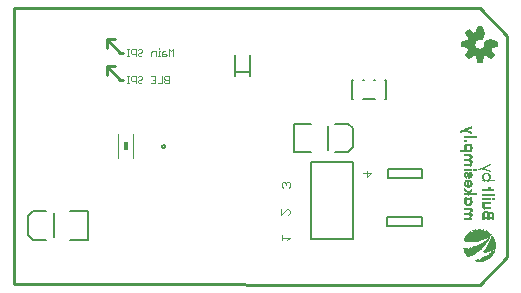
<source format=gbo>
G75*
%MOIN*%
%OFA0B0*%
%FSLAX24Y24*%
%IPPOS*%
%LPD*%
%AMOC8*
5,1,8,0,0,1.08239X$1,22.5*
%
%ADD10C,0.0100*%
%ADD11C,0.0020*%
%ADD12C,0.0050*%
%ADD13C,0.0028*%
%ADD14R,0.0118X0.0276*%
%ADD15C,0.0060*%
%ADD16C,0.0080*%
%ADD17C,0.0040*%
%ADD18R,0.0002X0.0066*%
%ADD19R,0.0002X0.0068*%
%ADD20R,0.0002X0.0066*%
%ADD21R,0.0002X0.0070*%
%ADD22R,0.0002X0.0066*%
%ADD23R,0.0002X0.0070*%
%ADD24R,0.0002X0.0068*%
%ADD25R,0.0002X0.0070*%
%ADD26R,0.0002X0.0066*%
%ADD27R,0.0002X0.0070*%
%ADD28R,0.0002X0.0068*%
%ADD29R,0.0002X0.0068*%
%ADD30R,0.0002X0.0070*%
%ADD31R,0.0002X0.0070*%
%ADD32R,0.0002X0.0070*%
%ADD33R,0.0002X0.0072*%
%ADD34R,0.0002X0.0072*%
%ADD35R,0.0002X0.0004*%
%ADD36R,0.0002X0.0002*%
%ADD37R,0.0002X0.0006*%
%ADD38R,0.0002X0.0021*%
%ADD39R,0.0002X0.0033*%
%ADD40R,0.0002X0.0033*%
%ADD41R,0.0002X0.0047*%
%ADD42R,0.0002X0.0045*%
%ADD43R,0.0002X0.0043*%
%ADD44R,0.0002X0.0025*%
%ADD45R,0.0002X0.0035*%
%ADD46R,0.0002X0.0050*%
%ADD47R,0.0002X0.0064*%
%ADD48R,0.0002X0.0060*%
%ADD49R,0.0002X0.0035*%
%ADD50R,0.0002X0.0047*%
%ADD51R,0.0002X0.0082*%
%ADD52R,0.0002X0.0078*%
%ADD53R,0.0002X0.0045*%
%ADD54R,0.0002X0.0049*%
%ADD55R,0.0002X0.0080*%
%ADD56R,0.0002X0.0064*%
%ADD57R,0.0002X0.0095*%
%ADD58R,0.0002X0.0085*%
%ADD59R,0.0002X0.0064*%
%ADD60R,0.0002X0.0084*%
%ADD61R,0.0002X0.0056*%
%ADD62R,0.0002X0.0091*%
%ADD63R,0.0002X0.0064*%
%ADD64R,0.0002X0.0084*%
%ADD65R,0.0002X0.0107*%
%ADD66R,0.0002X0.0099*%
%ADD67R,0.0002X0.0064*%
%ADD68R,0.0002X0.0054*%
%ADD69R,0.0002X0.0072*%
%ADD70R,0.0002X0.0099*%
%ADD71R,0.0002X0.0082*%
%ADD72R,0.0002X0.0116*%
%ADD73R,0.0002X0.0109*%
%ADD74R,0.0002X0.0101*%
%ADD75R,0.0002X0.0058*%
%ADD76R,0.0002X0.0004*%
%ADD77R,0.0002X0.0107*%
%ADD78R,0.0002X0.0126*%
%ADD79R,0.0002X0.0118*%
%ADD80R,0.0002X0.0111*%
%ADD81R,0.0002X0.0076*%
%ADD82R,0.0002X0.0014*%
%ADD83R,0.0002X0.0115*%
%ADD84R,0.0002X0.0082*%
%ADD85R,0.0002X0.0134*%
%ADD86R,0.0002X0.0124*%
%ADD87R,0.0002X0.0064*%
%ADD88R,0.0002X0.0068*%
%ADD89R,0.0002X0.0080*%
%ADD90R,0.0002X0.0014*%
%ADD91R,0.0002X0.0122*%
%ADD92R,0.0002X0.0064*%
%ADD93R,0.0002X0.0082*%
%ADD94R,0.0002X0.0142*%
%ADD95R,0.0002X0.0130*%
%ADD96R,0.0002X0.0064*%
%ADD97R,0.0002X0.0087*%
%ADD98R,0.0002X0.0021*%
%ADD99R,0.0002X0.0128*%
%ADD100R,0.0002X0.0150*%
%ADD101R,0.0002X0.0136*%
%ADD102R,0.0002X0.0087*%
%ADD103R,0.0002X0.0023*%
%ADD104R,0.0002X0.0002*%
%ADD105R,0.0002X0.0134*%
%ADD106R,0.0002X0.0153*%
%ADD107R,0.0002X0.0142*%
%ADD108R,0.0002X0.0132*%
%ADD109R,0.0002X0.0076*%
%ADD110R,0.0002X0.0035*%
%ADD111R,0.0002X0.0140*%
%ADD112R,0.0002X0.0161*%
%ADD113R,0.0002X0.0148*%
%ADD114R,0.0002X0.0138*%
%ADD115R,0.0002X0.0103*%
%ADD116R,0.0002X0.0002*%
%ADD117R,0.0002X0.0039*%
%ADD118R,0.0002X0.0146*%
%ADD119R,0.0002X0.0082*%
%ADD120R,0.0002X0.0165*%
%ADD121R,0.0002X0.0150*%
%ADD122R,0.0002X0.0144*%
%ADD123R,0.0002X0.0080*%
%ADD124R,0.0002X0.0105*%
%ADD125R,0.0002X0.0041*%
%ADD126R,0.0002X0.0150*%
%ADD127R,0.0002X0.0171*%
%ADD128R,0.0002X0.0157*%
%ADD129R,0.0002X0.0148*%
%ADD130R,0.0002X0.0080*%
%ADD131R,0.0002X0.0074*%
%ADD132R,0.0002X0.0111*%
%ADD133R,0.0002X0.0002*%
%ADD134R,0.0002X0.0153*%
%ADD135R,0.0002X0.0080*%
%ADD136R,0.0002X0.0177*%
%ADD137R,0.0002X0.0151*%
%ADD138R,0.0002X0.0074*%
%ADD139R,0.0002X0.0115*%
%ADD140R,0.0002X0.0052*%
%ADD141R,0.0002X0.0084*%
%ADD142R,0.0002X0.0181*%
%ADD143R,0.0002X0.0165*%
%ADD144R,0.0002X0.0155*%
%ADD145R,0.0002X0.0076*%
%ADD146R,0.0002X0.0118*%
%ADD147R,0.0002X0.0060*%
%ADD148R,0.0002X0.0161*%
%ADD149R,0.0002X0.0186*%
%ADD150R,0.0002X0.0169*%
%ADD151R,0.0002X0.0159*%
%ADD152R,0.0002X0.0084*%
%ADD153R,0.0002X0.0078*%
%ADD154R,0.0002X0.0165*%
%ADD155R,0.0002X0.0190*%
%ADD156R,0.0002X0.0173*%
%ADD157R,0.0002X0.0126*%
%ADD158R,0.0002X0.0068*%
%ADD159R,0.0002X0.0169*%
%ADD160R,0.0002X0.0194*%
%ADD161R,0.0002X0.0177*%
%ADD162R,0.0002X0.0132*%
%ADD163R,0.0002X0.0239*%
%ADD164R,0.0002X0.0198*%
%ADD165R,0.0002X0.0179*%
%ADD166R,0.0002X0.0169*%
%ADD167R,0.0002X0.0134*%
%ADD168R,0.0002X0.0076*%
%ADD169R,0.0002X0.0241*%
%ADD170R,0.0002X0.0202*%
%ADD171R,0.0002X0.0181*%
%ADD172R,0.0002X0.0239*%
%ADD173R,0.0002X0.0085*%
%ADD174R,0.0002X0.0142*%
%ADD175R,0.0002X0.0084*%
%ADD176R,0.0002X0.0243*%
%ADD177R,0.0002X0.0204*%
%ADD178R,0.0002X0.0184*%
%ADD179R,0.0002X0.0241*%
%ADD180R,0.0002X0.0085*%
%ADD181R,0.0002X0.0142*%
%ADD182R,0.0002X0.0002*%
%ADD183R,0.0002X0.0245*%
%ADD184R,0.0002X0.0208*%
%ADD185R,0.0002X0.0186*%
%ADD186R,0.0002X0.0243*%
%ADD187R,0.0002X0.0146*%
%ADD188R,0.0002X0.0245*%
%ADD189R,0.0002X0.0212*%
%ADD190R,0.0002X0.0188*%
%ADD191R,0.0002X0.0243*%
%ADD192R,0.0002X0.0089*%
%ADD193R,0.0002X0.0153*%
%ADD194R,0.0002X0.0097*%
%ADD195R,0.0002X0.0247*%
%ADD196R,0.0002X0.0216*%
%ADD197R,0.0002X0.0190*%
%ADD198R,0.0002X0.0245*%
%ADD199R,0.0002X0.0089*%
%ADD200R,0.0002X0.0155*%
%ADD201R,0.0002X0.0097*%
%ADD202R,0.0002X0.0249*%
%ADD203R,0.0002X0.0216*%
%ADD204R,0.0002X0.0192*%
%ADD205R,0.0002X0.0247*%
%ADD206R,0.0002X0.0091*%
%ADD207R,0.0002X0.0157*%
%ADD208R,0.0002X0.0251*%
%ADD209R,0.0002X0.0219*%
%ADD210R,0.0002X0.0194*%
%ADD211R,0.0002X0.0093*%
%ADD212R,0.0002X0.0161*%
%ADD213R,0.0002X0.0107*%
%ADD214R,0.0002X0.0252*%
%ADD215R,0.0002X0.0080*%
%ADD216R,0.0002X0.0223*%
%ADD217R,0.0002X0.0087*%
%ADD218R,0.0002X0.0251*%
%ADD219R,0.0002X0.0095*%
%ADD220R,0.0002X0.0252*%
%ADD221R,0.0002X0.0076*%
%ADD222R,0.0002X0.0254*%
%ADD223R,0.0002X0.0089*%
%ADD224R,0.0002X0.0173*%
%ADD225R,0.0002X0.0118*%
%ADD226R,0.0002X0.0256*%
%ADD227R,0.0002X0.0087*%
%ADD228R,0.0002X0.0252*%
%ADD229R,0.0002X0.0101*%
%ADD230R,0.0002X0.0181*%
%ADD231R,0.0002X0.0122*%
%ADD232R,0.0002X0.0256*%
%ADD233R,0.0002X0.0080*%
%ADD234R,0.0002X0.0072*%
%ADD235R,0.0002X0.0254*%
%ADD236R,0.0002X0.0074*%
%ADD237R,0.0002X0.0101*%
%ADD238R,0.0002X0.0181*%
%ADD239R,0.0002X0.0126*%
%ADD240R,0.0002X0.0113*%
%ADD241R,0.0002X0.0122*%
%ADD242R,0.0002X0.0103*%
%ADD243R,0.0002X0.0103*%
%ADD244R,0.0002X0.0184*%
%ADD245R,0.0002X0.0128*%
%ADD246R,0.0002X0.0105*%
%ADD247R,0.0002X0.0116*%
%ADD248R,0.0002X0.0078*%
%ADD249R,0.0002X0.0062*%
%ADD250R,0.0002X0.0097*%
%ADD251R,0.0002X0.0105*%
%ADD252R,0.0002X0.0188*%
%ADD253R,0.0002X0.0099*%
%ADD254R,0.0002X0.0076*%
%ADD255R,0.0002X0.0056*%
%ADD256R,0.0002X0.0188*%
%ADD257R,0.0002X0.0136*%
%ADD258R,0.0002X0.0095*%
%ADD259R,0.0002X0.0107*%
%ADD260R,0.0002X0.0076*%
%ADD261R,0.0002X0.0050*%
%ADD262R,0.0002X0.0091*%
%ADD263R,0.0002X0.0062*%
%ADD264R,0.0002X0.0109*%
%ADD265R,0.0002X0.0196*%
%ADD266R,0.0002X0.0093*%
%ADD267R,0.0002X0.0045*%
%ADD268R,0.0002X0.0058*%
%ADD269R,0.0002X0.0109*%
%ADD270R,0.0002X0.0196*%
%ADD271R,0.0002X0.0146*%
%ADD272R,0.0002X0.0091*%
%ADD273R,0.0002X0.0037*%
%ADD274R,0.0002X0.0054*%
%ADD275R,0.0002X0.0200*%
%ADD276R,0.0002X0.0150*%
%ADD277R,0.0002X0.0095*%
%ADD278R,0.0002X0.0031*%
%ADD279R,0.0002X0.0049*%
%ADD280R,0.0002X0.0113*%
%ADD281R,0.0002X0.0204*%
%ADD282R,0.0002X0.0153*%
%ADD283R,0.0002X0.0093*%
%ADD284R,0.0002X0.0027*%
%ADD285R,0.0002X0.0041*%
%ADD286R,0.0002X0.0115*%
%ADD287R,0.0002X0.0206*%
%ADD288R,0.0002X0.0153*%
%ADD289R,0.0002X0.0062*%
%ADD290R,0.0002X0.0033*%
%ADD291R,0.0002X0.0117*%
%ADD292R,0.0002X0.0208*%
%ADD293R,0.0002X0.0159*%
%ADD294R,0.0002X0.0082*%
%ADD295R,0.0002X0.0087*%
%ADD296R,0.0002X0.0080*%
%ADD297R,0.0002X0.0066*%
%ADD298R,0.0002X0.0016*%
%ADD299R,0.0002X0.0062*%
%ADD300R,0.0002X0.0017*%
%ADD301R,0.0002X0.0117*%
%ADD302R,0.0002X0.0159*%
%ADD303R,0.0002X0.0012*%
%ADD304R,0.0002X0.0120*%
%ADD305R,0.0002X0.0216*%
%ADD306R,0.0002X0.0165*%
%ADD307R,0.0002X0.0006*%
%ADD308R,0.0002X0.0062*%
%ADD309R,0.0002X0.0120*%
%ADD310R,0.0002X0.0216*%
%ADD311R,0.0002X0.0167*%
%ADD312R,0.0002X0.0002*%
%ADD313R,0.0002X0.0122*%
%ADD314R,0.0002X0.0169*%
%ADD315R,0.0002X0.0124*%
%ADD316R,0.0002X0.0223*%
%ADD317R,0.0002X0.0171*%
%ADD318R,0.0002X0.0225*%
%ADD319R,0.0002X0.0177*%
%ADD320R,0.0002X0.0074*%
%ADD321R,0.0002X0.0078*%
%ADD322R,0.0002X0.0074*%
%ADD323R,0.0002X0.0128*%
%ADD324R,0.0002X0.0227*%
%ADD325R,0.0002X0.0130*%
%ADD326R,0.0002X0.0231*%
%ADD327R,0.0002X0.0183*%
%ADD328R,0.0002X0.0231*%
%ADD329R,0.0002X0.0186*%
%ADD330R,0.0002X0.0235*%
%ADD331R,0.0002X0.0190*%
%ADD332R,0.0002X0.0076*%
%ADD333R,0.0002X0.0134*%
%ADD334R,0.0002X0.0235*%
%ADD335R,0.0002X0.0239*%
%ADD336R,0.0002X0.0194*%
%ADD337R,0.0002X0.0091*%
%ADD338R,0.0002X0.0249*%
%ADD339R,0.0002X0.0198*%
%ADD340R,0.0002X0.0105*%
%ADD341R,0.0002X0.0068*%
%ADD342R,0.0002X0.0251*%
%ADD343R,0.0002X0.0202*%
%ADD344R,0.0002X0.0111*%
%ADD345R,0.0002X0.0252*%
%ADD346R,0.0002X0.0204*%
%ADD347R,0.0002X0.0260*%
%ADD348R,0.0002X0.0254*%
%ADD349R,0.0002X0.0260*%
%ADD350R,0.0002X0.0258*%
%ADD351R,0.0002X0.0208*%
%ADD352R,0.0002X0.0260*%
%ADD353R,0.0002X0.0128*%
%ADD354R,0.0002X0.0258*%
%ADD355R,0.0002X0.0212*%
%ADD356R,0.0002X0.0142*%
%ADD357R,0.0002X0.0258*%
%ADD358R,0.0002X0.0216*%
%ADD359R,0.0002X0.0138*%
%ADD360R,0.0002X0.0262*%
%ADD361R,0.0002X0.0266*%
%ADD362R,0.0002X0.0219*%
%ADD363R,0.0002X0.0138*%
%ADD364R,0.0002X0.0142*%
%ADD365R,0.0002X0.0266*%
%ADD366R,0.0002X0.0221*%
%ADD367R,0.0002X0.0136*%
%ADD368R,0.0002X0.0144*%
%ADD369R,0.0002X0.0272*%
%ADD370R,0.0002X0.0223*%
%ADD371R,0.0002X0.0134*%
%ADD372R,0.0002X0.0146*%
%ADD373R,0.0002X0.0274*%
%ADD374R,0.0002X0.0264*%
%ADD375R,0.0002X0.0276*%
%ADD376R,0.0002X0.0229*%
%ADD377R,0.0002X0.0068*%
%ADD378R,0.0002X0.0130*%
%ADD379R,0.0002X0.0264*%
%ADD380R,0.0002X0.0150*%
%ADD381R,0.0002X0.0068*%
%ADD382R,0.0002X0.0278*%
%ADD383R,0.0002X0.0151*%
%ADD384R,0.0002X0.0066*%
%ADD385R,0.0002X0.0280*%
%ADD386R,0.0002X0.0150*%
%ADD387R,0.0002X0.0284*%
%ADD388R,0.0002X0.0126*%
%ADD389R,0.0002X0.0264*%
%ADD390R,0.0002X0.0151*%
%ADD391R,0.0002X0.0284*%
%ADD392R,0.0002X0.0239*%
%ADD393R,0.0002X0.0264*%
%ADD394R,0.0002X0.0150*%
%ADD395R,0.0002X0.0289*%
%ADD396R,0.0002X0.0241*%
%ADD397R,0.0002X0.0122*%
%ADD398R,0.0002X0.0289*%
%ADD399R,0.0002X0.0243*%
%ADD400R,0.0002X0.0120*%
%ADD401R,0.0002X0.0146*%
%ADD402R,0.0002X0.0293*%
%ADD403R,0.0002X0.0245*%
%ADD404R,0.0002X0.0118*%
%ADD405R,0.0002X0.0295*%
%ADD406R,0.0002X0.0295*%
%ADD407R,0.0002X0.0249*%
%ADD408R,0.0002X0.0140*%
%ADD409R,0.0002X0.0293*%
%ADD410R,0.0002X0.0132*%
%ADD411R,0.0002X0.0293*%
%ADD412R,0.0002X0.0254*%
%ADD413R,0.0002X0.0291*%
%ADD414R,0.0002X0.0258*%
%ADD415R,0.0002X0.0062*%
%ADD416R,0.0002X0.0118*%
%ADD417R,0.0002X0.0291*%
%ADD418R,0.0002X0.0260*%
%ADD419R,0.0002X0.0111*%
%ADD420R,0.0002X0.0291*%
%ADD421R,0.0002X0.0258*%
%ADD422R,0.0002X0.0126*%
%ADD423R,0.0002X0.0105*%
%ADD424R,0.0002X0.0291*%
%ADD425R,0.0002X0.0266*%
%ADD426R,0.0002X0.0291*%
%ADD427R,0.0002X0.0130*%
%ADD428R,0.0002X0.0270*%
%ADD429R,0.0002X0.0072*%
%ADD430R,0.0002X0.0270*%
%ADD431R,0.0002X0.0074*%
%ADD432R,0.0002X0.0134*%
%ADD433R,0.0002X0.0272*%
%ADD434R,0.0002X0.0074*%
%ADD435R,0.0002X0.0287*%
%ADD436R,0.0002X0.0074*%
%ADD437R,0.0002X0.0276*%
%ADD438R,0.0002X0.0289*%
%ADD439R,0.0002X0.0278*%
%ADD440R,0.0002X0.0142*%
%ADD441R,0.0002X0.0070*%
%ADD442R,0.0002X0.0282*%
%ADD443R,0.0002X0.0282*%
%ADD444R,0.0002X0.0287*%
%ADD445R,0.0002X0.0284*%
%ADD446R,0.0002X0.0087*%
%ADD447R,0.0002X0.0285*%
%ADD448R,0.0002X0.0287*%
%ADD449R,0.0002X0.0285*%
%ADD450R,0.0002X0.0093*%
%ADD451R,0.0002X0.0289*%
%ADD452R,0.0002X0.0093*%
%ADD453R,0.0002X0.0289*%
%ADD454R,0.0002X0.0087*%
%ADD455R,0.0002X0.0103*%
%ADD456R,0.0002X0.0097*%
%ADD457R,0.0002X0.0099*%
%ADD458R,0.0002X0.0107*%
%ADD459R,0.0002X0.0284*%
%ADD460R,0.0002X0.0115*%
%ADD461R,0.0002X0.0115*%
%ADD462R,0.0002X0.0087*%
%ADD463R,0.0002X0.0297*%
%ADD464R,0.0002X0.0099*%
%ADD465R,0.0002X0.0113*%
%ADD466R,0.0002X0.0128*%
%ADD467R,0.0002X0.0111*%
%ADD468R,0.0002X0.0284*%
%ADD469R,0.0002X0.0301*%
%ADD470R,0.0002X0.0144*%
%ADD471R,0.0002X0.0105*%
%ADD472R,0.0002X0.0284*%
%ADD473R,0.0002X0.0301*%
%ADD474R,0.0002X0.0394*%
%ADD475R,0.0002X0.0258*%
%ADD476R,0.0002X0.0396*%
%ADD477R,0.0002X0.0254*%
%ADD478R,0.0002X0.0282*%
%ADD479R,0.0002X0.0305*%
%ADD480R,0.0002X0.0394*%
%ADD481R,0.0002X0.0256*%
%ADD482R,0.0002X0.0280*%
%ADD483R,0.0002X0.0305*%
%ADD484R,0.0002X0.0392*%
%ADD485R,0.0002X0.0394*%
%ADD486R,0.0002X0.0252*%
%ADD487R,0.0002X0.0309*%
%ADD488R,0.0002X0.0392*%
%ADD489R,0.0002X0.0251*%
%ADD490R,0.0002X0.0309*%
%ADD491R,0.0002X0.0392*%
%ADD492R,0.0002X0.0390*%
%ADD493R,0.0002X0.0216*%
%ADD494R,0.0002X0.0184*%
%ADD495R,0.0002X0.0282*%
%ADD496R,0.0002X0.0309*%
%ADD497R,0.0002X0.0390*%
%ADD498R,0.0002X0.0212*%
%ADD499R,0.0002X0.0183*%
%ADD500R,0.0002X0.0247*%
%ADD501R,0.0002X0.0313*%
%ADD502R,0.0002X0.0388*%
%ADD503R,0.0002X0.0210*%
%ADD504R,0.0002X0.0221*%
%ADD505R,0.0002X0.0165*%
%ADD506R,0.0002X0.0206*%
%ADD507R,0.0002X0.0278*%
%ADD508R,0.0002X0.0315*%
%ADD509R,0.0002X0.0221*%
%ADD510R,0.0002X0.0161*%
%ADD511R,0.0002X0.0204*%
%ADD512R,0.0002X0.0163*%
%ADD513R,0.0002X0.0243*%
%ADD514R,0.0002X0.0278*%
%ADD515R,0.0002X0.0317*%
%ADD516R,0.0002X0.0219*%
%ADD517R,0.0002X0.0200*%
%ADD518R,0.0002X0.0175*%
%ADD519R,0.0002X0.0221*%
%ADD520R,0.0002X0.0159*%
%ADD521R,0.0002X0.0278*%
%ADD522R,0.0002X0.0317*%
%ADD523R,0.0002X0.0243*%
%ADD524R,0.0002X0.0171*%
%ADD525R,0.0002X0.0274*%
%ADD526R,0.0002X0.0319*%
%ADD527R,0.0002X0.0192*%
%ADD528R,0.0002X0.0171*%
%ADD529R,0.0002X0.0239*%
%ADD530R,0.0002X0.0276*%
%ADD531R,0.0002X0.0320*%
%ADD532R,0.0002X0.0167*%
%ADD533R,0.0002X0.0274*%
%ADD534R,0.0002X0.0320*%
%ADD535R,0.0002X0.0169*%
%ADD536R,0.0002X0.0184*%
%ADD537R,0.0002X0.0163*%
%ADD538R,0.0002X0.0151*%
%ADD539R,0.0002X0.0165*%
%ADD540R,0.0002X0.0278*%
%ADD541R,0.0002X0.0322*%
%ADD542R,0.0002X0.0146*%
%ADD543R,0.0002X0.0165*%
%ADD544R,0.0002X0.0181*%
%ADD545R,0.0002X0.0148*%
%ADD546R,0.0002X0.0163*%
%ADD547R,0.0002X0.0177*%
%ADD548R,0.0002X0.0159*%
%ADD549R,0.0002X0.0276*%
%ADD550R,0.0002X0.0324*%
%ADD551R,0.0002X0.0173*%
%ADD552R,0.0002X0.0136*%
%ADD553R,0.0002X0.0140*%
%ADD554R,0.0002X0.0153*%
%ADD555R,0.0002X0.0324*%
%ADD556R,0.0002X0.0153*%
%ADD557R,0.0002X0.0167*%
%ADD558R,0.0002X0.0151*%
%ADD559R,0.0002X0.0328*%
%ADD560R,0.0002X0.0134*%
%ADD561R,0.0002X0.0328*%
%ADD562R,0.0002X0.0124*%
%ADD563R,0.0002X0.0130*%
%ADD564R,0.0002X0.0272*%
%ADD565R,0.0002X0.0328*%
%ADD566R,0.0002X0.0120*%
%ADD567R,0.0002X0.0126*%
%ADD568R,0.0002X0.0140*%
%ADD569R,0.0002X0.0332*%
%ADD570R,0.0002X0.0276*%
%ADD571R,0.0002X0.0332*%
%ADD572R,0.0002X0.0128*%
%ADD573R,0.0002X0.0113*%
%ADD574R,0.0002X0.0126*%
%ADD575R,0.0002X0.0105*%
%ADD576R,0.0002X0.0334*%
%ADD577R,0.0002X0.0117*%
%ADD578R,0.0002X0.0336*%
%ADD579R,0.0002X0.0118*%
%ADD580R,0.0002X0.0099*%
%ADD581R,0.0002X0.0270*%
%ADD582R,0.0002X0.0336*%
%ADD583R,0.0002X0.0085*%
%ADD584R,0.0002X0.0338*%
%ADD585R,0.0002X0.0082*%
%ADD586R,0.0002X0.0085*%
%ADD587R,0.0002X0.0087*%
%ADD588R,0.0002X0.0340*%
%ADD589R,0.0002X0.0268*%
%ADD590R,0.0002X0.0342*%
%ADD591R,0.0002X0.0039*%
%ADD592R,0.0002X0.0050*%
%ADD593R,0.0002X0.0052*%
%ADD594R,0.0002X0.0270*%
%ADD595R,0.0002X0.0342*%
%ADD596R,0.0002X0.0029*%
%ADD597R,0.0002X0.0033*%
%ADD598R,0.0002X0.0033*%
%ADD599R,0.0002X0.0016*%
%ADD600R,0.0002X0.0344*%
%ADD601R,0.0002X0.0266*%
%ADD602R,0.0002X0.0344*%
%ADD603R,0.0002X0.0268*%
%ADD604R,0.0002X0.0344*%
%ADD605R,0.0002X0.0264*%
%ADD606R,0.0002X0.0348*%
%ADD607R,0.0002X0.0264*%
%ADD608R,0.0002X0.0348*%
%ADD609R,0.0002X0.0264*%
%ADD610R,0.0002X0.0348*%
%ADD611R,0.0002X0.0351*%
%ADD612R,0.0002X0.0351*%
%ADD613R,0.0002X0.0264*%
%ADD614R,0.0002X0.0351*%
%ADD615R,0.0002X0.0355*%
%ADD616R,0.0002X0.0262*%
%ADD617R,0.0002X0.0355*%
%ADD618R,0.0002X0.0260*%
%ADD619R,0.0002X0.0355*%
%ADD620R,0.0002X0.0260*%
%ADD621R,0.0002X0.0357*%
%ADD622R,0.0002X0.0260*%
%ADD623R,0.0002X0.0357*%
%ADD624R,0.0002X0.0359*%
%ADD625R,0.0002X0.0361*%
%ADD626R,0.0002X0.0256*%
%ADD627R,0.0002X0.0361*%
%ADD628R,0.0002X0.0254*%
%ADD629R,0.0002X0.0361*%
%ADD630R,0.0002X0.0363*%
%ADD631R,0.0002X0.0258*%
%ADD632R,0.0002X0.0363*%
%ADD633R,0.0002X0.0365*%
%ADD634R,0.0002X0.0254*%
%ADD635R,0.0002X0.0365*%
%ADD636R,0.0002X0.0365*%
%ADD637R,0.0002X0.0367*%
%ADD638R,0.0002X0.0367*%
%ADD639R,0.0002X0.0367*%
%ADD640R,0.0002X0.0012*%
%ADD641R,0.0002X0.0027*%
%ADD642R,0.0002X0.0252*%
%ADD643R,0.0002X0.0371*%
%ADD644R,0.0002X0.0037*%
%ADD645R,0.0002X0.0371*%
%ADD646R,0.0002X0.0043*%
%ADD647R,0.0002X0.0371*%
%ADD648R,0.0002X0.0056*%
%ADD649R,0.0002X0.0375*%
%ADD650R,0.0002X0.0060*%
%ADD651R,0.0002X0.0371*%
%ADD652R,0.0002X0.0371*%
%ADD653R,0.0002X0.0247*%
%ADD654R,0.0002X0.0249*%
%ADD655R,0.0002X0.0247*%
%ADD656R,0.0002X0.0375*%
%ADD657R,0.0002X0.0375*%
%ADD658R,0.0002X0.0245*%
%ADD659R,0.0002X0.0377*%
%ADD660R,0.0002X0.0245*%
%ADD661R,0.0002X0.0377*%
%ADD662R,0.0002X0.0243*%
%ADD663R,0.0002X0.0377*%
%ADD664R,0.0002X0.0245*%
%ADD665R,0.0002X0.0379*%
%ADD666R,0.0002X0.0243*%
%ADD667R,0.0002X0.0381*%
%ADD668R,0.0002X0.0241*%
%ADD669R,0.0002X0.0381*%
%ADD670R,0.0002X0.0381*%
%ADD671R,0.0002X0.0241*%
%ADD672R,0.0002X0.0004*%
%ADD673R,0.0002X0.0237*%
%ADD674R,0.0002X0.0379*%
%ADD675R,0.0002X0.0004*%
%ADD676R,0.0002X0.0237*%
%ADD677R,0.0002X0.0379*%
%ADD678R,0.0002X0.0379*%
%ADD679R,0.0002X0.0008*%
%ADD680R,0.0002X0.0010*%
%ADD681R,0.0002X0.0383*%
%ADD682R,0.0002X0.0012*%
%ADD683R,0.0002X0.0235*%
%ADD684R,0.0002X0.0383*%
%ADD685R,0.0002X0.0012*%
%ADD686R,0.0002X0.0235*%
%ADD687R,0.0002X0.0383*%
%ADD688R,0.0002X0.0058*%
%ADD689R,0.0002X0.0014*%
%ADD690R,0.0002X0.0014*%
%ADD691R,0.0002X0.0014*%
%ADD692R,0.0002X0.0231*%
%ADD693R,0.0002X0.0035*%
%ADD694R,0.0002X0.0017*%
%ADD695R,0.0002X0.0233*%
%ADD696R,0.0002X0.0023*%
%ADD697R,0.0002X0.0017*%
%ADD698R,0.0002X0.0231*%
%ADD699R,0.0002X0.0385*%
%ADD700R,0.0002X0.0019*%
%ADD701R,0.0002X0.0229*%
%ADD702R,0.0002X0.0385*%
%ADD703R,0.0002X0.0019*%
%ADD704R,0.0002X0.0227*%
%ADD705R,0.0002X0.0383*%
%ADD706R,0.0002X0.0019*%
%ADD707R,0.0002X0.0229*%
%ADD708R,0.0002X0.0383*%
%ADD709R,0.0002X0.0229*%
%ADD710R,0.0002X0.0383*%
%ADD711R,0.0002X0.0023*%
%ADD712R,0.0002X0.0021*%
%ADD713R,0.0002X0.0027*%
%ADD714R,0.0002X0.0225*%
%ADD715R,0.0002X0.0225*%
%ADD716R,0.0002X0.0386*%
%ADD717R,0.0002X0.0029*%
%ADD718R,0.0002X0.0223*%
%ADD719R,0.0002X0.0386*%
%ADD720R,0.0002X0.0029*%
%ADD721R,0.0002X0.0029*%
%ADD722R,0.0002X0.0223*%
%ADD723R,0.0002X0.0384*%
%ADD724R,0.0002X0.0384*%
%ADD725R,0.0002X0.0384*%
%ADD726R,0.0002X0.0037*%
%ADD727R,0.0002X0.0221*%
%ADD728R,0.0002X0.0037*%
%ADD729R,0.0002X0.0219*%
%ADD730R,0.0002X0.0037*%
%ADD731R,0.0002X0.0219*%
%ADD732R,0.0002X0.0386*%
%ADD733R,0.0002X0.0041*%
%ADD734R,0.0002X0.0385*%
%ADD735R,0.0002X0.0041*%
%ADD736R,0.0002X0.0045*%
%ADD737R,0.0002X0.0045*%
%ADD738R,0.0002X0.0045*%
%ADD739R,0.0002X0.0214*%
%ADD740R,0.0002X0.0049*%
%ADD741R,0.0002X0.0212*%
%ADD742R,0.0002X0.0049*%
%ADD743R,0.0002X0.0214*%
%ADD744R,0.0002X0.0214*%
%ADD745R,0.0002X0.0052*%
%ADD746R,0.0002X0.0210*%
%ADD747R,0.0002X0.0054*%
%ADD748R,0.0002X0.0210*%
%ADD749R,0.0002X0.0056*%
%ADD750R,0.0002X0.0056*%
%ADD751R,0.0002X0.0204*%
%ADD752R,0.0002X0.0058*%
%ADD753R,0.0002X0.0204*%
%ADD754R,0.0002X0.0206*%
%ADD755R,0.0002X0.0204*%
%ADD756R,0.0002X0.0060*%
%ADD757R,0.0002X0.0021*%
%ADD758R,0.0002X0.0202*%
%ADD759R,0.0002X0.0023*%
%ADD760R,0.0002X0.0200*%
%ADD761R,0.0002X0.0066*%
%ADD762R,0.0002X0.0023*%
%ADD763R,0.0002X0.0200*%
%ADD764R,0.0002X0.0023*%
%ADD765R,0.0002X0.0066*%
%ADD766R,0.0002X0.0379*%
%ADD767R,0.0002X0.0021*%
%ADD768R,0.0002X0.0200*%
%ADD769R,0.0002X0.0379*%
%ADD770R,0.0002X0.0196*%
%ADD771R,0.0002X0.0023*%
%ADD772R,0.0002X0.0194*%
%ADD773R,0.0002X0.0070*%
%ADD774R,0.0002X0.0072*%
%ADD775R,0.0002X0.0194*%
%ADD776R,0.0002X0.0074*%
%ADD777R,0.0002X0.0192*%
%ADD778R,0.0002X0.0076*%
%ADD779R,0.0002X0.0190*%
%ADD780R,0.0002X0.0373*%
%ADD781R,0.0002X0.0078*%
%ADD782R,0.0002X0.0373*%
%ADD783R,0.0002X0.0078*%
%ADD784R,0.0002X0.0188*%
%ADD785R,0.0002X0.0078*%
%ADD786R,0.0002X0.0080*%
%ADD787R,0.0002X0.0371*%
%ADD788R,0.0002X0.0082*%
%ADD789R,0.0002X0.0184*%
%ADD790R,0.0002X0.0082*%
%ADD791R,0.0002X0.0183*%
%ADD792R,0.0002X0.0369*%
%ADD793R,0.0002X0.0183*%
%ADD794R,0.0002X0.0085*%
%ADD795R,0.0002X0.0181*%
%ADD796R,0.0002X0.0025*%
%ADD797R,0.0002X0.0363*%
%ADD798R,0.0002X0.0179*%
%ADD799R,0.0002X0.0361*%
%ADD800R,0.0002X0.0177*%
%ADD801R,0.0002X0.0361*%
%ADD802R,0.0002X0.0179*%
%ADD803R,0.0002X0.0361*%
%ADD804R,0.0002X0.0091*%
%ADD805R,0.0002X0.0175*%
%ADD806R,0.0002X0.0025*%
%ADD807R,0.0002X0.0175*%
%ADD808R,0.0002X0.0173*%
%ADD809R,0.0002X0.0025*%
%ADD810R,0.0002X0.0093*%
%ADD811R,0.0002X0.0357*%
%ADD812R,0.0002X0.0025*%
%ADD813R,0.0002X0.0095*%
%ADD814R,0.0002X0.0169*%
%ADD815R,0.0002X0.0169*%
%ADD816R,0.0002X0.0002*%
%ADD817R,0.0002X0.0353*%
%ADD818R,0.0002X0.0353*%
%ADD819R,0.0002X0.0165*%
%ADD820R,0.0002X0.0353*%
%ADD821R,0.0002X0.0101*%
%ADD822R,0.0002X0.0350*%
%ADD823R,0.0002X0.0097*%
%ADD824R,0.0002X0.0099*%
%ADD825R,0.0002X0.0163*%
%ADD826R,0.0002X0.0348*%
%ADD827R,0.0002X0.0025*%
%ADD828R,0.0002X0.0346*%
%ADD829R,0.0002X0.0099*%
%ADD830R,0.0002X0.0161*%
%ADD831R,0.0002X0.0346*%
%ADD832R,0.0002X0.0103*%
%ADD833R,0.0002X0.0159*%
%ADD834R,0.0002X0.0103*%
%ADD835R,0.0002X0.0155*%
%ADD836R,0.0002X0.0155*%
%ADD837R,0.0002X0.0342*%
%ADD838R,0.0002X0.0107*%
%ADD839R,0.0002X0.0157*%
%ADD840R,0.0002X0.0340*%
%ADD841R,0.0002X0.0019*%
%ADD842R,0.0002X0.0338*%
%ADD843R,0.0002X0.0043*%
%ADD844R,0.0002X0.0025*%
%ADD845R,0.0002X0.0105*%
%ADD846R,0.0002X0.0151*%
%ADD847R,0.0002X0.0338*%
%ADD848R,0.0002X0.0056*%
%ADD849R,0.0002X0.0338*%
%ADD850R,0.0002X0.0171*%
%ADD851R,0.0002X0.0336*%
%ADD852R,0.0002X0.0336*%
%ADD853R,0.0002X0.0192*%
%ADD854R,0.0002X0.0334*%
%ADD855R,0.0002X0.0031*%
%ADD856R,0.0002X0.0109*%
%ADD857R,0.0002X0.0332*%
%ADD858R,0.0002X0.0204*%
%ADD859R,0.0002X0.0111*%
%ADD860R,0.0002X0.0146*%
%ADD861R,0.0002X0.0334*%
%ADD862R,0.0002X0.0210*%
%ADD863R,0.0002X0.0035*%
%ADD864R,0.0002X0.0332*%
%ADD865R,0.0002X0.0330*%
%ADD866R,0.0002X0.0218*%
%ADD867R,0.0002X0.0144*%
%ADD868R,0.0002X0.0328*%
%ADD869R,0.0002X0.0221*%
%ADD870R,0.0002X0.0120*%
%ADD871R,0.0002X0.0324*%
%ADD872R,0.0002X0.0225*%
%ADD873R,0.0002X0.0227*%
%ADD874R,0.0002X0.0128*%
%ADD875R,0.0002X0.0113*%
%ADD876R,0.0002X0.0140*%
%ADD877R,0.0002X0.0132*%
%ADD878R,0.0002X0.0051*%
%ADD879R,0.0002X0.0052*%
%ADD880R,0.0002X0.0045*%
%ADD881R,0.0002X0.0140*%
%ADD882R,0.0002X0.0233*%
%ADD883R,0.0002X0.0047*%
%ADD884R,0.0002X0.0235*%
%ADD885R,0.0002X0.0136*%
%ADD886R,0.0002X0.0317*%
%ADD887R,0.0002X0.0142*%
%ADD888R,0.0002X0.0041*%
%ADD889R,0.0002X0.0043*%
%ADD890R,0.0002X0.0051*%
%ADD891R,0.0002X0.0115*%
%ADD892R,0.0002X0.0138*%
%ADD893R,0.0002X0.0317*%
%ADD894R,0.0002X0.0241*%
%ADD895R,0.0002X0.0146*%
%ADD896R,0.0002X0.0136*%
%ADD897R,0.0002X0.0317*%
%ADD898R,0.0002X0.0039*%
%ADD899R,0.0002X0.0041*%
%ADD900R,0.0002X0.0117*%
%ADD901R,0.0002X0.0136*%
%ADD902R,0.0002X0.0039*%
%ADD903R,0.0002X0.0033*%
%ADD904R,0.0002X0.0118*%
%ADD905R,0.0002X0.0132*%
%ADD906R,0.0002X0.0315*%
%ADD907R,0.0002X0.0249*%
%ADD908R,0.0002X0.0223*%
%ADD909R,0.0002X0.0031*%
%ADD910R,0.0002X0.0130*%
%ADD911R,0.0002X0.0313*%
%ADD912R,0.0002X0.0223*%
%ADD913R,0.0002X0.0313*%
%ADD914R,0.0002X0.0252*%
%ADD915R,0.0002X0.0225*%
%ADD916R,0.0002X0.0126*%
%ADD917R,0.0002X0.0254*%
%ADD918R,0.0002X0.0227*%
%ADD919R,0.0002X0.0027*%
%ADD920R,0.0002X0.0008*%
%ADD921R,0.0002X0.0307*%
%ADD922R,0.0002X0.0027*%
%ADD923R,0.0002X0.0120*%
%ADD924R,0.0002X0.0010*%
%ADD925R,0.0002X0.0307*%
%ADD926R,0.0002X0.0258*%
%ADD927R,0.0002X0.0229*%
%ADD928R,0.0002X0.0027*%
%ADD929R,0.0002X0.0031*%
%ADD930R,0.0002X0.0305*%
%ADD931R,0.0002X0.0122*%
%ADD932R,0.0002X0.0010*%
%ADD933R,0.0002X0.0305*%
%ADD934R,0.0002X0.0260*%
%ADD935R,0.0002X0.0229*%
%ADD936R,0.0002X0.0023*%
%ADD937R,0.0002X0.0122*%
%ADD938R,0.0002X0.0303*%
%ADD939R,0.0002X0.0260*%
%ADD940R,0.0002X0.0231*%
%ADD941R,0.0002X0.0299*%
%ADD942R,0.0002X0.0124*%
%ADD943R,0.0002X0.0299*%
%ADD944R,0.0002X0.0105*%
%ADD945R,0.0002X0.0047*%
%ADD946R,0.0002X0.0120*%
%ADD947R,0.0002X0.0122*%
%ADD948R,0.0002X0.0033*%
%ADD949R,0.0002X0.0295*%
%ADD950R,0.0002X0.0091*%
%ADD951R,0.0002X0.0117*%
%ADD952R,0.0002X0.0037*%
%ADD953R,0.0002X0.0126*%
%ADD954R,0.0002X0.0047*%
%ADD955R,0.0002X0.0052*%
%ADD956R,0.0002X0.0280*%
%ADD957R,0.0002X0.0031*%
%ADD958R,0.0002X0.0031*%
%ADD959R,0.0002X0.0103*%
%ADD960R,0.0002X0.0276*%
%ADD961R,0.0002X0.0029*%
%ADD962R,0.0002X0.0064*%
%ADD963R,0.0002X0.0128*%
%ADD964R,0.0002X0.0268*%
%ADD965R,0.0002X0.0027*%
%ADD966R,0.0002X0.0130*%
%ADD967R,0.0002X0.0132*%
%ADD968R,0.0002X0.0254*%
%ADD969R,0.0002X0.0252*%
%ADD970R,0.0002X0.0087*%
%ADD971R,0.0002X0.0252*%
%ADD972R,0.0002X0.0134*%
%ADD973R,0.0002X0.0249*%
%ADD974R,0.0002X0.0109*%
%ADD975R,0.0002X0.0111*%
%ADD976R,0.0002X0.0237*%
%ADD977R,0.0002X0.0080*%
%ADD978R,0.0002X0.0225*%
%ADD979R,0.0002X0.0025*%
%ADD980R,0.0002X0.0138*%
%ADD981R,0.0002X0.0219*%
%ADD982R,0.0002X0.0140*%
%ADD983R,0.0002X0.0218*%
%ADD984R,0.0002X0.0212*%
%ADD985R,0.0002X0.0144*%
%ADD986R,0.0002X0.0064*%
%ADD987R,0.0002X0.0212*%
%ADD988R,0.0002X0.0151*%
%ADD989R,0.0002X0.0062*%
%ADD990R,0.0002X0.0062*%
%ADD991R,0.0002X0.0206*%
%ADD992R,0.0002X0.0056*%
%ADD993R,0.0002X0.0200*%
%ADD994R,0.0002X0.0140*%
%ADD995R,0.0002X0.0198*%
%ADD996R,0.0002X0.0254*%
%ADD997R,0.0002X0.0171*%
%ADD998R,0.0002X0.0192*%
%ADD999R,0.0002X0.0251*%
%ADD1000R,0.0002X0.0050*%
%ADD1001R,0.0002X0.0190*%
%ADD1002R,0.0002X0.0249*%
%ADD1003R,0.0002X0.0043*%
%ADD1004R,0.0002X0.0181*%
%ADD1005R,0.0002X0.0241*%
%ADD1006R,0.0002X0.0043*%
%ADD1007R,0.0002X0.0177*%
%ADD1008R,0.0002X0.0235*%
%ADD1009R,0.0002X0.0043*%
%ADD1010R,0.0002X0.0231*%
%ADD1011R,0.0002X0.0043*%
%ADD1012R,0.0002X0.0138*%
%ADD1013R,0.0002X0.0138*%
%ADD1014R,0.0002X0.0169*%
%ADD1015R,0.0002X0.0047*%
%ADD1016R,0.0002X0.0037*%
%ADD1017R,0.0002X0.0165*%
%ADD1018R,0.0002X0.0216*%
%ADD1019R,0.0002X0.0051*%
%ADD1020R,0.0002X0.0208*%
%ADD1021R,0.0002X0.0140*%
%ADD1022R,0.0002X0.0212*%
%ADD1023R,0.0002X0.0029*%
%ADD1024R,0.0002X0.0212*%
%ADD1025R,0.0002X0.0027*%
%ADD1026R,0.0002X0.0216*%
%ADD1027R,0.0002X0.0151*%
%ADD1028R,0.0002X0.0223*%
%ADD1029R,0.0002X0.0025*%
%ADD1030R,0.0002X0.0221*%
%ADD1031R,0.0002X0.0029*%
%ADD1032R,0.0002X0.0227*%
%ADD1033R,0.0002X0.0027*%
%ADD1034R,0.0002X0.0148*%
%ADD1035R,0.0002X0.0225*%
%ADD1036R,0.0002X0.0229*%
%ADD1037R,0.0002X0.0021*%
%ADD1038R,0.0002X0.0138*%
%ADD1039R,0.0002X0.0134*%
%ADD1040R,0.0002X0.0233*%
%ADD1041R,0.0002X0.0037*%
%ADD1042R,0.0002X0.0134*%
%ADD1043R,0.0002X0.0037*%
%ADD1044R,0.0002X0.0016*%
%ADD1045R,0.0002X0.0237*%
%ADD1046R,0.0002X0.0014*%
%ADD1047R,0.0002X0.0089*%
%ADD1048R,0.0002X0.0016*%
%ADD1049R,0.0002X0.0010*%
%ADD1050R,0.0002X0.0052*%
%ADD1051R,0.0002X0.0006*%
%ADD1052R,0.0002X0.0056*%
%ADD1053R,0.0002X0.0136*%
%ADD1054R,0.0002X0.0282*%
%ADD1055R,0.0002X0.0091*%
%ADD1056R,0.0002X0.0091*%
%ADD1057R,0.0002X0.0301*%
%ADD1058R,0.0002X0.0021*%
%ADD1059R,0.0002X0.0309*%
%ADD1060R,0.0002X0.0315*%
%ADD1061R,0.0002X0.0320*%
%ADD1062R,0.0002X0.0051*%
%ADD1063R,0.0002X0.0051*%
%ADD1064R,0.0002X0.0346*%
%ADD1065R,0.0002X0.0039*%
%ADD1066R,0.0002X0.0035*%
%ADD1067R,0.0002X0.0126*%
%ADD1068R,0.0002X0.0373*%
%ADD1069R,0.0002X0.0124*%
%ADD1070R,0.0002X0.0394*%
%ADD1071R,0.0002X0.0390*%
%ADD1072R,0.0002X0.0400*%
%ADD1073R,0.0002X0.0408*%
%ADD1074R,0.0002X0.0410*%
%ADD1075R,0.0002X0.0414*%
%ADD1076R,0.0002X0.0416*%
%ADD1077R,0.0002X0.0421*%
%ADD1078R,0.0002X0.0247*%
%ADD1079R,0.0002X0.0033*%
%ADD1080R,0.0002X0.0429*%
%ADD1081R,0.0002X0.0425*%
%ADD1082R,0.0002X0.0247*%
%ADD1083R,0.0002X0.0437*%
%ADD1084R,0.0002X0.0111*%
%ADD1085R,0.0002X0.0437*%
%ADD1086R,0.0002X0.0056*%
%ADD1087R,0.0002X0.0113*%
%ADD1088R,0.0002X0.0447*%
%ADD1089R,0.0002X0.0449*%
%ADD1090R,0.0002X0.0111*%
%ADD1091R,0.0002X0.0454*%
%ADD1092R,0.0002X0.0241*%
%ADD1093R,0.0002X0.0462*%
%ADD1094R,0.0002X0.0462*%
%ADD1095R,0.0002X0.0460*%
%ADD1096R,0.0002X0.0237*%
%ADD1097R,0.0002X0.0456*%
%ADD1098R,0.0002X0.0452*%
%ADD1099R,0.0002X0.0449*%
%ADD1100R,0.0002X0.0443*%
%ADD1101R,0.0002X0.0439*%
%ADD1102R,0.0002X0.0101*%
%ADD1103R,0.0002X0.0437*%
%ADD1104R,0.0002X0.0433*%
%ADD1105R,0.0002X0.0423*%
%ADD1106R,0.0002X0.0219*%
%ADD1107R,0.0002X0.0418*%
%ADD1108R,0.0002X0.0218*%
%ADD1109R,0.0002X0.0418*%
%ADD1110R,0.0002X0.0414*%
%ADD1111R,0.0002X0.0404*%
%ADD1112R,0.0002X0.0400*%
%ADD1113R,0.0002X0.0200*%
%ADD1114R,0.0002X0.0398*%
%ADD1115R,0.0002X0.0175*%
%ADD1116R,0.0002X0.0159*%
%ADD1117R,0.0002X0.0375*%
%ADD1118R,0.0002X0.0367*%
%ADD1119R,0.0002X0.0074*%
%ADD1120R,0.0002X0.0367*%
%ADD1121R,0.0002X0.0006*%
%ADD1122R,0.0002X0.0332*%
%ADD1123R,0.0002X0.0324*%
%ADD1124R,0.0002X0.0293*%
%ADD1125R,0.0002X0.0033*%
%ADD1126R,0.0002X0.0033*%
%ADD1127R,0.0002X0.0272*%
%ADD1128R,0.0002X0.0027*%
%ADD1129R,0.0002X0.0229*%
%ADD1130C,0.0059*%
D10*
X001820Y001850D02*
X017340Y001840D01*
X018270Y002770D01*
X018270Y010130D01*
X017350Y011050D01*
X001820Y011050D01*
X001820Y001850D01*
X005360Y008660D02*
X004914Y009108D01*
X005197Y009108D01*
X004914Y009108D02*
X004914Y008825D01*
X005360Y008660D02*
X005450Y008660D01*
X005450Y009560D02*
X005360Y009560D01*
X004914Y010008D01*
X005197Y010008D01*
X004914Y010008D02*
X004914Y009725D01*
D11*
X005583Y009680D02*
X005657Y009680D01*
X005620Y009680D02*
X005620Y009460D01*
X005657Y009460D02*
X005583Y009460D01*
X005731Y009570D02*
X005768Y009533D01*
X005878Y009533D01*
X005878Y009460D02*
X005878Y009680D01*
X005768Y009680D01*
X005731Y009643D01*
X005731Y009570D01*
X005952Y009533D02*
X005952Y009497D01*
X005989Y009460D01*
X006062Y009460D01*
X006099Y009497D01*
X006062Y009570D02*
X005989Y009570D01*
X005952Y009533D01*
X005952Y009643D02*
X005989Y009680D01*
X006062Y009680D01*
X006099Y009643D01*
X006099Y009607D01*
X006062Y009570D01*
X006394Y009570D02*
X006394Y009460D01*
X006394Y009570D02*
X006431Y009607D01*
X006541Y009607D01*
X006541Y009460D01*
X006615Y009460D02*
X006688Y009460D01*
X006651Y009460D02*
X006651Y009607D01*
X006688Y009607D01*
X006651Y009680D02*
X006651Y009717D01*
X006762Y009570D02*
X006762Y009460D01*
X006872Y009460D01*
X006909Y009497D01*
X006872Y009533D01*
X006762Y009533D01*
X006762Y009570D02*
X006799Y009607D01*
X006872Y009607D01*
X006983Y009680D02*
X006983Y009460D01*
X007130Y009460D02*
X007130Y009680D01*
X007057Y009607D01*
X006983Y009680D01*
X006980Y008780D02*
X006870Y008780D01*
X006833Y008743D01*
X006833Y008707D01*
X006870Y008670D01*
X006980Y008670D01*
X006980Y008560D02*
X006870Y008560D01*
X006833Y008597D01*
X006833Y008633D01*
X006870Y008670D01*
X006980Y008560D02*
X006980Y008780D01*
X006759Y008780D02*
X006759Y008560D01*
X006612Y008560D01*
X006538Y008560D02*
X006391Y008560D01*
X006465Y008670D02*
X006538Y008670D01*
X006538Y008780D02*
X006538Y008560D01*
X006538Y008780D02*
X006391Y008780D01*
X006096Y008743D02*
X006096Y008707D01*
X006059Y008670D01*
X005986Y008670D01*
X005949Y008633D01*
X005949Y008597D01*
X005986Y008560D01*
X006059Y008560D01*
X006096Y008597D01*
X006096Y008743D02*
X006059Y008780D01*
X005986Y008780D01*
X005949Y008743D01*
X005875Y008780D02*
X005765Y008780D01*
X005728Y008743D01*
X005728Y008670D01*
X005765Y008633D01*
X005875Y008633D01*
X005875Y008560D02*
X005875Y008780D01*
X005654Y008780D02*
X005581Y008780D01*
X005617Y008780D02*
X005617Y008560D01*
X005581Y008560D02*
X005654Y008560D01*
D12*
X006770Y006450D02*
X006772Y006463D01*
X006777Y006476D01*
X006786Y006487D01*
X006797Y006494D01*
X006810Y006499D01*
X006823Y006500D01*
X006837Y006497D01*
X006849Y006491D01*
X006859Y006482D01*
X006866Y006470D01*
X006870Y006457D01*
X006870Y006443D01*
X006866Y006430D01*
X006859Y006418D01*
X006849Y006409D01*
X006837Y006403D01*
X006823Y006400D01*
X006810Y006401D01*
X006797Y006406D01*
X006786Y006413D01*
X006777Y006424D01*
X006772Y006437D01*
X006770Y006450D01*
X003140Y004210D02*
X003140Y003410D01*
X012280Y006330D02*
X012280Y007130D01*
D13*
X005796Y006844D02*
X005796Y006056D01*
X005304Y006056D02*
X005304Y006844D01*
D14*
X005550Y006450D03*
D15*
X013090Y008031D02*
X013127Y008031D01*
X013090Y008031D02*
X013090Y008669D01*
X013127Y008669D01*
X013444Y008669D02*
X013481Y008669D01*
X013819Y008669D02*
X013856Y008669D01*
X014173Y008669D02*
X014210Y008669D01*
X014210Y008031D01*
X014173Y008031D01*
X013856Y008031D02*
X013444Y008031D01*
X014290Y005700D02*
X014290Y005400D01*
X015430Y005400D01*
X015430Y005700D01*
X014290Y005700D01*
X014270Y004100D02*
X014270Y003800D01*
X015410Y003800D01*
X015410Y004100D01*
X014270Y004100D01*
D16*
X013120Y003360D02*
X013120Y005940D01*
X011720Y005940D01*
X011720Y003360D01*
X013120Y003360D01*
X012957Y006258D02*
X012524Y006258D01*
X012957Y006258D02*
X013114Y006415D01*
X013114Y007045D01*
X012957Y007202D01*
X012524Y007202D01*
X011736Y007202D02*
X011146Y007202D01*
X011146Y006258D01*
X011736Y006258D01*
X009706Y008776D02*
X009706Y008933D01*
X009194Y008933D01*
X009194Y009484D01*
X009706Y009484D02*
X009706Y008933D01*
X009194Y008933D02*
X009194Y008776D01*
X004274Y004282D02*
X003684Y004282D01*
X004274Y004282D02*
X004274Y003338D01*
X003684Y003338D01*
X002896Y003338D02*
X002463Y003338D01*
X002306Y003495D01*
X002306Y004125D01*
X002463Y004282D01*
X002896Y004282D01*
D17*
X010736Y004349D02*
X010736Y004162D01*
X010923Y004349D01*
X010970Y004349D01*
X011017Y004302D01*
X011017Y004209D01*
X010970Y004162D01*
X010740Y003498D02*
X010740Y003311D01*
X010740Y003404D02*
X011020Y003404D01*
X010927Y003311D01*
X010974Y005072D02*
X011020Y005119D01*
X011020Y005212D01*
X010974Y005259D01*
X010927Y005259D01*
X010880Y005212D01*
X010833Y005259D01*
X010787Y005259D01*
X010740Y005212D01*
X010740Y005119D01*
X010787Y005072D01*
X010880Y005165D02*
X010880Y005212D01*
X013440Y005560D02*
X013720Y005560D01*
X013580Y005420D01*
X013580Y005607D01*
D18*
X016728Y006289D03*
X016739Y006289D03*
X016745Y006289D03*
X016751Y006289D03*
X016755Y006289D03*
X016761Y006289D03*
X016767Y006289D03*
X016778Y006289D03*
X016784Y006289D03*
X016790Y006289D03*
X016794Y006289D03*
X016800Y006289D03*
X016805Y006289D03*
X016811Y006289D03*
X016823Y006289D03*
X016829Y006289D03*
X016834Y006289D03*
X016838Y006289D03*
X016844Y006289D03*
X016850Y006289D03*
X016862Y006289D03*
X016867Y006289D03*
X016873Y006289D03*
X016877Y006289D03*
X016883Y006289D03*
X017005Y006149D03*
X017011Y006149D03*
X017079Y006289D03*
X017083Y006289D03*
X017089Y006289D03*
X017095Y006289D03*
X017101Y006289D03*
X016984Y006495D03*
X016972Y006495D03*
X016972Y006773D03*
X016967Y006773D03*
X016961Y006773D03*
X016957Y006773D03*
X016951Y006773D03*
X016945Y006773D03*
X016934Y006773D03*
X016928Y006773D03*
X016922Y006773D03*
X016918Y006773D03*
X016912Y006773D03*
X016906Y006773D03*
X016895Y006773D03*
X016889Y006773D03*
X016883Y006773D03*
X016877Y006773D03*
X016873Y006773D03*
X016867Y006773D03*
X016862Y006773D03*
X016984Y006773D03*
X016990Y006773D03*
X016996Y006773D03*
X017001Y006773D03*
X017005Y006773D03*
X017011Y006773D03*
X017017Y006773D03*
X017029Y006773D03*
X017035Y006773D03*
X017040Y006773D03*
X017044Y006773D03*
X017050Y006773D03*
X017056Y006773D03*
X017068Y006773D03*
X017073Y006773D03*
X017079Y006773D03*
X017083Y006773D03*
X017089Y006773D03*
X017095Y006773D03*
X017101Y006773D03*
X017112Y006773D03*
X017118Y006773D03*
X017124Y006773D03*
X017128Y006773D03*
X017134Y006773D03*
X017139Y006773D03*
X017151Y006773D03*
X017157Y006773D03*
X017163Y006773D03*
X017167Y006773D03*
X017172Y006773D03*
X017178Y006773D03*
X017196Y006773D03*
X017202Y006773D03*
X017207Y006773D03*
X017211Y006773D03*
X017217Y006773D03*
X017223Y006773D03*
X017235Y006773D03*
X017240Y006773D03*
X017246Y006773D03*
X016990Y006934D03*
X016984Y006936D03*
X016972Y006942D03*
X016967Y006944D03*
X016961Y006946D03*
X016957Y006948D03*
X016951Y006949D03*
X016957Y007023D03*
X016967Y007027D03*
X016967Y005982D03*
X016972Y005982D03*
X016961Y005982D03*
X016957Y005982D03*
X016951Y005982D03*
X016945Y005982D03*
X016934Y005982D03*
X016928Y005982D03*
X016922Y005982D03*
X016918Y005982D03*
X016912Y005982D03*
X016906Y005982D03*
X016895Y005982D03*
X016889Y005982D03*
X016883Y005982D03*
X016877Y005982D03*
X016873Y005982D03*
X016867Y005982D03*
X016862Y005982D03*
X016984Y005982D03*
X016990Y005982D03*
X016996Y005982D03*
X016996Y005813D03*
X016990Y005813D03*
X016984Y005813D03*
X016972Y005813D03*
X016967Y005813D03*
X016961Y005813D03*
X016957Y005813D03*
X016951Y005813D03*
X016945Y005813D03*
X016934Y005813D03*
X016928Y005813D03*
X016922Y005813D03*
X016918Y005813D03*
X016912Y005813D03*
X016906Y005813D03*
X016895Y005813D03*
X016889Y005813D03*
X016883Y005813D03*
X016877Y005813D03*
X016873Y005813D03*
X016867Y005813D03*
X016862Y005813D03*
X017073Y005813D03*
X017079Y005813D03*
X017083Y005813D03*
X017089Y005813D03*
X017095Y005813D03*
X017101Y005813D03*
X016918Y005545D03*
X016912Y005544D03*
X017050Y005413D03*
X017029Y005291D03*
X016934Y005109D03*
X016967Y004705D03*
X016972Y004705D03*
X016984Y004705D03*
X016990Y004705D03*
X016996Y004705D03*
X017079Y004705D03*
X017083Y004705D03*
X017089Y004705D03*
X017095Y004705D03*
X017101Y004705D03*
X016883Y004705D03*
X016877Y004705D03*
X016873Y004705D03*
X016867Y004705D03*
X016862Y004705D03*
X016862Y004371D03*
X016867Y004371D03*
X016873Y004371D03*
X016877Y004371D03*
X016883Y004371D03*
X016889Y004371D03*
X016895Y004371D03*
X016906Y004371D03*
X016912Y004371D03*
X016918Y004371D03*
X016922Y004371D03*
X016928Y004371D03*
X016934Y004371D03*
X016945Y004371D03*
X016951Y004371D03*
X016957Y004371D03*
X016961Y004371D03*
X016967Y004371D03*
X016972Y004371D03*
X016984Y004371D03*
X016990Y004371D03*
X016996Y004371D03*
X017001Y004371D03*
X017005Y004371D03*
X016996Y004204D03*
X016990Y004204D03*
X016984Y004204D03*
X016972Y004204D03*
X016967Y004204D03*
X016961Y004204D03*
X016957Y004204D03*
X016951Y004204D03*
X016945Y004204D03*
X016934Y004204D03*
X016928Y004204D03*
X016922Y004204D03*
X016918Y004204D03*
X016912Y004204D03*
X016906Y004204D03*
X016895Y004204D03*
X016889Y004204D03*
X016883Y004204D03*
X016877Y004204D03*
X016873Y004204D03*
X016867Y004204D03*
X016862Y004204D03*
X016862Y004035D03*
X016867Y004035D03*
X016873Y004035D03*
X016877Y004035D03*
X016883Y004035D03*
X016889Y004035D03*
X016895Y004035D03*
X016906Y004035D03*
X016912Y004035D03*
X016918Y004035D03*
X016922Y004035D03*
X016928Y004035D03*
X016934Y004035D03*
X016945Y004035D03*
X016951Y004035D03*
X016957Y004035D03*
X016961Y004035D03*
X016967Y004035D03*
X016972Y004035D03*
X016984Y004035D03*
X016990Y004035D03*
X016996Y004035D03*
X017001Y004035D03*
X017073Y004035D03*
X017079Y004035D03*
X017083Y004035D03*
X017089Y004035D03*
X017095Y004035D03*
X017101Y004035D03*
X017563Y004380D03*
X017569Y004380D03*
X017574Y004380D03*
X017580Y004380D03*
X017584Y004380D03*
X017590Y004380D03*
X017596Y004380D03*
X017607Y004380D03*
X017613Y004380D03*
X017619Y004380D03*
X017623Y004380D03*
X017629Y004380D03*
X017635Y004380D03*
X017646Y004380D03*
X017652Y004380D03*
X017658Y004380D03*
X017662Y004380D03*
X017668Y004380D03*
X017673Y004380D03*
X017679Y004380D03*
X017691Y004380D03*
X017697Y004380D03*
X017703Y004380D03*
X017706Y004380D03*
X017712Y004380D03*
X017712Y004553D03*
X017706Y004553D03*
X017703Y004553D03*
X017697Y004553D03*
X017691Y004553D03*
X017679Y004553D03*
X017673Y004553D03*
X017668Y004553D03*
X017662Y004553D03*
X017658Y004553D03*
X017652Y004553D03*
X017646Y004553D03*
X017635Y004553D03*
X017629Y004553D03*
X017623Y004553D03*
X017619Y004553D03*
X017613Y004553D03*
X017607Y004553D03*
X017596Y004553D03*
X017590Y004553D03*
X017584Y004553D03*
X017580Y004553D03*
X017574Y004553D03*
X017569Y004553D03*
X017491Y004553D03*
X017485Y004553D03*
X017468Y004553D03*
X017462Y004553D03*
X017462Y004839D03*
X017468Y004839D03*
X017485Y004839D03*
X017491Y004839D03*
X017497Y004839D03*
X017501Y004839D03*
X017506Y004839D03*
X017512Y004839D03*
X017524Y004839D03*
X017530Y004839D03*
X017536Y004839D03*
X017539Y004839D03*
X017545Y004839D03*
X017551Y004839D03*
X017563Y004839D03*
X017569Y004839D03*
X017574Y004839D03*
X017580Y004839D03*
X017584Y004839D03*
X017590Y004839D03*
X017596Y004839D03*
X017607Y004839D03*
X017613Y004839D03*
X017619Y004839D03*
X017623Y004839D03*
X017629Y004839D03*
X017635Y004839D03*
X017646Y004839D03*
X017652Y004839D03*
X017658Y004839D03*
X017662Y004839D03*
X017668Y004839D03*
X017673Y004839D03*
X017679Y004839D03*
X017691Y004839D03*
X017697Y004839D03*
X017703Y004839D03*
X017706Y004839D03*
X017712Y004839D03*
X017718Y004839D03*
X017730Y004839D03*
X017736Y004839D03*
X017741Y004839D03*
X017745Y004839D03*
X017751Y004839D03*
X017757Y004839D03*
X017774Y004839D03*
X017780Y004839D03*
X017786Y004839D03*
X017790Y004839D03*
X017796Y004839D03*
X017802Y004839D03*
X017813Y004839D03*
X017819Y004839D03*
X017825Y004839D03*
X017829Y004839D03*
X017835Y004839D03*
X017840Y004839D03*
X017852Y004839D03*
X017456Y005410D03*
D19*
X017050Y005537D03*
X017040Y005284D03*
X016850Y005203D03*
X017563Y004552D03*
X017790Y004696D03*
X017001Y004498D03*
X017017Y004368D03*
X017524Y004045D03*
X017530Y004045D03*
X017536Y004045D03*
X017539Y004045D03*
X017545Y004045D03*
X017551Y004045D03*
X017563Y004045D03*
X017569Y004045D03*
X017574Y004045D03*
X017580Y004045D03*
X017584Y004045D03*
X017590Y004045D03*
X017596Y004045D03*
X017607Y004045D03*
X017613Y004045D03*
X017619Y004045D03*
X017623Y004045D03*
X017691Y004045D03*
X017697Y004045D03*
X017703Y004045D03*
X017706Y004045D03*
X017712Y004045D03*
X017718Y004045D03*
X017730Y004045D03*
X017736Y004045D03*
X017741Y004045D03*
X017745Y004045D03*
X017751Y004045D03*
X017757Y004045D03*
X017005Y005983D03*
X017001Y005983D03*
X017083Y006896D03*
X017068Y006902D03*
X017040Y006914D03*
X017011Y006925D03*
X017005Y006927D03*
X016984Y007034D03*
X016996Y007040D03*
X017011Y007046D03*
X017040Y007057D03*
X017083Y007075D03*
X016728Y006927D03*
D20*
X016854Y006773D03*
X016858Y006773D03*
X016860Y006773D03*
X016866Y006773D03*
X016869Y006773D03*
X016875Y006773D03*
X016881Y006773D03*
X016885Y006773D03*
X016891Y006773D03*
X016897Y006773D03*
X016899Y006773D03*
X016902Y006773D03*
X016904Y006773D03*
X016910Y006773D03*
X016914Y006773D03*
X016920Y006773D03*
X016926Y006773D03*
X016930Y006773D03*
X016935Y006773D03*
X016937Y006773D03*
X016941Y006773D03*
X016943Y006773D03*
X016949Y006773D03*
X016953Y006773D03*
X016959Y006773D03*
X016965Y006773D03*
X016968Y006773D03*
X016974Y006773D03*
X016976Y006773D03*
X016980Y006773D03*
X016982Y006773D03*
X016988Y006773D03*
X016994Y006773D03*
X016998Y006773D03*
X017003Y006773D03*
X017009Y006773D03*
X017013Y006773D03*
X017019Y006773D03*
X017021Y006773D03*
X017025Y006773D03*
X017027Y006773D03*
X017033Y006773D03*
X017036Y006773D03*
X017042Y006773D03*
X017048Y006773D03*
X017052Y006773D03*
X017058Y006773D03*
X017060Y006773D03*
X017064Y006773D03*
X017066Y006773D03*
X017071Y006773D03*
X017075Y006773D03*
X017081Y006773D03*
X017087Y006773D03*
X017093Y006773D03*
X017097Y006773D03*
X017102Y006773D03*
X017104Y006773D03*
X017108Y006773D03*
X017110Y006773D03*
X017116Y006773D03*
X017120Y006773D03*
X017126Y006773D03*
X017132Y006773D03*
X017135Y006773D03*
X017141Y006773D03*
X017143Y006773D03*
X017147Y006773D03*
X017149Y006773D03*
X017155Y006773D03*
X017159Y006773D03*
X017165Y006773D03*
X017170Y006773D03*
X017174Y006773D03*
X017180Y006773D03*
X017182Y006773D03*
X017186Y006773D03*
X017188Y006773D03*
X017192Y006773D03*
X017194Y006773D03*
X017200Y006773D03*
X017203Y006773D03*
X017209Y006773D03*
X017215Y006773D03*
X017219Y006773D03*
X017225Y006773D03*
X017227Y006773D03*
X017231Y006773D03*
X017233Y006773D03*
X017238Y006773D03*
X017242Y006773D03*
X017019Y006922D03*
X017013Y006924D03*
X017003Y006928D03*
X016976Y006940D03*
X016974Y006940D03*
X016965Y006944D03*
X016959Y006948D03*
X016953Y006949D03*
X016949Y006951D03*
X016953Y007021D03*
X016974Y006495D03*
X016976Y006495D03*
X016980Y006495D03*
X016982Y006495D03*
X017075Y006289D03*
X017081Y006289D03*
X017087Y006289D03*
X017093Y006289D03*
X017097Y006289D03*
X017102Y006289D03*
X017104Y006289D03*
X017009Y006149D03*
X017003Y006149D03*
X016998Y005982D03*
X016994Y005982D03*
X016988Y005982D03*
X016982Y005982D03*
X016980Y005982D03*
X016976Y005982D03*
X016974Y005982D03*
X016968Y005982D03*
X016965Y005982D03*
X016959Y005982D03*
X016953Y005982D03*
X016949Y005982D03*
X016943Y005982D03*
X016941Y005982D03*
X016937Y005982D03*
X016935Y005982D03*
X016930Y005982D03*
X016926Y005982D03*
X016920Y005982D03*
X016914Y005982D03*
X016910Y005982D03*
X016904Y005982D03*
X016902Y005982D03*
X016899Y005982D03*
X016897Y005982D03*
X016891Y005982D03*
X016885Y005982D03*
X016881Y005982D03*
X016875Y005982D03*
X016869Y005982D03*
X016866Y005982D03*
X016860Y005982D03*
X016858Y005982D03*
X016854Y005982D03*
X016854Y005813D03*
X016858Y005813D03*
X016860Y005813D03*
X016866Y005813D03*
X016869Y005813D03*
X016875Y005813D03*
X016881Y005813D03*
X016885Y005813D03*
X016891Y005813D03*
X016897Y005813D03*
X016899Y005813D03*
X016902Y005813D03*
X016904Y005813D03*
X016910Y005813D03*
X016914Y005813D03*
X016920Y005813D03*
X016926Y005813D03*
X016930Y005813D03*
X016935Y005813D03*
X016937Y005813D03*
X016941Y005813D03*
X016943Y005813D03*
X016949Y005813D03*
X016953Y005813D03*
X016959Y005813D03*
X016965Y005813D03*
X016968Y005813D03*
X016974Y005813D03*
X016976Y005813D03*
X016980Y005813D03*
X016982Y005813D03*
X016988Y005813D03*
X016994Y005813D03*
X017071Y005813D03*
X017075Y005813D03*
X017081Y005813D03*
X017087Y005813D03*
X017093Y005813D03*
X017097Y005813D03*
X017102Y005813D03*
X017104Y005813D03*
X017233Y005672D03*
X017048Y005538D03*
X017052Y005413D03*
X017025Y005411D03*
X017033Y005289D03*
X017036Y005287D03*
X017027Y005109D03*
X016935Y005109D03*
X016930Y005110D03*
X016965Y004705D03*
X016968Y004705D03*
X016974Y004705D03*
X016976Y004705D03*
X016980Y004705D03*
X016982Y004705D03*
X016988Y004705D03*
X016994Y004705D03*
X017081Y004705D03*
X017087Y004705D03*
X017093Y004705D03*
X017097Y004705D03*
X017102Y004705D03*
X017104Y004705D03*
X016881Y004705D03*
X016875Y004705D03*
X016869Y004705D03*
X016866Y004705D03*
X016860Y004705D03*
X016858Y004705D03*
X016854Y004705D03*
X016854Y004371D03*
X016858Y004371D03*
X016860Y004371D03*
X016866Y004371D03*
X016869Y004371D03*
X016875Y004371D03*
X016881Y004371D03*
X016885Y004371D03*
X016891Y004371D03*
X016897Y004371D03*
X016899Y004371D03*
X016902Y004371D03*
X016904Y004371D03*
X016910Y004371D03*
X016914Y004371D03*
X016920Y004371D03*
X016926Y004371D03*
X016930Y004371D03*
X016935Y004371D03*
X016937Y004371D03*
X016941Y004371D03*
X016943Y004371D03*
X016949Y004371D03*
X016953Y004371D03*
X016959Y004371D03*
X016965Y004371D03*
X016968Y004371D03*
X016974Y004371D03*
X016976Y004371D03*
X016980Y004371D03*
X016982Y004371D03*
X016988Y004371D03*
X016994Y004371D03*
X016998Y004371D03*
X017003Y004371D03*
X016998Y004204D03*
X016994Y004204D03*
X016988Y004204D03*
X016982Y004204D03*
X016980Y004204D03*
X016976Y004204D03*
X016974Y004204D03*
X016968Y004204D03*
X016965Y004204D03*
X016959Y004204D03*
X016953Y004204D03*
X016949Y004204D03*
X016943Y004204D03*
X016941Y004204D03*
X016937Y004204D03*
X016935Y004204D03*
X016930Y004204D03*
X016926Y004204D03*
X016920Y004204D03*
X016914Y004204D03*
X016910Y004204D03*
X016904Y004204D03*
X016902Y004204D03*
X016899Y004204D03*
X016897Y004204D03*
X016891Y004204D03*
X016885Y004204D03*
X016881Y004204D03*
X016875Y004204D03*
X016869Y004204D03*
X016866Y004204D03*
X016860Y004204D03*
X016858Y004204D03*
X016854Y004204D03*
X016854Y004035D03*
X016858Y004035D03*
X016860Y004035D03*
X016866Y004035D03*
X016869Y004035D03*
X016875Y004035D03*
X016881Y004035D03*
X016885Y004035D03*
X016891Y004035D03*
X016897Y004035D03*
X016899Y004035D03*
X016902Y004035D03*
X016904Y004035D03*
X016910Y004035D03*
X016914Y004035D03*
X016920Y004035D03*
X016926Y004035D03*
X016930Y004035D03*
X016935Y004035D03*
X016937Y004035D03*
X016941Y004035D03*
X016943Y004035D03*
X016949Y004035D03*
X016953Y004035D03*
X016959Y004035D03*
X016965Y004035D03*
X016968Y004035D03*
X016974Y004035D03*
X016976Y004035D03*
X016980Y004035D03*
X016982Y004035D03*
X016988Y004035D03*
X016994Y004035D03*
X016998Y004035D03*
X017003Y004035D03*
X017071Y004035D03*
X017075Y004035D03*
X017081Y004035D03*
X017087Y004035D03*
X017093Y004035D03*
X017097Y004035D03*
X017102Y004035D03*
X017104Y004035D03*
X017567Y004380D03*
X017570Y004380D03*
X017576Y004380D03*
X017582Y004380D03*
X017588Y004380D03*
X017592Y004380D03*
X017598Y004380D03*
X017600Y004380D03*
X017603Y004380D03*
X017605Y004380D03*
X017611Y004380D03*
X017615Y004380D03*
X017621Y004380D03*
X017627Y004380D03*
X017631Y004380D03*
X017637Y004380D03*
X017638Y004380D03*
X017642Y004380D03*
X017644Y004380D03*
X017650Y004380D03*
X017654Y004380D03*
X017660Y004380D03*
X017666Y004380D03*
X017671Y004380D03*
X017675Y004380D03*
X017681Y004380D03*
X017683Y004380D03*
X017687Y004380D03*
X017689Y004380D03*
X017695Y004380D03*
X017699Y004380D03*
X017704Y004380D03*
X017710Y004380D03*
X017710Y004553D03*
X017704Y004553D03*
X017699Y004553D03*
X017695Y004553D03*
X017689Y004553D03*
X017687Y004553D03*
X017683Y004553D03*
X017681Y004553D03*
X017675Y004553D03*
X017671Y004553D03*
X017666Y004553D03*
X017660Y004553D03*
X017654Y004553D03*
X017650Y004553D03*
X017644Y004553D03*
X017642Y004553D03*
X017638Y004553D03*
X017637Y004553D03*
X017631Y004553D03*
X017627Y004553D03*
X017621Y004553D03*
X017615Y004553D03*
X017611Y004553D03*
X017605Y004553D03*
X017603Y004553D03*
X017600Y004553D03*
X017598Y004553D03*
X017592Y004553D03*
X017588Y004553D03*
X017582Y004553D03*
X017576Y004553D03*
X017570Y004553D03*
X017567Y004553D03*
X017493Y004553D03*
X017489Y004553D03*
X017483Y004553D03*
X017481Y004553D03*
X017477Y004553D03*
X017475Y004553D03*
X017471Y004553D03*
X017470Y004553D03*
X017464Y004553D03*
X017460Y004553D03*
X017460Y004839D03*
X017464Y004839D03*
X017470Y004839D03*
X017471Y004839D03*
X017475Y004839D03*
X017477Y004839D03*
X017481Y004839D03*
X017483Y004839D03*
X017489Y004839D03*
X017493Y004839D03*
X017499Y004839D03*
X017504Y004839D03*
X017508Y004839D03*
X017514Y004839D03*
X017516Y004839D03*
X017520Y004839D03*
X017522Y004839D03*
X017528Y004839D03*
X017532Y004839D03*
X017537Y004839D03*
X017543Y004839D03*
X017547Y004839D03*
X017553Y004839D03*
X017555Y004839D03*
X017559Y004839D03*
X017561Y004839D03*
X017567Y004839D03*
X017570Y004839D03*
X017576Y004839D03*
X017582Y004839D03*
X017588Y004839D03*
X017592Y004839D03*
X017598Y004839D03*
X017600Y004839D03*
X017603Y004839D03*
X017605Y004839D03*
X017611Y004839D03*
X017615Y004839D03*
X017621Y004839D03*
X017627Y004839D03*
X017631Y004839D03*
X017637Y004839D03*
X017638Y004839D03*
X017642Y004839D03*
X017644Y004839D03*
X017650Y004839D03*
X017654Y004839D03*
X017660Y004839D03*
X017666Y004839D03*
X017671Y004839D03*
X017675Y004839D03*
X017681Y004839D03*
X017683Y004839D03*
X017687Y004839D03*
X017689Y004839D03*
X017695Y004839D03*
X017699Y004839D03*
X017704Y004839D03*
X017710Y004839D03*
X017714Y004839D03*
X017720Y004839D03*
X017722Y004839D03*
X017726Y004839D03*
X017728Y004839D03*
X017734Y004839D03*
X017737Y004839D03*
X017743Y004839D03*
X017749Y004839D03*
X017753Y004839D03*
X017759Y004839D03*
X017761Y004839D03*
X017765Y004839D03*
X017767Y004839D03*
X017771Y004839D03*
X017772Y004839D03*
X017778Y004839D03*
X017782Y004839D03*
X017788Y004839D03*
X017794Y004839D03*
X017798Y004839D03*
X017804Y004839D03*
X017805Y004839D03*
X017809Y004839D03*
X017811Y004839D03*
X017817Y004839D03*
X017821Y004839D03*
X017827Y004839D03*
X017833Y004839D03*
X017837Y004839D03*
X017842Y004839D03*
X017844Y004839D03*
X017848Y004839D03*
X017850Y004839D03*
X016885Y006289D03*
X016881Y006289D03*
X016875Y006289D03*
X016869Y006289D03*
X016866Y006289D03*
X016860Y006289D03*
X016858Y006289D03*
X016854Y006289D03*
X016852Y006289D03*
X016846Y006289D03*
X016842Y006289D03*
X016836Y006289D03*
X016831Y006289D03*
X016827Y006289D03*
X016821Y006289D03*
X016819Y006289D03*
X016815Y006289D03*
X016813Y006289D03*
X016807Y006289D03*
X016803Y006289D03*
X016798Y006289D03*
X016792Y006289D03*
X016786Y006289D03*
X016782Y006289D03*
X016776Y006289D03*
X016774Y006289D03*
X016770Y006289D03*
X016768Y006289D03*
X016763Y006289D03*
X016759Y006289D03*
X016753Y006289D03*
X016747Y006289D03*
X016743Y006289D03*
X016737Y006289D03*
X016735Y006289D03*
X016732Y006289D03*
X016730Y006289D03*
X016871Y003324D03*
X017835Y002932D03*
D21*
X017345Y002633D03*
X017343Y002633D03*
X017019Y004037D03*
X017013Y004037D03*
X017009Y004204D03*
X016998Y004497D03*
X017003Y004499D03*
X016953Y004499D03*
X016953Y004703D03*
X017003Y004703D03*
X017042Y005118D03*
X017042Y005283D03*
X016910Y005279D03*
X016910Y005410D03*
X017019Y005415D03*
X017108Y005476D03*
X016943Y005542D03*
X017186Y005672D03*
X017231Y005672D03*
X017013Y005815D03*
X017009Y005982D03*
X017009Y006491D03*
X016949Y006491D03*
X017093Y006891D03*
X017081Y006897D03*
X017066Y006903D03*
X017009Y007045D03*
X017042Y007058D03*
X017052Y007062D03*
X017058Y007064D03*
X017066Y007068D03*
X017071Y007070D03*
X017081Y007074D03*
X016858Y006981D03*
X016854Y006979D03*
X016852Y006979D03*
X016842Y006975D03*
X016831Y006969D03*
X016815Y006963D03*
X016803Y006957D03*
X016798Y006955D03*
X016786Y006951D03*
X016782Y006949D03*
X016774Y006946D03*
X016770Y006944D03*
X016768Y006944D03*
X016759Y006940D03*
X016753Y006938D03*
X016743Y006934D03*
X016735Y006930D03*
X016732Y006928D03*
X016730Y006928D03*
X017714Y005410D03*
X017553Y004551D03*
X017543Y004384D03*
X017722Y004231D03*
X017726Y004231D03*
D22*
X017685Y004380D03*
X017640Y004380D03*
X017602Y004380D03*
X017602Y004553D03*
X017640Y004553D03*
X017685Y004553D03*
X017479Y004553D03*
X017473Y004553D03*
X017473Y004839D03*
X017479Y004839D03*
X017518Y004839D03*
X017557Y004839D03*
X017602Y004839D03*
X017640Y004839D03*
X017685Y004839D03*
X017724Y004839D03*
X017763Y004839D03*
X017769Y004839D03*
X017807Y004839D03*
X017846Y004839D03*
X017106Y004705D03*
X016978Y004705D03*
X016856Y004705D03*
X016856Y004371D03*
X016901Y004371D03*
X016939Y004371D03*
X016978Y004371D03*
X016978Y004204D03*
X016939Y004204D03*
X016901Y004204D03*
X016856Y004204D03*
X016856Y004035D03*
X016901Y004035D03*
X016939Y004035D03*
X016978Y004035D03*
X017106Y004035D03*
X017714Y003495D03*
X017837Y002932D03*
X016939Y005544D03*
X016939Y005813D03*
X016901Y005813D03*
X016856Y005813D03*
X016978Y005813D03*
X017106Y005813D03*
X016978Y005982D03*
X016939Y005982D03*
X016901Y005982D03*
X016856Y005982D03*
X016856Y006289D03*
X016817Y006289D03*
X016772Y006289D03*
X016734Y006289D03*
X016978Y006495D03*
X017106Y006289D03*
X017106Y006773D03*
X017145Y006773D03*
X017184Y006773D03*
X017190Y006773D03*
X017229Y006773D03*
X017062Y006773D03*
X017023Y006773D03*
X016978Y006773D03*
X016939Y006773D03*
X016901Y006773D03*
X016856Y006773D03*
X017023Y006920D03*
D23*
X017106Y006885D03*
X017023Y007050D03*
X016817Y006963D03*
X016772Y006946D03*
X016734Y006930D03*
X017023Y004367D03*
X017724Y004231D03*
X017341Y002633D03*
D24*
X017602Y003274D03*
X017603Y004045D03*
X017605Y004045D03*
X017600Y004045D03*
X017598Y004045D03*
X017592Y004045D03*
X017588Y004045D03*
X017582Y004045D03*
X017576Y004045D03*
X017570Y004045D03*
X017567Y004045D03*
X017561Y004045D03*
X017559Y004045D03*
X017555Y004045D03*
X017553Y004045D03*
X017547Y004045D03*
X017543Y004045D03*
X017537Y004045D03*
X017532Y004045D03*
X017528Y004045D03*
X017522Y004045D03*
X017520Y004045D03*
X017611Y004045D03*
X017615Y004045D03*
X017621Y004045D03*
X017683Y004045D03*
X017687Y004045D03*
X017689Y004045D03*
X017695Y004045D03*
X017699Y004045D03*
X017704Y004045D03*
X017710Y004045D03*
X017714Y004045D03*
X017720Y004045D03*
X017722Y004045D03*
X017726Y004045D03*
X017728Y004045D03*
X017734Y004045D03*
X017737Y004045D03*
X017743Y004045D03*
X017749Y004045D03*
X017753Y004045D03*
X017759Y004045D03*
X017761Y004045D03*
X017765Y004045D03*
X017767Y004045D03*
X017771Y004045D03*
X017772Y004045D03*
X017561Y004552D03*
X017559Y004552D03*
X017555Y004552D03*
X017837Y004696D03*
X017021Y004368D03*
X017019Y004368D03*
X016959Y004498D03*
X016926Y005113D03*
X017033Y005111D03*
X017036Y005113D03*
X016941Y005543D03*
X016910Y005543D03*
X017003Y005983D03*
X017097Y006890D03*
X017052Y006908D03*
X017027Y006919D03*
X017025Y006919D03*
X016998Y006931D03*
X016968Y007028D03*
X016982Y007034D03*
X016998Y007040D03*
X017013Y007046D03*
X017025Y007051D03*
X017027Y007051D03*
X017097Y007081D03*
X016737Y006931D03*
D25*
X016739Y006932D03*
X016745Y006934D03*
X016751Y006936D03*
X016755Y006938D03*
X016761Y006940D03*
X016767Y006944D03*
X016784Y006949D03*
X016800Y006957D03*
X016811Y006961D03*
X016823Y006967D03*
X016829Y006969D03*
X016838Y006973D03*
X016844Y006975D03*
X016867Y006984D03*
X017029Y007052D03*
X017056Y007064D03*
X017068Y007068D03*
X017079Y007074D03*
X017095Y007080D03*
X017101Y007082D03*
X017056Y006907D03*
X017079Y006897D03*
X017095Y006891D03*
X017101Y006889D03*
X016951Y006491D03*
X016945Y006489D03*
X017011Y005815D03*
X017056Y005417D03*
X017040Y005116D03*
X016922Y005116D03*
X016951Y004703D03*
X017005Y004703D03*
X017005Y004499D03*
X016961Y004497D03*
X016957Y004499D03*
X017011Y004204D03*
X017017Y004037D03*
X017712Y004229D03*
X017551Y004551D03*
D26*
X017572Y004553D03*
X017578Y004553D03*
X017586Y004553D03*
X017594Y004553D03*
X017609Y004553D03*
X017617Y004553D03*
X017625Y004553D03*
X017633Y004553D03*
X017648Y004553D03*
X017656Y004553D03*
X017664Y004553D03*
X017670Y004553D03*
X017677Y004553D03*
X017693Y004553D03*
X017701Y004553D03*
X017708Y004553D03*
X017487Y004553D03*
X017466Y004553D03*
X017458Y004553D03*
X017565Y004380D03*
X017572Y004380D03*
X017578Y004380D03*
X017586Y004380D03*
X017594Y004380D03*
X017609Y004380D03*
X017617Y004380D03*
X017625Y004380D03*
X017633Y004380D03*
X017648Y004380D03*
X017656Y004380D03*
X017664Y004380D03*
X017670Y004380D03*
X017677Y004380D03*
X017693Y004380D03*
X017701Y004380D03*
X017708Y004380D03*
X017099Y004705D03*
X017091Y004705D03*
X017085Y004705D03*
X017077Y004705D03*
X016992Y004705D03*
X016986Y004705D03*
X016970Y004705D03*
X016879Y004705D03*
X016871Y004705D03*
X016864Y004705D03*
X016864Y004371D03*
X016871Y004371D03*
X016879Y004371D03*
X016887Y004371D03*
X016893Y004371D03*
X016908Y004371D03*
X016916Y004371D03*
X016924Y004371D03*
X016932Y004371D03*
X016947Y004371D03*
X016955Y004371D03*
X016963Y004371D03*
X016970Y004371D03*
X016986Y004371D03*
X016992Y004371D03*
X017000Y004371D03*
X017007Y004371D03*
X017000Y004204D03*
X016992Y004204D03*
X016986Y004204D03*
X016970Y004204D03*
X016963Y004204D03*
X016955Y004204D03*
X016947Y004204D03*
X016932Y004204D03*
X016924Y004204D03*
X016916Y004204D03*
X016908Y004204D03*
X016893Y004204D03*
X016887Y004204D03*
X016879Y004204D03*
X016871Y004204D03*
X016864Y004204D03*
X016864Y004035D03*
X016871Y004035D03*
X016879Y004035D03*
X016887Y004035D03*
X016893Y004035D03*
X016908Y004035D03*
X016916Y004035D03*
X016924Y004035D03*
X016932Y004035D03*
X016947Y004035D03*
X016955Y004035D03*
X016963Y004035D03*
X016970Y004035D03*
X016986Y004035D03*
X016992Y004035D03*
X017000Y004035D03*
X017077Y004035D03*
X017085Y004035D03*
X017091Y004035D03*
X017099Y004035D03*
X017458Y004839D03*
X017466Y004839D03*
X017487Y004839D03*
X017495Y004839D03*
X017503Y004839D03*
X017510Y004839D03*
X017526Y004839D03*
X017534Y004839D03*
X017541Y004839D03*
X017549Y004839D03*
X017565Y004839D03*
X017572Y004839D03*
X017578Y004839D03*
X017586Y004839D03*
X017594Y004839D03*
X017609Y004839D03*
X017617Y004839D03*
X017625Y004839D03*
X017633Y004839D03*
X017648Y004839D03*
X017656Y004839D03*
X017664Y004839D03*
X017670Y004839D03*
X017677Y004839D03*
X017693Y004839D03*
X017701Y004839D03*
X017708Y004839D03*
X017716Y004839D03*
X017732Y004839D03*
X017739Y004839D03*
X017747Y004839D03*
X017755Y004839D03*
X017776Y004839D03*
X017784Y004839D03*
X017792Y004839D03*
X017800Y004839D03*
X017815Y004839D03*
X017823Y004839D03*
X017831Y004839D03*
X017838Y004839D03*
X017031Y005110D03*
X016932Y005110D03*
X016916Y005406D03*
X016916Y005545D03*
X016916Y005813D03*
X016908Y005813D03*
X016893Y005813D03*
X016887Y005813D03*
X016879Y005813D03*
X016871Y005813D03*
X016864Y005813D03*
X016924Y005813D03*
X016932Y005813D03*
X016947Y005813D03*
X016955Y005813D03*
X016963Y005813D03*
X016970Y005813D03*
X016986Y005813D03*
X016992Y005813D03*
X017077Y005813D03*
X017085Y005813D03*
X017091Y005813D03*
X017099Y005813D03*
X017000Y005982D03*
X016992Y005982D03*
X016986Y005982D03*
X016970Y005982D03*
X016963Y005982D03*
X016955Y005982D03*
X016947Y005982D03*
X016932Y005982D03*
X016924Y005982D03*
X016916Y005982D03*
X016908Y005982D03*
X016893Y005982D03*
X016887Y005982D03*
X016879Y005982D03*
X016871Y005982D03*
X016864Y005982D03*
X017007Y006149D03*
X017077Y006289D03*
X017085Y006289D03*
X017091Y006289D03*
X017099Y006289D03*
X016879Y006289D03*
X016871Y006289D03*
X016864Y006289D03*
X016848Y006289D03*
X016840Y006289D03*
X016833Y006289D03*
X016825Y006289D03*
X016809Y006289D03*
X016801Y006289D03*
X016796Y006289D03*
X016788Y006289D03*
X016780Y006289D03*
X016765Y006289D03*
X016757Y006289D03*
X016749Y006289D03*
X016741Y006289D03*
X016986Y006495D03*
X016986Y006773D03*
X016992Y006773D03*
X017000Y006773D03*
X017007Y006773D03*
X017015Y006773D03*
X017031Y006773D03*
X017038Y006773D03*
X017046Y006773D03*
X017054Y006773D03*
X017069Y006773D03*
X017077Y006773D03*
X017085Y006773D03*
X017091Y006773D03*
X017099Y006773D03*
X017114Y006773D03*
X017122Y006773D03*
X017130Y006773D03*
X017137Y006773D03*
X017153Y006773D03*
X017161Y006773D03*
X017168Y006773D03*
X017176Y006773D03*
X017198Y006773D03*
X017205Y006773D03*
X017213Y006773D03*
X017221Y006773D03*
X017236Y006773D03*
X017244Y006773D03*
X017000Y006930D03*
X016986Y006936D03*
X016970Y006942D03*
X016963Y006946D03*
X016963Y006773D03*
X016970Y006773D03*
X016955Y006773D03*
X016947Y006773D03*
X016932Y006773D03*
X016924Y006773D03*
X016916Y006773D03*
X016908Y006773D03*
X016893Y006773D03*
X016887Y006773D03*
X016879Y006773D03*
X016871Y006773D03*
X016864Y006773D03*
D27*
X016864Y006627D03*
X017007Y006491D03*
X017099Y006889D03*
X017085Y006895D03*
X017069Y006901D03*
X017038Y007056D03*
X017069Y007070D03*
X017085Y007076D03*
X017099Y007082D03*
X016871Y006986D03*
X016840Y006973D03*
X016825Y006967D03*
X016809Y006961D03*
X016801Y006957D03*
X016796Y006955D03*
X016788Y006951D03*
X016749Y006936D03*
X016741Y006932D03*
X017015Y005815D03*
X016908Y005542D03*
X017054Y005415D03*
X016924Y005114D03*
X016955Y004703D03*
X017007Y004703D03*
X017007Y004499D03*
X017000Y004497D03*
X016963Y004497D03*
X016955Y004499D03*
X017007Y004204D03*
X017015Y004037D03*
X017549Y004551D03*
D28*
X017553Y004381D03*
X017555Y004381D03*
X017559Y004381D03*
X017561Y004381D03*
X017108Y004589D03*
X016994Y004496D03*
X016988Y004496D03*
X016982Y004496D03*
X016980Y004496D03*
X016976Y004496D03*
X016974Y004496D03*
X016968Y004496D03*
X016965Y004496D03*
X017009Y004370D03*
X017013Y004370D03*
X017003Y004203D03*
X017009Y004036D03*
X016852Y004589D03*
X016959Y004704D03*
X016998Y004704D03*
X016914Y005407D03*
X017021Y005412D03*
X017052Y005535D03*
X017009Y005814D03*
X017003Y005814D03*
X016998Y005814D03*
X017013Y006148D03*
X016994Y006290D03*
X016988Y006290D03*
X016982Y006290D03*
X016980Y006290D03*
X016976Y006290D03*
X016974Y006290D03*
X016968Y006290D03*
X016965Y006290D03*
X017108Y006405D03*
X017003Y006492D03*
X016998Y006494D03*
X016994Y006494D03*
X016988Y006494D03*
X016968Y006494D03*
X016965Y006494D03*
X016953Y006492D03*
X017087Y006894D03*
X017071Y006900D03*
X017064Y006904D03*
X017060Y006906D03*
X017058Y006906D03*
X017048Y006910D03*
X017042Y006912D03*
X017036Y006916D03*
X017033Y006916D03*
X017021Y006921D03*
X016988Y006935D03*
X016968Y006943D03*
X016949Y007020D03*
X016959Y007024D03*
X016965Y007026D03*
X016974Y007030D03*
X016976Y007032D03*
X016980Y007032D03*
X016988Y007036D03*
X016994Y007038D03*
X017003Y007042D03*
X017021Y007049D03*
X017036Y007055D03*
X017060Y007065D03*
X017064Y007067D03*
X017087Y007077D03*
X017093Y007079D03*
X016747Y006935D03*
X016850Y002999D03*
X017543Y002948D03*
D29*
X017541Y004045D03*
X017534Y004045D03*
X017526Y004045D03*
X017549Y004045D03*
X017565Y004045D03*
X017572Y004045D03*
X017578Y004045D03*
X017586Y004045D03*
X017594Y004045D03*
X017609Y004045D03*
X017617Y004045D03*
X017625Y004045D03*
X017693Y004045D03*
X017701Y004045D03*
X017708Y004045D03*
X017716Y004045D03*
X017732Y004045D03*
X017739Y004045D03*
X017747Y004045D03*
X017755Y004045D03*
X017458Y004443D03*
X017565Y004552D03*
X017038Y005286D03*
X017007Y005983D03*
X017054Y006908D03*
X017038Y006914D03*
X017007Y006927D03*
X016992Y006933D03*
X016955Y007022D03*
X016970Y007028D03*
X017000Y007040D03*
X017054Y007063D03*
X016757Y006939D03*
D30*
X016763Y006942D03*
X016776Y006948D03*
X016792Y006953D03*
X016807Y006959D03*
X016819Y006965D03*
X016821Y006965D03*
X017019Y007049D03*
X017033Y007054D03*
X017048Y007060D03*
X017075Y007072D03*
X017102Y007083D03*
X017104Y007083D03*
X017075Y006899D03*
X017102Y006887D03*
X017104Y006887D03*
X016959Y006493D03*
X016959Y006291D03*
X016998Y006291D03*
X017019Y006147D03*
X017021Y006147D03*
X017547Y004382D03*
X017545Y002949D03*
D31*
X017549Y004382D03*
X017000Y006291D03*
X016963Y006291D03*
X017000Y006493D03*
X017091Y006893D03*
X017091Y007078D03*
X016864Y006983D03*
X016848Y006977D03*
X016833Y006971D03*
X016780Y006948D03*
X016765Y006942D03*
D32*
X016778Y006948D03*
X016794Y006953D03*
X016805Y006959D03*
X016834Y006971D03*
X016850Y006977D03*
X016862Y006983D03*
X017089Y006893D03*
X017089Y007078D03*
X017001Y006493D03*
X017001Y006291D03*
X016996Y006291D03*
X016961Y006291D03*
X016957Y006291D03*
X017551Y004382D03*
X017584Y004250D03*
D33*
X017580Y004251D03*
X017574Y004251D03*
X017569Y004251D03*
X017563Y004251D03*
X017590Y004249D03*
X017596Y004247D03*
X017706Y004226D03*
X017718Y004230D03*
X017730Y004232D03*
X017736Y004232D03*
X017741Y004230D03*
X017745Y004230D03*
X017545Y004383D03*
X017539Y004385D03*
X017545Y004550D03*
X017835Y004696D03*
X017011Y004702D03*
X017011Y004500D03*
X016951Y004500D03*
X016945Y004502D03*
X016918Y005119D03*
X017044Y005119D03*
X017044Y005280D03*
X016945Y005539D03*
X016906Y005541D03*
X017017Y005816D03*
X017011Y005983D03*
X017029Y006145D03*
X017005Y006292D03*
X016951Y006292D03*
X017017Y006488D03*
X017011Y006490D03*
X016790Y006952D03*
D34*
X016813Y006962D03*
X016827Y006968D03*
X016836Y006972D03*
X016846Y006976D03*
X016860Y006982D03*
X016866Y006983D03*
X016869Y006985D03*
X016866Y006626D03*
X016910Y006626D03*
X016941Y006488D03*
X016943Y006488D03*
X017013Y006490D03*
X017021Y006486D03*
X016852Y006405D03*
X016953Y006292D03*
X017003Y006292D03*
X017025Y006146D03*
X017027Y006145D03*
X017013Y005983D03*
X017019Y005816D03*
X017188Y005671D03*
X016920Y005117D03*
X016949Y004702D03*
X017009Y004702D03*
X017013Y004502D03*
X017009Y004500D03*
X016949Y004500D03*
X017025Y004366D03*
X017027Y004366D03*
X017021Y004038D03*
X017553Y004249D03*
X017561Y004251D03*
X017567Y004251D03*
X017570Y004251D03*
X017576Y004251D03*
X017582Y004251D03*
X017588Y004249D03*
X017600Y004245D03*
X017704Y004226D03*
X017710Y004228D03*
X017714Y004230D03*
X017720Y004230D03*
X017728Y004232D03*
X017734Y004232D03*
X017737Y004232D03*
X017743Y004230D03*
X017547Y004550D03*
X017794Y004696D03*
X017712Y003494D03*
X017596Y003269D03*
X017594Y003269D03*
X017588Y003261D03*
X017833Y002927D03*
D35*
X017685Y003369D03*
X017689Y003374D03*
X017749Y003491D03*
X016833Y003033D03*
D36*
X016834Y003024D03*
X016858Y002942D03*
X016957Y002779D03*
X017064Y002779D03*
X017207Y002620D03*
X017487Y002733D03*
X017541Y002632D03*
X017625Y002670D03*
X017648Y002935D03*
X017553Y002993D03*
X017580Y003035D03*
X017603Y003070D03*
X017609Y003078D03*
X017642Y003133D03*
X017570Y003199D03*
X017526Y003257D03*
X017530Y003354D03*
X017652Y003346D03*
X017658Y003323D03*
X017732Y003311D03*
X017741Y003335D03*
X017771Y003412D03*
X017697Y003237D03*
X017887Y003199D03*
X017771Y002981D03*
X017848Y002927D03*
X017413Y003191D03*
X017407Y003187D03*
X017275Y003125D03*
X017252Y002888D03*
X016864Y003292D03*
X016858Y003323D03*
X016867Y003346D03*
X016902Y003412D03*
X017118Y003610D03*
D37*
X016834Y003030D03*
D38*
X016836Y003022D03*
X017504Y002921D03*
X017506Y002921D03*
X017666Y003344D03*
X017739Y003492D03*
D39*
X017516Y002927D03*
X016838Y003016D03*
D40*
X016848Y004589D03*
X017503Y005498D03*
X017670Y005496D03*
D41*
X016848Y005202D03*
D42*
X016848Y005475D03*
D43*
X016848Y006404D03*
D44*
X016848Y006626D03*
X017708Y005809D03*
X017701Y005805D03*
X017693Y005803D03*
X017670Y005793D03*
X017625Y005774D03*
X017617Y005770D03*
X017586Y005756D03*
X017572Y005750D03*
X017549Y005741D03*
X017526Y005731D03*
X017503Y005721D03*
X017495Y005684D03*
X017503Y005680D03*
X017510Y005678D03*
X017549Y005661D03*
X017565Y005655D03*
X017572Y005651D03*
X017578Y005649D03*
X017586Y005645D03*
X017609Y005636D03*
X017625Y005630D03*
X017633Y005626D03*
X017648Y005620D03*
X017664Y005612D03*
X017693Y005601D03*
X017701Y005597D03*
X017625Y005523D03*
X017572Y005529D03*
X017510Y005315D03*
X017367Y005663D03*
X017380Y005669D03*
X017403Y005678D03*
X017450Y005698D03*
D45*
X016840Y003017D03*
D46*
X016850Y004588D03*
X017691Y005466D03*
D47*
X017101Y005671D03*
X017095Y005671D03*
X017089Y005671D03*
X017083Y005671D03*
X017079Y005671D03*
X017073Y005671D03*
X017068Y005671D03*
X017056Y005671D03*
X017050Y005671D03*
X017044Y005671D03*
X017040Y005671D03*
X017035Y005671D03*
X017029Y005671D03*
X017017Y005671D03*
X017011Y005671D03*
X017005Y005671D03*
X017001Y005671D03*
X016996Y005671D03*
X016990Y005671D03*
X016984Y005671D03*
X016972Y005671D03*
X016967Y005671D03*
X016961Y005671D03*
X016957Y005671D03*
X016951Y005671D03*
X016945Y005671D03*
X016934Y005671D03*
X016928Y005671D03*
X016922Y005671D03*
X016918Y005671D03*
X016912Y005671D03*
X016906Y005671D03*
X016895Y005671D03*
X016889Y005671D03*
X016883Y005671D03*
X016877Y005671D03*
X016873Y005671D03*
X016867Y005671D03*
X016862Y005671D03*
X016922Y005546D03*
X016928Y005546D03*
X016934Y005546D03*
X016850Y005475D03*
X016922Y005403D03*
X017044Y005539D03*
X017029Y005109D03*
X017011Y005104D03*
X016951Y005104D03*
X016945Y005106D03*
X016945Y004847D03*
X016951Y004847D03*
X016957Y004847D03*
X016961Y004847D03*
X016934Y004847D03*
X016928Y004847D03*
X016922Y004847D03*
X016918Y004847D03*
X016912Y004847D03*
X016906Y004847D03*
X016895Y004847D03*
X016889Y004847D03*
X016883Y004847D03*
X016877Y004847D03*
X016873Y004847D03*
X016867Y004847D03*
X016862Y004847D03*
X017035Y004847D03*
X017040Y004847D03*
X017044Y004847D03*
X017050Y004847D03*
X017056Y004847D03*
X017068Y004847D03*
X017073Y004847D03*
X017079Y004847D03*
X017083Y004847D03*
X017089Y004847D03*
X017095Y004847D03*
X017101Y004847D03*
X017112Y004847D03*
X017118Y004847D03*
X017124Y004847D03*
X017128Y004847D03*
X017134Y004847D03*
X017139Y004847D03*
X017151Y004847D03*
X017157Y004847D03*
X017163Y004847D03*
X017167Y004847D03*
X017172Y004847D03*
X017178Y004847D03*
X017196Y004847D03*
X017202Y004847D03*
X017207Y004847D03*
X017211Y004847D03*
X017217Y004847D03*
X017223Y004847D03*
X017235Y004847D03*
X017240Y004847D03*
X017246Y004847D03*
X017462Y004696D03*
X017468Y004696D03*
X017485Y004696D03*
X017491Y004696D03*
X017497Y004696D03*
X017501Y004696D03*
X017506Y004696D03*
X017512Y004696D03*
X017524Y004696D03*
X017530Y004696D03*
X017536Y004696D03*
X017539Y004696D03*
X017545Y004696D03*
X017551Y004696D03*
X017563Y004696D03*
X017569Y004696D03*
X017574Y004696D03*
X017580Y004696D03*
X017584Y004696D03*
X017590Y004696D03*
X017596Y004696D03*
X017607Y004696D03*
X017613Y004696D03*
X017619Y004696D03*
X017623Y004696D03*
X017629Y004696D03*
X017635Y004696D03*
X017646Y004696D03*
X017652Y004696D03*
X017658Y004696D03*
X017662Y004696D03*
X017668Y004696D03*
X017673Y004696D03*
X017679Y004696D03*
X017691Y004696D03*
X017697Y004696D03*
X017703Y004696D03*
X017706Y004696D03*
X017712Y004696D03*
X017718Y005003D03*
X017730Y005003D03*
X017736Y005003D03*
X017741Y005003D03*
X017745Y005003D03*
X017751Y005003D03*
X017757Y005003D03*
X017774Y005003D03*
X017780Y005003D03*
X017786Y005003D03*
X017790Y005003D03*
X017796Y005003D03*
X017802Y005003D03*
X017658Y005003D03*
X017652Y005003D03*
X017646Y005003D03*
X017635Y005003D03*
X017629Y005003D03*
X017623Y005003D03*
X017619Y005003D03*
X017613Y005003D03*
X017607Y005003D03*
X017596Y005003D03*
X017590Y005003D03*
X017584Y005003D03*
X017580Y005003D03*
X017574Y005003D03*
X017569Y005003D03*
X017563Y005003D03*
X017551Y005003D03*
X017545Y005003D03*
X017539Y005003D03*
X017536Y005003D03*
X017530Y005003D03*
X017524Y005003D03*
X017512Y005003D03*
X017506Y005003D03*
X017501Y005003D03*
X017497Y005003D03*
X017491Y005003D03*
X017485Y005003D03*
X017468Y005003D03*
X017462Y005003D03*
D48*
X017786Y004696D03*
X017840Y004696D03*
X016850Y006403D03*
D49*
X016850Y006625D03*
X017491Y005336D03*
D50*
X016842Y003009D03*
D51*
X017372Y002638D03*
X017376Y002638D03*
X017578Y003250D03*
X017687Y004213D03*
X017532Y004240D03*
X017532Y004545D03*
X017804Y004695D03*
X017042Y004934D03*
X017036Y004928D03*
X016941Y004940D03*
X016926Y004953D03*
X016920Y004959D03*
X016902Y004975D03*
X016881Y004994D03*
X016869Y005004D03*
X016854Y005017D03*
X016852Y005202D03*
X016902Y005417D03*
X017013Y005421D03*
X017200Y005672D03*
X017219Y005672D03*
X017033Y005821D03*
X016875Y006627D03*
X016885Y006986D03*
X016930Y004510D03*
D52*
X016935Y004507D03*
X017025Y004507D03*
X017027Y004508D03*
X017036Y004361D03*
X017021Y004204D03*
X017537Y004244D03*
X017543Y004246D03*
X017611Y004239D03*
X017689Y004215D03*
X017761Y004225D03*
X017532Y004388D03*
X017798Y004695D03*
X017021Y004699D03*
X016904Y005415D03*
X016852Y005476D03*
X017058Y005528D03*
X017192Y005672D03*
X017104Y005924D03*
X017036Y006142D03*
X017019Y006295D03*
X016941Y006295D03*
X016930Y006481D03*
X017027Y006483D03*
X016869Y006627D03*
X016881Y006986D03*
X016875Y003326D03*
X017582Y003256D03*
X017827Y002918D03*
D53*
X017687Y005475D03*
X017483Y005473D03*
X016852Y006626D03*
D54*
X016854Y006626D03*
X017481Y005469D03*
X017454Y005410D03*
X017514Y005300D03*
X017627Y003303D03*
X017629Y003303D03*
X017850Y002954D03*
X016844Y003008D03*
X016866Y003315D03*
D55*
X017551Y002954D03*
X017033Y004041D03*
X017104Y004144D03*
X016854Y004589D03*
X016935Y004698D03*
X016937Y004698D03*
X016959Y004923D03*
X016953Y004929D03*
X016943Y004937D03*
X016937Y004942D03*
X016930Y004950D03*
X016910Y004968D03*
X016897Y004979D03*
X016910Y005127D03*
X017194Y005671D03*
X017021Y006296D03*
X016937Y006296D03*
X016904Y006626D03*
X016902Y006626D03*
X017827Y004696D03*
X017765Y004222D03*
D56*
X017788Y004696D03*
X017710Y004696D03*
X017704Y004696D03*
X017699Y004696D03*
X017695Y004696D03*
X017689Y004696D03*
X017687Y004696D03*
X017683Y004696D03*
X017681Y004696D03*
X017675Y004696D03*
X017671Y004696D03*
X017666Y004696D03*
X017660Y004696D03*
X017654Y004696D03*
X017650Y004696D03*
X017644Y004696D03*
X017642Y004696D03*
X017638Y004696D03*
X017637Y004696D03*
X017631Y004696D03*
X017627Y004696D03*
X017621Y004696D03*
X017615Y004696D03*
X017611Y004696D03*
X017605Y004696D03*
X017603Y004696D03*
X017600Y004696D03*
X017598Y004696D03*
X017592Y004696D03*
X017588Y004696D03*
X017582Y004696D03*
X017576Y004696D03*
X017570Y004696D03*
X017567Y004696D03*
X017561Y004696D03*
X017559Y004696D03*
X017555Y004696D03*
X017553Y004696D03*
X017547Y004696D03*
X017543Y004696D03*
X017537Y004696D03*
X017532Y004696D03*
X017528Y004696D03*
X017522Y004696D03*
X017520Y004696D03*
X017516Y004696D03*
X017514Y004696D03*
X017508Y004696D03*
X017504Y004696D03*
X017499Y004696D03*
X017493Y004696D03*
X017489Y004696D03*
X017483Y004696D03*
X017481Y004696D03*
X017477Y004696D03*
X017475Y004696D03*
X017471Y004696D03*
X017470Y004696D03*
X017464Y004696D03*
X017460Y004696D03*
X017242Y004847D03*
X017238Y004847D03*
X017233Y004847D03*
X017231Y004847D03*
X017227Y004847D03*
X017225Y004847D03*
X017219Y004847D03*
X017215Y004847D03*
X017209Y004847D03*
X017203Y004847D03*
X017200Y004847D03*
X017194Y004847D03*
X017192Y004847D03*
X017188Y004847D03*
X017186Y004847D03*
X017182Y004847D03*
X017180Y004847D03*
X017174Y004847D03*
X017170Y004847D03*
X017165Y004847D03*
X017159Y004847D03*
X017155Y004847D03*
X017149Y004847D03*
X017147Y004847D03*
X017143Y004847D03*
X017141Y004847D03*
X017135Y004847D03*
X017132Y004847D03*
X017126Y004847D03*
X017120Y004847D03*
X017116Y004847D03*
X017110Y004847D03*
X017108Y004847D03*
X017104Y004847D03*
X017102Y004847D03*
X017097Y004847D03*
X017093Y004847D03*
X017087Y004847D03*
X017081Y004847D03*
X017075Y004847D03*
X017071Y004847D03*
X017066Y004847D03*
X017064Y004847D03*
X017060Y004847D03*
X017058Y004847D03*
X017052Y004847D03*
X017048Y004847D03*
X017042Y004847D03*
X017036Y004847D03*
X017033Y004847D03*
X016959Y004847D03*
X016953Y004847D03*
X016949Y004847D03*
X016943Y004847D03*
X016941Y004847D03*
X016937Y004847D03*
X016935Y004847D03*
X016930Y004847D03*
X016926Y004847D03*
X016920Y004847D03*
X016914Y004847D03*
X016910Y004847D03*
X016904Y004847D03*
X016902Y004847D03*
X016899Y004847D03*
X016897Y004847D03*
X016891Y004847D03*
X016885Y004847D03*
X016881Y004847D03*
X016875Y004847D03*
X016869Y004847D03*
X016866Y004847D03*
X016860Y004847D03*
X016858Y004847D03*
X016854Y004847D03*
X016941Y005106D03*
X016943Y005106D03*
X016937Y005108D03*
X016949Y005104D03*
X016953Y005104D03*
X017003Y005102D03*
X017013Y005104D03*
X017019Y005106D03*
X017021Y005106D03*
X017025Y005108D03*
X017021Y005294D03*
X017048Y005412D03*
X017036Y005541D03*
X016937Y005544D03*
X016935Y005544D03*
X016930Y005546D03*
X016926Y005546D03*
X016920Y005546D03*
X016914Y005544D03*
X016914Y005671D03*
X016910Y005671D03*
X016904Y005671D03*
X016902Y005671D03*
X016899Y005671D03*
X016897Y005671D03*
X016891Y005671D03*
X016885Y005671D03*
X016881Y005671D03*
X016875Y005671D03*
X016869Y005671D03*
X016866Y005671D03*
X016860Y005671D03*
X016858Y005671D03*
X016854Y005671D03*
X016920Y005671D03*
X016926Y005671D03*
X016930Y005671D03*
X016935Y005671D03*
X016937Y005671D03*
X016941Y005671D03*
X016943Y005671D03*
X016949Y005671D03*
X016953Y005671D03*
X016959Y005671D03*
X016965Y005671D03*
X016968Y005671D03*
X016974Y005671D03*
X016976Y005671D03*
X016980Y005671D03*
X016982Y005671D03*
X016988Y005671D03*
X016994Y005671D03*
X016998Y005671D03*
X017003Y005671D03*
X017009Y005671D03*
X017013Y005671D03*
X017019Y005671D03*
X017021Y005671D03*
X017025Y005671D03*
X017027Y005671D03*
X017033Y005671D03*
X017036Y005671D03*
X017042Y005671D03*
X017048Y005671D03*
X017052Y005671D03*
X017058Y005671D03*
X017060Y005671D03*
X017064Y005671D03*
X017066Y005671D03*
X017071Y005671D03*
X017075Y005671D03*
X017081Y005671D03*
X017087Y005671D03*
X017093Y005671D03*
X017097Y005671D03*
X017102Y005671D03*
X017104Y005671D03*
X017182Y005671D03*
X017108Y006086D03*
X016914Y006626D03*
X016860Y006626D03*
X017460Y005003D03*
X017464Y005003D03*
X017470Y005003D03*
X017471Y005003D03*
X017475Y005003D03*
X017477Y005003D03*
X017481Y005003D03*
X017483Y005003D03*
X017489Y005003D03*
X017493Y005003D03*
X017499Y005003D03*
X017504Y005003D03*
X017508Y005003D03*
X017514Y005003D03*
X017516Y005003D03*
X017520Y005003D03*
X017522Y005003D03*
X017528Y005003D03*
X017532Y005003D03*
X017537Y005003D03*
X017543Y005003D03*
X017547Y005003D03*
X017553Y005003D03*
X017555Y005003D03*
X017559Y005003D03*
X017561Y005003D03*
X017567Y005003D03*
X017570Y005003D03*
X017576Y005003D03*
X017582Y005003D03*
X017588Y005003D03*
X017592Y005003D03*
X017598Y005003D03*
X017600Y005003D03*
X017603Y005003D03*
X017605Y005003D03*
X017611Y005003D03*
X017615Y005003D03*
X017621Y005003D03*
X017627Y005003D03*
X017631Y005003D03*
X017637Y005003D03*
X017638Y005003D03*
X017642Y005003D03*
X017644Y005003D03*
X017650Y005003D03*
X017654Y005003D03*
X017660Y005003D03*
X017714Y005003D03*
X017720Y005003D03*
X017722Y005003D03*
X017726Y005003D03*
X017728Y005003D03*
X017734Y005003D03*
X017737Y005003D03*
X017743Y005003D03*
X017749Y005003D03*
X017753Y005003D03*
X017759Y005003D03*
X017761Y005003D03*
X017765Y005003D03*
X017767Y005003D03*
X017771Y005003D03*
X017772Y005003D03*
X017778Y005003D03*
X017782Y005003D03*
X017788Y005003D03*
X017794Y005003D03*
X017798Y005003D03*
X017804Y005003D03*
X017805Y005003D03*
X017809Y005003D03*
X017537Y002942D03*
D57*
X017567Y002966D03*
X017557Y003230D03*
X016860Y002985D03*
X017522Y004539D03*
X016854Y005205D03*
X017009Y005430D03*
X017710Y005410D03*
X017048Y006129D03*
X017036Y006304D03*
X016914Y006467D03*
D58*
X016920Y006474D03*
X016891Y006627D03*
X016885Y006627D03*
X016930Y006299D03*
X017036Y005823D03*
X016854Y005476D03*
X017104Y004992D03*
X016930Y004695D03*
X017522Y004396D03*
X017621Y004229D03*
X017701Y003495D03*
X017572Y003244D03*
X016891Y006986D03*
D59*
X016891Y006150D03*
X016897Y006150D03*
X016899Y006150D03*
X016902Y006150D03*
X016904Y006150D03*
X016910Y006150D03*
X016914Y006150D03*
X016920Y006150D03*
X016926Y006150D03*
X016930Y006150D03*
X016935Y006150D03*
X016937Y006150D03*
X016941Y006150D03*
X016943Y006150D03*
X016949Y006150D03*
X016953Y006150D03*
X016959Y006150D03*
X016965Y006150D03*
X016968Y006150D03*
X016974Y006150D03*
X016976Y006150D03*
X016980Y006150D03*
X016982Y006150D03*
X016988Y006150D03*
X016994Y006150D03*
X016998Y006150D03*
X016885Y006150D03*
X016881Y006150D03*
X016875Y006150D03*
X016869Y006150D03*
X016866Y006150D03*
X016860Y006150D03*
X016858Y006150D03*
X016854Y006150D03*
X016920Y005405D03*
X017027Y005410D03*
X017042Y005410D03*
X017027Y005292D03*
X017025Y005292D03*
X017108Y004307D03*
X016848Y003001D03*
X017838Y002935D03*
D60*
X017817Y002905D03*
X017557Y002956D03*
X016881Y003329D03*
X017704Y003496D03*
X017036Y004043D03*
X017027Y004205D03*
X017104Y004307D03*
X016926Y004513D03*
X017036Y004515D03*
X017048Y004939D03*
X017052Y004943D03*
X017058Y004948D03*
X017060Y004950D03*
X017064Y004954D03*
X017066Y004956D03*
X017071Y004962D03*
X017075Y004966D03*
X017081Y004970D03*
X017087Y004975D03*
X017093Y004981D03*
X017097Y004985D03*
X016860Y005012D03*
X017203Y005671D03*
X017209Y005671D03*
X017215Y005671D03*
X017027Y005983D03*
X017104Y006088D03*
X017042Y006137D03*
X017027Y006298D03*
X017025Y006298D03*
X016854Y006405D03*
X017036Y006477D03*
X016899Y006626D03*
X016897Y006626D03*
X016881Y006626D03*
X017805Y004696D03*
X017809Y004696D03*
X017811Y004696D03*
X017817Y004696D03*
X017821Y004696D03*
X017528Y004238D03*
D61*
X017722Y003494D03*
X016846Y003004D03*
D62*
X016883Y003333D03*
X017563Y003236D03*
X017402Y002645D03*
X016856Y004589D03*
X016856Y006405D03*
D63*
X016856Y005671D03*
X016901Y005671D03*
X016939Y005671D03*
X016978Y005671D03*
X017023Y005671D03*
X017062Y005671D03*
X017106Y005671D03*
X017023Y005294D03*
X017023Y005108D03*
X016939Y005108D03*
X016939Y004847D03*
X016901Y004847D03*
X016856Y004847D03*
X017062Y004847D03*
X017106Y004847D03*
X017145Y004847D03*
X017184Y004847D03*
X017190Y004847D03*
X017229Y004847D03*
X017473Y004696D03*
X017479Y004696D03*
X017518Y004696D03*
X017557Y004696D03*
X017602Y004696D03*
X017640Y004696D03*
X017685Y004696D03*
X017724Y005003D03*
X017763Y005003D03*
X017769Y005003D03*
X017807Y005003D03*
X017640Y005003D03*
X017602Y005003D03*
X017557Y005003D03*
X017518Y005003D03*
X017479Y005003D03*
X017473Y005003D03*
X017600Y003272D03*
D64*
X017555Y002956D03*
X017821Y002909D03*
X017386Y002641D03*
X017685Y004210D03*
X017807Y004696D03*
X017062Y004952D03*
X016856Y005016D03*
X016901Y005533D03*
D65*
X016856Y005205D03*
D66*
X016856Y005477D03*
X017547Y003220D03*
X017417Y002649D03*
D67*
X016978Y006150D03*
X016939Y006150D03*
X016901Y006150D03*
X016856Y006150D03*
D68*
X016856Y006627D03*
X017532Y002937D03*
X017310Y002627D03*
D69*
X017547Y002950D03*
X017592Y003265D03*
X017229Y005671D03*
X016856Y006980D03*
D70*
X016902Y005269D03*
X017058Y005141D03*
X017102Y004589D03*
X016858Y004589D03*
X017520Y004228D03*
X017551Y003224D03*
X017794Y002878D03*
X017429Y002653D03*
X017427Y002653D03*
D71*
X017823Y002914D03*
X017767Y004221D03*
X017042Y004357D03*
X017025Y004204D03*
X017033Y004512D03*
X017027Y004697D03*
X017025Y004697D03*
X017033Y004924D03*
X016904Y004973D03*
X016899Y004978D03*
X016891Y004984D03*
X016885Y004990D03*
X016866Y005008D03*
X016858Y005013D03*
X017052Y005128D03*
X016949Y005534D03*
X016935Y006297D03*
D72*
X016858Y005204D03*
X017048Y004679D03*
X017471Y004442D03*
D73*
X017102Y005202D03*
X016858Y005476D03*
X017048Y005835D03*
X016914Y006311D03*
X017464Y005410D03*
X017454Y002662D03*
D74*
X017421Y002650D03*
X017800Y002885D03*
X017543Y003217D03*
X017520Y004536D03*
X016902Y005142D03*
X016858Y006404D03*
X017048Y006462D03*
D75*
X016858Y006627D03*
X017110Y005476D03*
X017477Y005460D03*
X017611Y003285D03*
D76*
X016850Y003299D03*
X017215Y002619D03*
X017217Y002619D03*
D77*
X017438Y002657D03*
X017444Y002657D03*
X017450Y002661D03*
X017788Y002870D03*
X017534Y003208D03*
X017689Y003496D03*
X016889Y003336D03*
X017048Y004055D03*
X017097Y004144D03*
X016860Y004589D03*
X016914Y006985D03*
D78*
X016860Y005205D03*
X016982Y004878D03*
X016910Y004674D03*
X017673Y003498D03*
X017588Y002983D03*
X017734Y002818D03*
X017537Y002694D03*
X017522Y002686D03*
X017518Y002686D03*
D79*
X017495Y002676D03*
X017757Y002841D03*
X017761Y002845D03*
X017763Y002845D03*
X017582Y002977D03*
X017510Y003187D03*
X016895Y003342D03*
X017093Y004144D03*
X016860Y005477D03*
X016959Y005511D03*
X017048Y006315D03*
D80*
X016860Y006405D03*
X017097Y006088D03*
X017685Y003498D03*
X016893Y003338D03*
X017460Y002663D03*
X017778Y002861D03*
X017784Y002867D03*
D81*
X017553Y002952D03*
X016852Y002995D03*
X017708Y003496D03*
D82*
X016852Y003302D03*
D83*
X016862Y004589D03*
X016996Y004873D03*
X017095Y006088D03*
X016912Y006314D03*
X016862Y006405D03*
D84*
X017035Y006478D03*
X017040Y006138D03*
X017035Y005821D03*
X017217Y005672D03*
X017712Y005410D03*
X017073Y004963D03*
X017040Y004932D03*
X016906Y004971D03*
X016895Y004980D03*
X016889Y004986D03*
X016883Y004992D03*
X016873Y005000D03*
X016867Y005006D03*
X016862Y005011D03*
X017040Y004359D03*
X017619Y004231D03*
X016883Y006986D03*
D85*
X016862Y005205D03*
D86*
X016862Y005476D03*
X016961Y005509D03*
X017001Y005448D03*
X017468Y005410D03*
X017005Y004877D03*
D87*
X017029Y005410D03*
X017044Y005410D03*
X016918Y005405D03*
X016918Y006150D03*
X016922Y006150D03*
X016928Y006150D03*
X016934Y006150D03*
X016945Y006150D03*
X016951Y006150D03*
X016957Y006150D03*
X016961Y006150D03*
X016967Y006150D03*
X016972Y006150D03*
X016984Y006150D03*
X016990Y006150D03*
X016996Y006150D03*
X017001Y006150D03*
X016912Y006150D03*
X016906Y006150D03*
X016895Y006150D03*
X016889Y006150D03*
X016883Y006150D03*
X016877Y006150D03*
X016873Y006150D03*
X016867Y006150D03*
X016862Y006150D03*
D88*
X017017Y006148D03*
X016990Y006290D03*
X016984Y006290D03*
X016972Y006290D03*
X016967Y006290D03*
X016957Y006492D03*
X016961Y006494D03*
X016967Y006494D03*
X016990Y006494D03*
X016996Y006494D03*
X017005Y006492D03*
X016912Y006626D03*
X016862Y006626D03*
X017001Y006929D03*
X017017Y006923D03*
X017029Y006917D03*
X017035Y006916D03*
X017044Y006912D03*
X017050Y006910D03*
X017073Y006900D03*
X017017Y007048D03*
X017005Y007044D03*
X017001Y007042D03*
X016990Y007036D03*
X016972Y007030D03*
X016961Y007024D03*
X016951Y007020D03*
X017035Y007055D03*
X017044Y007059D03*
X017050Y007061D03*
X017073Y007071D03*
X017005Y005814D03*
X017001Y005814D03*
X016912Y005409D03*
X017035Y005288D03*
X017001Y004704D03*
X016961Y004704D03*
X016957Y004704D03*
X016967Y004496D03*
X016972Y004496D03*
X016984Y004496D03*
X016990Y004496D03*
X016996Y004496D03*
X017011Y004370D03*
X017005Y004203D03*
X017001Y004203D03*
X017005Y004036D03*
X017011Y004036D03*
D89*
X017023Y004698D03*
X016939Y004941D03*
X017023Y006296D03*
X017106Y006405D03*
X016901Y006626D03*
X016854Y002993D03*
D90*
X016854Y003302D03*
X017745Y003492D03*
D91*
X016864Y004589D03*
X016986Y004876D03*
X016864Y006405D03*
D92*
X016955Y006949D03*
X016955Y005671D03*
X016963Y005671D03*
X016970Y005671D03*
X016986Y005671D03*
X016992Y005671D03*
X017000Y005671D03*
X017007Y005671D03*
X017015Y005671D03*
X017031Y005671D03*
X017038Y005671D03*
X017046Y005671D03*
X017054Y005671D03*
X017069Y005671D03*
X017077Y005671D03*
X017085Y005671D03*
X017091Y005671D03*
X017099Y005671D03*
X017046Y005539D03*
X016932Y005546D03*
X016924Y005546D03*
X016924Y005671D03*
X016932Y005671D03*
X016947Y005671D03*
X016916Y005671D03*
X016908Y005671D03*
X016893Y005671D03*
X016887Y005671D03*
X016879Y005671D03*
X016871Y005671D03*
X016864Y005671D03*
X016924Y005403D03*
X017015Y005296D03*
X017031Y005290D03*
X016947Y005104D03*
X016947Y004847D03*
X016955Y004847D03*
X016932Y004847D03*
X016924Y004847D03*
X016916Y004847D03*
X016908Y004847D03*
X016893Y004847D03*
X016887Y004847D03*
X016879Y004847D03*
X016871Y004847D03*
X016864Y004847D03*
X017031Y004847D03*
X017038Y004847D03*
X017046Y004847D03*
X017054Y004847D03*
X017069Y004847D03*
X017077Y004847D03*
X017085Y004847D03*
X017091Y004847D03*
X017099Y004847D03*
X017114Y004847D03*
X017122Y004847D03*
X017130Y004847D03*
X017137Y004847D03*
X017153Y004847D03*
X017161Y004847D03*
X017168Y004847D03*
X017176Y004847D03*
X017198Y004847D03*
X017205Y004847D03*
X017213Y004847D03*
X017221Y004847D03*
X017236Y004847D03*
X017244Y004847D03*
X017458Y004696D03*
X017466Y004696D03*
X017487Y004696D03*
X017495Y004696D03*
X017503Y004696D03*
X017510Y004696D03*
X017526Y004696D03*
X017534Y004696D03*
X017541Y004696D03*
X017549Y004696D03*
X017565Y004696D03*
X017572Y004696D03*
X017578Y004696D03*
X017586Y004696D03*
X017594Y004696D03*
X017609Y004696D03*
X017617Y004696D03*
X017625Y004696D03*
X017633Y004696D03*
X017648Y004696D03*
X017656Y004696D03*
X017664Y004696D03*
X017670Y004696D03*
X017677Y004696D03*
X017693Y004696D03*
X017701Y004696D03*
X017708Y004696D03*
X017838Y004696D03*
X017800Y005003D03*
X017792Y005003D03*
X017784Y005003D03*
X017776Y005003D03*
X017755Y005003D03*
X017747Y005003D03*
X017739Y005003D03*
X017732Y005003D03*
X017716Y005003D03*
X017656Y005003D03*
X017648Y005003D03*
X017633Y005003D03*
X017625Y005003D03*
X017617Y005003D03*
X017609Y005003D03*
X017594Y005003D03*
X017586Y005003D03*
X017578Y005003D03*
X017572Y005003D03*
X017565Y005003D03*
X017549Y005003D03*
X017541Y005003D03*
X017534Y005003D03*
X017526Y005003D03*
X017510Y005003D03*
X017503Y005003D03*
X017495Y005003D03*
X017487Y005003D03*
X017466Y005003D03*
X017458Y005003D03*
D93*
X017069Y004959D03*
X017046Y004938D03*
X016908Y004969D03*
X016887Y004988D03*
X016864Y005009D03*
X017526Y004392D03*
X017823Y004695D03*
X017198Y005672D03*
X016924Y006478D03*
D94*
X016864Y005205D03*
D95*
X016864Y005477D03*
X017046Y004205D03*
D96*
X017046Y005410D03*
X017000Y006150D03*
X016992Y006150D03*
X016986Y006150D03*
X016970Y006150D03*
X016963Y006150D03*
X016955Y006150D03*
X016947Y006150D03*
X016932Y006150D03*
X016924Y006150D03*
X016916Y006150D03*
X016908Y006150D03*
X016893Y006150D03*
X016887Y006150D03*
X016879Y006150D03*
X016871Y006150D03*
X016864Y006150D03*
D97*
X017102Y005923D03*
X017033Y004694D03*
X016856Y002989D03*
X017388Y002643D03*
X017390Y002643D03*
D98*
X016856Y003305D03*
X016926Y005275D03*
D99*
X016980Y004879D03*
X017009Y004879D03*
X016866Y004588D03*
X017087Y005924D03*
X016866Y006406D03*
X016871Y002970D03*
D100*
X017071Y004144D03*
X017087Y004587D03*
X016866Y005205D03*
X016988Y005469D03*
X016976Y005484D03*
X017475Y005410D03*
D101*
X016998Y005456D03*
X016866Y005478D03*
X017481Y004442D03*
X016904Y003349D03*
X017588Y002718D03*
X017605Y002728D03*
X017650Y002757D03*
X017662Y002765D03*
X017673Y002770D03*
X017679Y002774D03*
X017695Y002788D03*
D102*
X017559Y002958D03*
X017392Y002643D03*
X016858Y002989D03*
X017703Y003496D03*
D103*
X016858Y003304D03*
D104*
X016858Y003319D03*
X017035Y003261D03*
X017475Y003331D03*
X017687Y003373D03*
X017747Y003350D03*
X017765Y003397D03*
X017819Y003397D03*
X017708Y003261D03*
X017687Y003218D03*
X017804Y002997D03*
X017870Y002997D03*
X017765Y002907D03*
X017809Y002849D03*
X017703Y002861D03*
X017431Y002705D03*
X016963Y002771D03*
X016924Y002818D03*
X016897Y002861D03*
X017236Y003653D03*
X017475Y003653D03*
D105*
X017083Y004144D03*
X016867Y004587D03*
D106*
X016867Y005205D03*
D107*
X016867Y005477D03*
X016967Y004886D03*
X017083Y004307D03*
X017079Y004144D03*
X017089Y006407D03*
D108*
X016867Y006406D03*
X016945Y006986D03*
D109*
X016906Y006626D03*
X016867Y006626D03*
X017035Y006143D03*
X016906Y005412D03*
X017017Y004700D03*
X017539Y004548D03*
X017536Y004387D03*
X017757Y004226D03*
X017796Y004696D03*
X017035Y004362D03*
X017029Y004039D03*
D110*
X016860Y003310D03*
X017671Y005495D03*
D111*
X017471Y005410D03*
X016968Y005495D03*
X016968Y004885D03*
X017021Y004885D03*
X016869Y004588D03*
X017473Y003155D03*
X017468Y003149D03*
D112*
X017427Y003115D03*
X017421Y003111D03*
X016869Y005205D03*
X016875Y005477D03*
X016881Y006409D03*
D113*
X016869Y005476D03*
X017087Y005476D03*
X017489Y004442D03*
X017462Y003145D03*
X017454Y003139D03*
X017605Y002998D03*
D114*
X017671Y002769D03*
X017666Y002766D03*
X017656Y002758D03*
X017635Y002746D03*
X017629Y002742D03*
X017627Y002742D03*
X017611Y002731D03*
X017602Y002727D03*
X017596Y002723D03*
X017594Y002723D03*
X017590Y002719D03*
X017081Y004144D03*
X017483Y004441D03*
X017019Y004884D03*
X017081Y005925D03*
X016869Y006407D03*
D115*
X017691Y003498D03*
X017539Y003214D03*
X017790Y002872D03*
X017448Y002659D03*
X016862Y002981D03*
D116*
X016906Y002845D03*
X017112Y002802D03*
X017250Y002608D03*
X017464Y002608D03*
X017448Y002713D03*
X017501Y002923D03*
X017524Y002954D03*
X017456Y003067D03*
X017600Y003237D03*
X017607Y003393D03*
X017745Y003346D03*
X017837Y003366D03*
X017881Y003226D03*
X017745Y003482D03*
X017631Y003591D03*
X017036Y003560D03*
X016990Y003521D03*
X016891Y003393D03*
X016877Y003366D03*
X016862Y003292D03*
X016998Y003265D03*
X017068Y003059D03*
X017143Y003078D03*
X017774Y002799D03*
X017852Y002935D03*
X017858Y002946D03*
X017866Y002993D03*
D117*
X016862Y003314D03*
X017640Y005295D03*
X017473Y005701D03*
D118*
X016992Y005465D03*
X016871Y004587D03*
D119*
X016924Y004955D03*
X016871Y005002D03*
X017038Y004930D03*
D120*
X016871Y005205D03*
D121*
X016871Y005477D03*
D122*
X017077Y005924D03*
X016871Y006408D03*
X016963Y004887D03*
X017077Y004145D03*
D123*
X017617Y004234D03*
X017800Y004696D03*
X016947Y004935D03*
X016932Y004948D03*
X016916Y004962D03*
X016893Y004983D03*
X016879Y004995D03*
X017221Y005671D03*
X017031Y006481D03*
X016871Y006626D03*
D124*
X017541Y003215D03*
X016864Y002982D03*
D125*
X016864Y003315D03*
X017642Y003319D03*
X017285Y002624D03*
X017281Y002624D03*
D126*
X017073Y004144D03*
X017491Y004441D03*
X016873Y004587D03*
D127*
X016873Y005206D03*
D128*
X017089Y005201D03*
X016873Y005477D03*
X016877Y004587D03*
X017083Y004587D03*
X017073Y004307D03*
D129*
X017073Y005924D03*
X016873Y006408D03*
D130*
X016928Y006481D03*
X016873Y006626D03*
X017196Y005671D03*
X017223Y005671D03*
X016912Y004966D03*
X016918Y004960D03*
X016922Y004956D03*
X016945Y004937D03*
X016951Y004931D03*
X016957Y004925D03*
X017802Y004696D03*
X017825Y004696D03*
X017829Y004696D03*
D131*
X017751Y004229D03*
X017703Y004225D03*
X017551Y004248D03*
X017017Y004503D03*
X016945Y004701D03*
X017017Y005417D03*
X017056Y005532D03*
X017011Y006293D03*
X016873Y006986D03*
D132*
X016914Y004682D03*
X017097Y004307D03*
X017470Y004443D03*
X017528Y003202D03*
X016866Y002977D03*
X017468Y002667D03*
D133*
X017339Y002667D03*
X017277Y002643D03*
X017293Y002600D03*
X017209Y002620D03*
X016959Y002775D03*
X016920Y002826D03*
X016881Y002888D03*
X017155Y003082D03*
X017215Y003102D03*
X017499Y003113D03*
X017518Y003136D03*
X017656Y003156D03*
X017666Y003175D03*
X017677Y003199D03*
X017679Y003202D03*
X017718Y003280D03*
X017728Y003303D03*
X017755Y003366D03*
X017755Y003370D03*
X017778Y003436D03*
X017739Y003478D03*
X017751Y003490D03*
X017596Y003610D03*
X017588Y003614D03*
X017561Y003370D03*
X017466Y003327D03*
X017627Y003276D03*
X017677Y003354D03*
X017868Y003288D03*
X017871Y003269D03*
X017883Y003043D03*
X017763Y002977D03*
X017650Y002935D03*
X017679Y002845D03*
X017757Y002779D03*
X017794Y002826D03*
X017807Y002845D03*
X017689Y002713D03*
X017650Y002686D03*
X017627Y002670D03*
X017339Y002954D03*
X017343Y002958D03*
X017304Y002927D03*
X016866Y003342D03*
X016934Y003459D03*
X017071Y003583D03*
D134*
X017444Y003131D03*
X017075Y004307D03*
X016875Y004587D03*
D135*
X016949Y004933D03*
X016935Y004944D03*
X016914Y004964D03*
X016875Y004999D03*
X017052Y005273D03*
X017025Y005983D03*
X017033Y006479D03*
X016926Y006479D03*
X017528Y004391D03*
X017615Y004236D03*
X017367Y002637D03*
D136*
X017388Y003088D03*
X016875Y005205D03*
D137*
X017071Y005924D03*
X016875Y006408D03*
D138*
X016935Y006485D03*
X016937Y006485D03*
X016949Y006293D03*
X017009Y006293D03*
X017021Y005817D03*
X017025Y005817D03*
X017227Y005672D03*
X016904Y005538D03*
X016943Y004701D03*
X017013Y004701D03*
X017021Y004505D03*
X017019Y004503D03*
X016943Y004503D03*
X016941Y004503D03*
X017025Y004039D03*
X017592Y004248D03*
X017598Y004246D03*
X017603Y004242D03*
X017605Y004242D03*
X017699Y004223D03*
X017749Y004229D03*
X017537Y004386D03*
X017833Y004695D03*
X017710Y003495D03*
X016875Y006986D03*
D139*
X016867Y002975D03*
X017475Y002668D03*
X017580Y002975D03*
D140*
X016867Y003317D03*
D141*
X017530Y004240D03*
X017524Y004393D03*
X017530Y004544D03*
X017813Y004696D03*
X017819Y004696D03*
X017101Y004989D03*
X017095Y004983D03*
X017089Y004977D03*
X017083Y004972D03*
X017068Y004958D03*
X017056Y004946D03*
X017035Y004927D03*
X016877Y004997D03*
X017029Y004696D03*
X017035Y004513D03*
X017202Y005671D03*
X017207Y005671D03*
X017211Y005671D03*
X016934Y006298D03*
X016922Y006477D03*
X016895Y006626D03*
X016883Y006626D03*
X016877Y006626D03*
D142*
X016877Y005205D03*
D143*
X016877Y005477D03*
X017662Y005007D03*
X017668Y005007D03*
X017673Y005007D03*
X017679Y005007D03*
X017691Y005007D03*
X017697Y005007D03*
X017703Y005007D03*
X017706Y005007D03*
X017712Y005007D03*
X016883Y006409D03*
D144*
X016877Y006408D03*
X017073Y006087D03*
X017083Y005476D03*
D145*
X017017Y005983D03*
X016945Y006294D03*
X016934Y006484D03*
X016877Y006985D03*
X017545Y004247D03*
X017607Y004241D03*
D146*
X016869Y002973D03*
D147*
X016869Y003321D03*
X017539Y002944D03*
X017844Y002944D03*
X017889Y003131D03*
X017326Y002630D03*
D148*
X017069Y004307D03*
X016879Y004585D03*
D149*
X016879Y005206D03*
D150*
X016879Y005477D03*
D151*
X016879Y006408D03*
D152*
X016932Y006298D03*
X016893Y006626D03*
X016879Y006626D03*
X016887Y006985D03*
X017205Y005671D03*
X017213Y005671D03*
X017054Y005271D03*
X016908Y005129D03*
X017077Y004966D03*
X017085Y004974D03*
X017091Y004979D03*
X017054Y004944D03*
X017031Y004923D03*
X016932Y004696D03*
X016924Y004515D03*
X017815Y004696D03*
D153*
X017031Y004040D03*
X017015Y005419D03*
X017031Y005819D03*
X017038Y006140D03*
X016879Y006986D03*
D154*
X016881Y004585D03*
X016893Y002950D03*
D155*
X017361Y003068D03*
X016939Y003369D03*
X016881Y005206D03*
D156*
X016881Y005477D03*
X017640Y003498D03*
X017883Y003133D03*
X016895Y002950D03*
D157*
X016873Y002969D03*
X017497Y003175D03*
X017741Y002826D03*
X017541Y002698D03*
X017536Y002694D03*
X017520Y002686D03*
D158*
X017598Y003270D03*
X016873Y003325D03*
D159*
X016883Y004585D03*
D160*
X016883Y005206D03*
D161*
X016883Y005477D03*
X017068Y005475D03*
D162*
X016965Y005501D03*
X017470Y005410D03*
X017013Y004881D03*
X016976Y004881D03*
X016875Y002967D03*
X017551Y002701D03*
X017557Y002702D03*
X017716Y002803D03*
X017718Y002805D03*
D163*
X017217Y002983D03*
X017209Y002979D03*
X016943Y002917D03*
X017644Y004131D03*
X017794Y004131D03*
X017075Y004618D03*
X016885Y004618D03*
X017071Y006376D03*
D164*
X016885Y005206D03*
X017617Y003499D03*
D165*
X017633Y003499D03*
X017390Y003089D03*
X017384Y003085D03*
X017066Y005476D03*
X016885Y005476D03*
D166*
X016885Y006409D03*
X017415Y003107D03*
X017411Y003103D03*
D167*
X017592Y002721D03*
X017576Y002713D03*
X017569Y002709D03*
X016877Y002966D03*
D168*
X017357Y002635D03*
X017829Y002921D03*
X016877Y003325D03*
X017023Y004506D03*
X017190Y005671D03*
D169*
X017069Y006377D03*
X016887Y004617D03*
D170*
X016887Y005206D03*
D171*
X016887Y005477D03*
D172*
X016887Y006376D03*
X017792Y004131D03*
D173*
X017038Y004044D03*
X017031Y004695D03*
X017099Y004986D03*
X017054Y005132D03*
X017038Y006474D03*
X016887Y006627D03*
D174*
X017664Y003498D03*
X016908Y003352D03*
X016879Y002964D03*
D175*
X016879Y003329D03*
X017570Y003243D03*
X017574Y003247D03*
X017819Y002909D03*
D176*
X017786Y004133D03*
X016889Y004616D03*
D177*
X016889Y005205D03*
D178*
X016889Y005477D03*
D179*
X017073Y004617D03*
X016889Y006377D03*
D180*
X016918Y006472D03*
X016889Y006627D03*
X017029Y006299D03*
X017029Y005984D03*
X016906Y005277D03*
X017079Y004969D03*
X017462Y004442D03*
X017044Y004355D03*
X017029Y004204D03*
X016889Y006986D03*
D181*
X016994Y005461D03*
X016881Y002962D03*
D182*
X016943Y003039D03*
X017033Y003261D03*
X017172Y003261D03*
X017328Y003284D03*
X017421Y003195D03*
X017633Y003117D03*
X017689Y003218D03*
X017633Y003284D03*
X017656Y003350D03*
X017716Y003463D03*
X017749Y003486D03*
X017778Y003439D03*
X017701Y003540D03*
X017602Y003606D03*
X017871Y002997D03*
X017673Y002841D03*
X017479Y002729D03*
X017662Y002694D03*
X017262Y002896D03*
X016943Y002795D03*
X016881Y003373D03*
X016928Y003451D03*
D183*
X017182Y002967D03*
X017572Y003499D03*
X017638Y004134D03*
X017782Y004134D03*
X016891Y004615D03*
X017066Y006379D03*
D184*
X016891Y005205D03*
X017821Y004115D03*
X017306Y003034D03*
X017304Y003034D03*
X016920Y002933D03*
D185*
X017376Y003079D03*
X017627Y003499D03*
X017629Y003499D03*
X016891Y005476D03*
D186*
X016891Y006378D03*
D187*
X017456Y003142D03*
X016883Y002960D03*
D188*
X017784Y004134D03*
X017069Y004615D03*
X016893Y004615D03*
D189*
X016893Y005205D03*
D190*
X016893Y005477D03*
D191*
X016893Y006378D03*
D192*
X017046Y006132D03*
X016893Y006986D03*
X017031Y004204D03*
D193*
X016885Y002956D03*
D194*
X016885Y003336D03*
X017413Y002648D03*
D195*
X016895Y004614D03*
D196*
X016895Y005205D03*
D197*
X016895Y005476D03*
X017829Y004106D03*
D198*
X017491Y004134D03*
X017068Y004615D03*
X016895Y006379D03*
D199*
X017040Y005825D03*
X017056Y005136D03*
X017035Y004693D03*
X016895Y006986D03*
D200*
X016887Y002957D03*
D201*
X016887Y003336D03*
X017549Y003223D03*
X017695Y003497D03*
X017048Y004349D03*
X016920Y004689D03*
X017058Y005260D03*
X016953Y005524D03*
X016904Y006986D03*
X016902Y006986D03*
X017411Y002648D03*
D202*
X017064Y004613D03*
X016897Y004613D03*
X016899Y006380D03*
X017060Y006380D03*
D203*
X016897Y005205D03*
X017470Y004119D03*
X017817Y004119D03*
X016959Y003379D03*
X017656Y003045D03*
X017877Y003146D03*
D204*
X017635Y003026D03*
X017355Y003065D03*
X016897Y005477D03*
D205*
X017066Y004614D03*
X016984Y003391D03*
X017184Y002968D03*
X017064Y006380D03*
X016897Y006380D03*
D206*
X017033Y005983D03*
X016904Y005137D03*
X017042Y004521D03*
X017102Y004307D03*
X017567Y003239D03*
X017807Y002894D03*
X016897Y006985D03*
D207*
X017081Y006409D03*
X017071Y004307D03*
X017611Y003004D03*
X016889Y002954D03*
D208*
X017165Y002958D03*
X017170Y002962D03*
X017172Y002962D03*
X016988Y003393D03*
X017567Y003498D03*
X017499Y004137D03*
X016899Y004612D03*
X016902Y006381D03*
X017058Y006381D03*
D209*
X016899Y005205D03*
X017654Y004121D03*
X017596Y003498D03*
X017283Y003020D03*
X017277Y003016D03*
X017262Y003008D03*
X016926Y002927D03*
D210*
X016899Y005476D03*
D211*
X017104Y005476D03*
X017042Y005827D03*
X016899Y006986D03*
X017464Y004442D03*
X017522Y004231D03*
X017772Y004213D03*
X017561Y003235D03*
D212*
X017615Y003006D03*
X016891Y002952D03*
D213*
X016891Y003336D03*
X017532Y003208D03*
X017440Y002657D03*
D214*
X016901Y004611D03*
D215*
X016901Y004975D03*
X017763Y004224D03*
X017706Y003496D03*
X017584Y003257D03*
X017023Y005983D03*
D216*
X016901Y005205D03*
X017266Y003010D03*
D217*
X017394Y002643D03*
X017813Y002900D03*
X016901Y005422D03*
D218*
X017062Y004612D03*
X016990Y003393D03*
X016901Y006381D03*
D219*
X016901Y006985D03*
X017518Y004401D03*
X017555Y003228D03*
X017563Y002962D03*
X017805Y002892D03*
X017409Y002647D03*
D220*
X017161Y002957D03*
X017060Y004611D03*
X017058Y004611D03*
X016902Y004611D03*
X016904Y006382D03*
D221*
X016943Y006294D03*
X017013Y006294D03*
X017025Y006484D03*
X017021Y005983D03*
X017019Y005983D03*
X016902Y005537D03*
X017460Y004443D03*
X017547Y004247D03*
X017590Y003263D03*
X017549Y002952D03*
D222*
X017155Y002952D03*
X017149Y002952D03*
X016904Y004610D03*
X017052Y006383D03*
D223*
X017033Y006301D03*
X016926Y006301D03*
X017460Y005410D03*
X016904Y005274D03*
X016926Y004693D03*
X017771Y004217D03*
D224*
X017403Y003100D03*
X017625Y003016D03*
X016897Y002950D03*
D225*
X016897Y003342D03*
X017491Y002674D03*
X017771Y002853D03*
D226*
X016906Y004609D03*
D227*
X016922Y004517D03*
X017524Y004234D03*
X017623Y004226D03*
X016906Y005133D03*
X017011Y005426D03*
X017044Y006135D03*
D228*
X016906Y006382D03*
D229*
X016918Y006307D03*
X016906Y006986D03*
X017462Y005410D03*
X016918Y004687D03*
D230*
X017386Y003086D03*
X016899Y002946D03*
D231*
X016899Y003344D03*
X017501Y003177D03*
D232*
X017054Y004609D03*
X016908Y004609D03*
D233*
X016932Y004509D03*
X017031Y004509D03*
X017038Y004360D03*
X017534Y004241D03*
X017534Y004546D03*
X016955Y004927D03*
X016908Y005278D03*
X017458Y005410D03*
D234*
X017054Y005533D03*
X016908Y005410D03*
X017015Y005983D03*
X017007Y006292D03*
X016955Y006292D03*
X016947Y006490D03*
X017015Y006488D03*
X016947Y004702D03*
X016947Y004502D03*
X017015Y004502D03*
X017541Y004385D03*
X017565Y004251D03*
X017572Y004251D03*
X017578Y004251D03*
X017586Y004249D03*
X017594Y004247D03*
X017701Y004224D03*
X017708Y004228D03*
X017716Y004230D03*
X017732Y004232D03*
X017739Y004232D03*
X017747Y004230D03*
X017792Y004696D03*
D235*
X016908Y006383D03*
D236*
X016947Y006293D03*
X017031Y006144D03*
X016908Y006627D03*
X017046Y005279D03*
X017015Y004701D03*
X017549Y004248D03*
D237*
X017099Y004143D03*
X017046Y004052D03*
X017046Y005831D03*
X017099Y005924D03*
X016908Y006986D03*
D238*
X017064Y005475D03*
X016932Y003366D03*
X017382Y003082D03*
X017627Y003020D03*
X017629Y003020D03*
X016901Y002946D03*
D239*
X016901Y003346D03*
X017528Y002690D03*
X016937Y006985D03*
D240*
X016920Y006986D03*
X016910Y004536D03*
X017522Y003198D03*
X017518Y003196D03*
X017471Y002667D03*
X017466Y002666D03*
X017462Y002664D03*
D241*
X016910Y006317D03*
D242*
X017042Y006308D03*
X016910Y006459D03*
X017042Y004686D03*
X017516Y004405D03*
X017572Y002969D03*
X017796Y002880D03*
D243*
X017435Y002655D03*
X016910Y006985D03*
D244*
X016902Y002944D03*
D245*
X016902Y003345D03*
D246*
X017468Y004442D03*
X017044Y004685D03*
X016912Y004530D03*
D247*
X016912Y004679D03*
D248*
X016934Y004508D03*
X017536Y004547D03*
X017530Y004390D03*
X017539Y004244D03*
X017536Y004242D03*
X017613Y004237D03*
X017691Y004217D03*
X017050Y005126D03*
X016912Y005124D03*
X017050Y005276D03*
X017029Y005819D03*
X017017Y006295D03*
X017029Y006481D03*
D249*
X017235Y005672D03*
X017035Y005542D03*
X017035Y005410D03*
X017040Y005410D03*
X017005Y005299D03*
X017011Y005297D03*
X016912Y005279D03*
D250*
X016912Y006464D03*
D251*
X016912Y006986D03*
D252*
X017075Y005201D03*
X016904Y002942D03*
D253*
X017415Y002649D03*
X017802Y002886D03*
X017545Y003220D03*
X017036Y004205D03*
X016914Y004527D03*
X017104Y005201D03*
X017102Y005477D03*
X017036Y005983D03*
X016920Y006306D03*
X017102Y006407D03*
D254*
X017033Y006143D03*
X017027Y005818D03*
X017225Y005671D03*
X017058Y005420D03*
X017108Y005201D03*
X017048Y005123D03*
X016914Y005123D03*
X016941Y004700D03*
X017019Y004700D03*
X016937Y004506D03*
X017019Y004203D03*
X017027Y004039D03*
X017695Y004220D03*
X017753Y004228D03*
X017759Y004226D03*
X017537Y004548D03*
D255*
X017842Y004696D03*
X017110Y005201D03*
X016914Y005278D03*
X017108Y005923D03*
X017617Y003292D03*
D256*
X017365Y003070D03*
X016906Y002942D03*
D257*
X016906Y003349D03*
X017584Y002718D03*
X017691Y002784D03*
X017699Y002790D03*
D258*
X017625Y004220D03*
X017038Y004690D03*
X016916Y004523D03*
X017046Y006465D03*
D259*
X016916Y006310D03*
X016916Y004684D03*
D260*
X017031Y004364D03*
X017534Y004387D03*
X017541Y004245D03*
X017609Y004239D03*
X017755Y004228D03*
X017831Y004696D03*
X017046Y005121D03*
X016916Y005121D03*
X016932Y006482D03*
D261*
X017176Y005672D03*
X017716Y005410D03*
X016916Y005279D03*
D262*
X017046Y004352D03*
X016924Y006302D03*
X016916Y006469D03*
D263*
X016916Y006627D03*
X017031Y005410D03*
X017038Y005410D03*
X017007Y005297D03*
D264*
X016916Y006986D03*
D265*
X017347Y003059D03*
X017637Y003028D03*
X017642Y003032D03*
X016908Y002938D03*
D266*
X016918Y004522D03*
D267*
X016918Y005278D03*
D268*
X016918Y006627D03*
D269*
X016918Y006986D03*
X017101Y005476D03*
X017040Y004204D03*
D270*
X017827Y004109D03*
X016943Y003371D03*
X017339Y003055D03*
X017345Y003059D03*
X017640Y003032D03*
X016910Y002938D03*
X017071Y005201D03*
D271*
X017093Y005201D03*
X017075Y005925D03*
X017087Y006407D03*
X017075Y004144D03*
X016910Y003352D03*
X017460Y003142D03*
D272*
X017811Y002898D03*
X017400Y002645D03*
X017396Y002645D03*
X017042Y004047D03*
X017033Y004205D03*
X017520Y004399D03*
X017104Y004589D03*
X016920Y004519D03*
X017102Y006088D03*
X017104Y006405D03*
D273*
X017493Y005486D03*
X017675Y005490D03*
X017681Y005337D03*
X016920Y005278D03*
X017644Y003321D03*
X017518Y002929D03*
X017856Y002964D03*
D274*
X017846Y002947D03*
X017306Y002627D03*
X017108Y004143D03*
X017238Y005672D03*
X016920Y006627D03*
D275*
X016912Y002936D03*
D276*
X016912Y003354D03*
X017452Y003136D03*
X017658Y003498D03*
D277*
X017044Y004049D03*
X017101Y004144D03*
X016922Y004690D03*
X017044Y005828D03*
X017101Y005923D03*
X017035Y005983D03*
X016922Y006304D03*
D278*
X017112Y006404D03*
X017462Y005701D03*
X017668Y005499D03*
X017497Y005328D03*
X016922Y005277D03*
X017112Y004592D03*
D279*
X017780Y004696D03*
X017240Y005671D03*
X016922Y006626D03*
D280*
X016922Y006986D03*
X017706Y005410D03*
D281*
X017646Y003035D03*
X016914Y002935D03*
D282*
X016914Y003356D03*
D283*
X016924Y004691D03*
D284*
X016924Y005276D03*
X017526Y005514D03*
X017664Y005318D03*
X017609Y005289D03*
X017458Y005701D03*
D285*
X017487Y005478D03*
X017487Y005341D03*
X017526Y005296D03*
X016924Y006626D03*
D286*
X017099Y006407D03*
X016924Y006985D03*
D287*
X017312Y003036D03*
X016916Y002934D03*
D288*
X016916Y003356D03*
X017493Y004441D03*
D289*
X017009Y005103D03*
X017019Y005295D03*
X016930Y005402D03*
X016926Y005402D03*
X017042Y005540D03*
D290*
X017671Y005325D03*
X017675Y005329D03*
X016926Y006626D03*
X017650Y003327D03*
X017268Y002622D03*
D291*
X017483Y002671D03*
X017769Y002850D03*
X016998Y004874D03*
X016994Y004874D03*
X017093Y005924D03*
X016926Y006986D03*
D292*
X016951Y003375D03*
X016918Y002933D03*
D293*
X016918Y003357D03*
X017648Y003499D03*
D294*
X017035Y004042D03*
X016928Y004512D03*
X016934Y004697D03*
X017044Y004936D03*
X017050Y004942D03*
D295*
X016928Y004694D03*
X017056Y005267D03*
X016928Y006300D03*
X017040Y006473D03*
X017040Y004045D03*
D296*
X017029Y004509D03*
X016961Y004921D03*
X016934Y004946D03*
X016928Y004952D03*
D297*
X016928Y005112D03*
X017035Y005112D03*
X016996Y006932D03*
D298*
X016928Y005274D03*
D299*
X017017Y005295D03*
X016928Y005402D03*
X017040Y005540D03*
X017017Y005105D03*
X017005Y005103D03*
X016957Y005103D03*
D300*
X017774Y004696D03*
X017852Y004696D03*
X017112Y004140D03*
X016928Y006626D03*
D301*
X016928Y006986D03*
X017095Y004308D03*
D302*
X017650Y003499D03*
X017435Y003122D03*
X016920Y003357D03*
X017071Y006087D03*
D303*
X016930Y005274D03*
X017679Y003363D03*
X017229Y002619D03*
D304*
X017489Y002673D03*
X017499Y002677D03*
X017506Y003184D03*
X017093Y004308D03*
X017097Y005476D03*
X017097Y006406D03*
X016930Y006986D03*
D305*
X017287Y003022D03*
X017279Y003018D03*
X016922Y002929D03*
D306*
X017417Y003109D03*
X016922Y003360D03*
X017685Y005007D03*
D307*
X016932Y005273D03*
D308*
X016932Y005402D03*
X017038Y005540D03*
X017015Y005105D03*
X017007Y005103D03*
X016955Y005103D03*
D309*
X017091Y005924D03*
X016932Y006986D03*
D310*
X017285Y003022D03*
X017281Y003018D03*
X017275Y003014D03*
X016924Y002929D03*
D311*
X017419Y003110D03*
X017619Y003011D03*
X016924Y003361D03*
D312*
X016934Y005271D03*
D313*
X016934Y006985D03*
D314*
X016926Y003362D03*
D315*
X017677Y003497D03*
X017755Y002836D03*
X017751Y002835D03*
X017749Y002833D03*
X017743Y002827D03*
X017512Y002683D03*
X017475Y004442D03*
X016935Y006986D03*
D316*
X017594Y003500D03*
X017268Y003010D03*
X016928Y002925D03*
D317*
X017405Y003099D03*
X016928Y003363D03*
D318*
X016930Y002924D03*
D319*
X016930Y003364D03*
D320*
X017023Y004039D03*
X017106Y004306D03*
X016939Y004505D03*
X017023Y005817D03*
X017023Y006485D03*
D321*
X016939Y006295D03*
X016939Y004699D03*
X017023Y004204D03*
D322*
X017557Y004250D03*
X017602Y004244D03*
X017106Y006087D03*
X016939Y006487D03*
D323*
X016939Y006986D03*
D324*
X017504Y004473D03*
X017588Y003498D03*
X017590Y003498D03*
X017248Y003001D03*
X016932Y002923D03*
D325*
X017489Y003169D03*
X017495Y003173D03*
X017671Y003498D03*
X017087Y004144D03*
X017724Y002810D03*
X017545Y002698D03*
X017543Y002696D03*
X017534Y002692D03*
X017093Y006407D03*
X016943Y006985D03*
X016941Y006985D03*
D326*
X017514Y004471D03*
X017675Y004127D03*
X017804Y004127D03*
X016970Y003387D03*
X017229Y002991D03*
X017233Y002991D03*
X016934Y002921D03*
X017666Y003057D03*
D327*
X016934Y003365D03*
D328*
X017231Y002991D03*
X016935Y002921D03*
D329*
X017369Y003073D03*
X016935Y003367D03*
D330*
X017219Y002985D03*
X016937Y002919D03*
X017584Y003498D03*
D331*
X017357Y003068D03*
X016937Y003369D03*
D332*
X017693Y004218D03*
X016947Y005537D03*
X017015Y006294D03*
D333*
X016947Y006985D03*
X017085Y004144D03*
D334*
X017582Y003498D03*
X016972Y003385D03*
X017221Y002985D03*
X017223Y002985D03*
X017215Y002981D03*
X016939Y002919D03*
D335*
X016941Y002917D03*
X016974Y003387D03*
D336*
X016941Y003370D03*
D337*
X017040Y004519D03*
X016951Y005529D03*
X017035Y006302D03*
X017044Y006469D03*
D338*
X017569Y003497D03*
X017675Y003068D03*
X017180Y002965D03*
X017174Y002963D03*
X017167Y002959D03*
X016945Y002916D03*
D339*
X017334Y003050D03*
X016945Y003372D03*
D340*
X017038Y004204D03*
X016955Y005520D03*
X017099Y006087D03*
D341*
X017015Y006148D03*
X016992Y006290D03*
X016986Y006290D03*
X016970Y006290D03*
X016955Y006492D03*
X016963Y006494D03*
X016970Y006494D03*
X016992Y006494D03*
X017077Y006898D03*
X017046Y006912D03*
X017031Y006917D03*
X017015Y006923D03*
X016963Y007026D03*
X016986Y007036D03*
X016992Y007038D03*
X017007Y007044D03*
X017015Y007048D03*
X017031Y007053D03*
X017046Y007059D03*
X017077Y007073D03*
X017007Y005814D03*
X017000Y005814D03*
X017038Y005115D03*
X017000Y004704D03*
X016963Y004704D03*
X016970Y004496D03*
X016986Y004496D03*
X016992Y004496D03*
X017015Y004370D03*
X017007Y004036D03*
D342*
X017168Y002962D03*
X016947Y002915D03*
D343*
X017324Y003044D03*
X017330Y003048D03*
X016947Y003374D03*
D344*
X017095Y004144D03*
X016957Y005515D03*
D345*
X017631Y004138D03*
X017868Y003159D03*
X017677Y003069D03*
X016949Y002914D03*
D346*
X017316Y003039D03*
X016949Y003373D03*
D347*
X016959Y005200D03*
X016965Y005200D03*
X016968Y005200D03*
X016994Y005200D03*
X016998Y005200D03*
D348*
X017157Y002956D03*
X016951Y002913D03*
D349*
X016961Y005200D03*
X016967Y005200D03*
X016972Y005200D03*
X016990Y005200D03*
X016996Y005200D03*
X017001Y005200D03*
D350*
X016953Y002911D03*
D351*
X016953Y003375D03*
X017607Y003500D03*
D352*
X017000Y005200D03*
X016992Y005200D03*
X016970Y005200D03*
X016963Y005200D03*
D353*
X016963Y005505D03*
D354*
X017508Y004140D03*
X017139Y002946D03*
X017137Y002946D03*
X016955Y002911D03*
D355*
X017293Y003024D03*
X017301Y003030D03*
X017650Y003043D03*
X016955Y003377D03*
D356*
X017466Y003148D03*
X017662Y003498D03*
X017633Y002744D03*
X017081Y004307D03*
X017025Y004886D03*
X016965Y004886D03*
X017699Y005410D03*
D357*
X016957Y002911D03*
D358*
X016957Y003379D03*
X017875Y003146D03*
D359*
X017095Y005201D03*
X016967Y005498D03*
D360*
X016974Y005201D03*
X016988Y005201D03*
X017514Y004142D03*
X017516Y004142D03*
X017132Y002944D03*
X016959Y002909D03*
D361*
X016961Y002907D03*
D362*
X016961Y003381D03*
D363*
X017085Y004307D03*
X016970Y004884D03*
X017085Y006088D03*
X017091Y006407D03*
D364*
X016970Y005492D03*
D365*
X017001Y003397D03*
X016963Y002907D03*
D366*
X016963Y003382D03*
D367*
X016972Y004883D03*
X017017Y004883D03*
D368*
X017089Y004588D03*
X017089Y005476D03*
X016972Y005489D03*
D369*
X016965Y002904D03*
D370*
X017260Y003006D03*
X016967Y003383D03*
X016965Y003383D03*
X017811Y004123D03*
D371*
X016974Y004882D03*
X017087Y006088D03*
X017483Y003164D03*
X017704Y002795D03*
X017689Y002783D03*
X017561Y002705D03*
D372*
X017027Y004888D03*
X016974Y005486D03*
D373*
X017009Y003401D03*
X017087Y002927D03*
X017077Y002923D03*
X016967Y002903D03*
D374*
X017122Y002941D03*
X017126Y002941D03*
X017685Y003079D03*
X016982Y005200D03*
X016980Y005200D03*
X016976Y005200D03*
D375*
X017691Y003087D03*
X016968Y002902D03*
D376*
X016968Y003384D03*
D377*
X017557Y004381D03*
X016978Y004496D03*
X017023Y005412D03*
X017184Y005671D03*
X016978Y006290D03*
X017062Y006904D03*
X016978Y007032D03*
X017106Y007084D03*
D378*
X016978Y004880D03*
X017730Y002816D03*
X017539Y002696D03*
X017532Y002692D03*
D379*
X017120Y002939D03*
X017683Y003079D03*
X016978Y005200D03*
D380*
X016978Y005480D03*
X017448Y003133D03*
D381*
X017557Y004045D03*
X017602Y004045D03*
X017685Y004045D03*
X017724Y004045D03*
X017763Y004045D03*
X017769Y004045D03*
X017557Y004552D03*
X017106Y005923D03*
X016978Y006939D03*
D382*
X017015Y003403D03*
X017071Y002921D03*
X016970Y002901D03*
D383*
X017450Y003135D03*
X017656Y003499D03*
X017695Y005410D03*
X016980Y005479D03*
X017075Y006087D03*
D384*
X017009Y006926D03*
X016994Y006932D03*
X016982Y006938D03*
X016980Y006938D03*
X017332Y002631D03*
X017337Y002631D03*
X017339Y002631D03*
D385*
X017056Y002916D03*
X017050Y002914D03*
X017048Y002912D03*
X016972Y002902D03*
X017695Y003091D03*
D386*
X016982Y005477D03*
D387*
X017697Y003093D03*
X016974Y002901D03*
D388*
X017089Y004144D03*
X016984Y004878D03*
D389*
X016984Y005200D03*
D390*
X016984Y005474D03*
D391*
X017029Y002908D03*
X016976Y002901D03*
D392*
X016976Y003387D03*
X017668Y003061D03*
D393*
X016986Y005200D03*
D394*
X017091Y005201D03*
X016986Y005473D03*
X017085Y006409D03*
X017077Y004307D03*
D395*
X017522Y003496D03*
X017017Y002903D03*
X017015Y002903D03*
X016978Y002900D03*
D396*
X017205Y002978D03*
X016978Y003388D03*
D397*
X017499Y003177D03*
X017504Y003181D03*
X017679Y003498D03*
X017510Y002682D03*
X017506Y002680D03*
X017504Y002680D03*
X017097Y004589D03*
X017003Y004876D03*
X016988Y004876D03*
X017704Y005409D03*
X017093Y006088D03*
D398*
X017019Y002905D03*
X016980Y002898D03*
D399*
X016980Y003389D03*
X017870Y003156D03*
D400*
X017044Y004204D03*
X017001Y004875D03*
X016990Y004875D03*
X017044Y005984D03*
D401*
X016990Y005467D03*
X017029Y004888D03*
D402*
X016990Y002898D03*
X016982Y002898D03*
D403*
X017188Y002968D03*
X016982Y003390D03*
D404*
X016992Y004875D03*
X017000Y004875D03*
X017466Y005410D03*
D405*
X016984Y002897D03*
D406*
X016986Y002897D03*
D407*
X016986Y003392D03*
D408*
X016996Y005458D03*
X017079Y005924D03*
D409*
X017033Y003410D03*
X016988Y002898D03*
D410*
X017000Y005452D03*
X017085Y005924D03*
D411*
X017035Y003410D03*
X017703Y003100D03*
X016992Y002898D03*
D412*
X017153Y002952D03*
X016992Y003395D03*
D413*
X016994Y002899D03*
D414*
X017145Y002950D03*
X016994Y003397D03*
X017557Y003498D03*
D415*
X017605Y003279D03*
X017013Y005297D03*
X017009Y005297D03*
X017003Y005299D03*
X017033Y005410D03*
X017036Y005410D03*
D416*
X017003Y005444D03*
D417*
X016996Y002899D03*
D418*
X016996Y003396D03*
X017553Y003497D03*
D419*
X017005Y005440D03*
D420*
X017516Y003495D03*
X017005Y002901D03*
X016998Y002901D03*
D421*
X016998Y003397D03*
X017866Y003160D03*
D422*
X017007Y004878D03*
X017099Y005201D03*
X017091Y006088D03*
D423*
X017007Y005435D03*
X017708Y005410D03*
X017099Y004308D03*
D424*
X017518Y003495D03*
X017003Y002901D03*
X017000Y002901D03*
D425*
X017000Y003397D03*
X017549Y003498D03*
X017551Y003498D03*
D426*
X017520Y003495D03*
X017031Y003409D03*
X017007Y002901D03*
X017001Y002901D03*
D427*
X017089Y004307D03*
X017011Y004880D03*
D428*
X017003Y003399D03*
X017099Y002931D03*
D429*
X017013Y004203D03*
D430*
X017005Y003399D03*
X017104Y002933D03*
X017097Y002931D03*
D431*
X017015Y004204D03*
X017541Y004549D03*
D432*
X017015Y004882D03*
D433*
X017007Y003400D03*
X017091Y002928D03*
D434*
X017017Y004204D03*
X017029Y004365D03*
X017697Y004221D03*
D435*
X017027Y002906D03*
X017023Y002906D03*
X017011Y002902D03*
X017009Y002902D03*
D436*
X017351Y002634D03*
X017355Y002634D03*
X017555Y004250D03*
X017559Y004250D03*
X017543Y004549D03*
X017033Y004363D03*
X017048Y005277D03*
X017019Y006487D03*
D437*
X017537Y003497D03*
X017011Y003402D03*
D438*
X017013Y002903D03*
D439*
X017013Y003403D03*
X017858Y003169D03*
D440*
X017638Y002748D03*
X017023Y004886D03*
D441*
X017106Y004143D03*
X017023Y006147D03*
X017062Y007066D03*
D442*
X017017Y003404D03*
X017054Y002915D03*
D443*
X017046Y002913D03*
X017019Y003404D03*
D444*
X017524Y003497D03*
X017699Y003095D03*
X017021Y002906D03*
D445*
X017036Y002910D03*
X017021Y003405D03*
D446*
X017526Y004236D03*
X017031Y005983D03*
X017031Y006300D03*
D447*
X017528Y003496D03*
X017023Y003406D03*
D448*
X017025Y002906D03*
D449*
X017031Y002907D03*
X017035Y002909D03*
X017025Y003406D03*
X017526Y003496D03*
D450*
X017035Y004204D03*
X017044Y004524D03*
D451*
X017027Y003408D03*
X017701Y003098D03*
D452*
X017561Y002961D03*
X017405Y002646D03*
X017036Y004691D03*
D453*
X017029Y003408D03*
D454*
X017038Y004517D03*
X017526Y004542D03*
X017038Y005824D03*
D455*
X017038Y005983D03*
D456*
X017038Y006305D03*
D457*
X017040Y006306D03*
X017040Y004688D03*
X017101Y004307D03*
D458*
X017101Y004589D03*
X017040Y005983D03*
X017044Y006310D03*
X017101Y006407D03*
D459*
X017033Y002908D03*
D460*
X017473Y002668D03*
X017479Y002668D03*
X017772Y002855D03*
X017578Y002975D03*
X017042Y004205D03*
X017516Y004529D03*
D461*
X017042Y005983D03*
D462*
X017042Y006471D03*
X017102Y004144D03*
D463*
X017036Y003408D03*
D464*
X017466Y004443D03*
X017046Y004527D03*
D465*
X017046Y004681D03*
D466*
X017046Y005984D03*
D467*
X017046Y006312D03*
D468*
X017038Y002910D03*
D469*
X017038Y003410D03*
X017504Y003494D03*
D470*
X017602Y002996D03*
X017048Y004206D03*
X017048Y005984D03*
X017081Y006087D03*
D471*
X017048Y004530D03*
X017537Y003211D03*
D472*
X017040Y002910D03*
D473*
X017040Y003410D03*
X017854Y003177D03*
D474*
X017050Y004199D03*
X017056Y005978D03*
D475*
X017050Y004608D03*
D476*
X017050Y005979D03*
D477*
X017050Y006383D03*
X017056Y004610D03*
D478*
X017042Y002911D03*
D479*
X017042Y003412D03*
D480*
X017052Y004199D03*
X017052Y005978D03*
D481*
X017052Y004609D03*
X017504Y004139D03*
X017679Y003071D03*
D482*
X017044Y002912D03*
D483*
X017044Y003412D03*
D484*
X017054Y004198D03*
D485*
X017054Y005978D03*
D486*
X017054Y006382D03*
D487*
X017046Y003414D03*
D488*
X017056Y004198D03*
D489*
X017497Y004137D03*
X017056Y006381D03*
D490*
X017050Y003414D03*
X017048Y003414D03*
D491*
X017058Y004198D03*
X017060Y005977D03*
X017058Y005977D03*
D492*
X017064Y005976D03*
X017060Y004197D03*
D493*
X017060Y005201D03*
X017289Y003022D03*
D494*
X017367Y003072D03*
X017372Y003076D03*
X017633Y003022D03*
X017460Y004104D03*
X017060Y005475D03*
D495*
X017052Y002915D03*
D496*
X017052Y003414D03*
X017493Y003494D03*
D497*
X017062Y004197D03*
X017062Y005976D03*
D498*
X017062Y005201D03*
D499*
X017062Y005476D03*
X017881Y003132D03*
D500*
X017062Y006380D03*
D501*
X017056Y003416D03*
X017054Y003416D03*
D502*
X017064Y004196D03*
X017066Y005975D03*
D503*
X017064Y005200D03*
D504*
X017066Y004112D03*
D505*
X017066Y004307D03*
X017666Y005007D03*
X017671Y005007D03*
X017675Y005007D03*
X017681Y005007D03*
X017683Y005007D03*
X017687Y005007D03*
X017689Y005007D03*
X017695Y005007D03*
X017699Y005007D03*
X017704Y005007D03*
X017710Y005007D03*
X017423Y003113D03*
X017617Y003010D03*
D506*
X017611Y003499D03*
X017660Y004114D03*
X017066Y005200D03*
D507*
X017536Y003496D03*
X017058Y002917D03*
D508*
X017058Y003417D03*
D509*
X017068Y004112D03*
X017068Y005891D03*
D510*
X017079Y005475D03*
X017079Y006409D03*
X017068Y004307D03*
D511*
X017068Y005201D03*
D512*
X017068Y006087D03*
D513*
X017068Y006378D03*
D514*
X017532Y003496D03*
X017060Y002917D03*
D515*
X017060Y003418D03*
D516*
X017069Y004111D03*
D517*
X017069Y005201D03*
D518*
X017069Y005476D03*
D519*
X017069Y005891D03*
D520*
X017069Y006087D03*
D521*
X017534Y003496D03*
X017062Y002917D03*
D522*
X017062Y003418D03*
D523*
X017200Y002975D03*
X017194Y002971D03*
X017671Y003063D03*
X017489Y004133D03*
X017071Y004616D03*
D524*
X017071Y005476D03*
X017621Y003013D03*
D525*
X017079Y002923D03*
X017064Y002919D03*
D526*
X017064Y003419D03*
D527*
X017073Y005201D03*
D528*
X017073Y005476D03*
D529*
X017073Y006376D03*
X017485Y004131D03*
D530*
X017083Y002926D03*
X017066Y002920D03*
D531*
X017066Y003420D03*
X017071Y003420D03*
D532*
X017644Y003499D03*
X017075Y005476D03*
X017075Y006410D03*
D533*
X017075Y002923D03*
X017068Y002919D03*
D534*
X017068Y003420D03*
D535*
X017077Y004585D03*
D536*
X017831Y004104D03*
X017077Y005201D03*
D537*
X017077Y005476D03*
D538*
X017077Y006087D03*
D539*
X017077Y006409D03*
X017664Y005007D03*
X017670Y005007D03*
X017677Y005007D03*
X017693Y005007D03*
X017701Y005007D03*
X017708Y005007D03*
D540*
X017069Y002921D03*
D541*
X017069Y003421D03*
D542*
X017079Y004307D03*
D543*
X017079Y004585D03*
D544*
X017079Y005201D03*
D545*
X017697Y005410D03*
X017079Y006087D03*
D546*
X017087Y005200D03*
X017081Y004586D03*
X017429Y003118D03*
D547*
X017635Y003500D03*
X017081Y005201D03*
D548*
X017081Y005476D03*
X017438Y003126D03*
D549*
X017073Y002922D03*
X017541Y003497D03*
D550*
X017073Y003422D03*
X017720Y003123D03*
D551*
X017083Y005201D03*
D552*
X017083Y005924D03*
D553*
X017083Y006087D03*
D554*
X017083Y006407D03*
D555*
X017470Y003492D03*
X017075Y003422D03*
D556*
X017085Y004587D03*
D557*
X017085Y005200D03*
D558*
X017085Y005476D03*
D559*
X017077Y003424D03*
D560*
X017885Y003133D03*
X017712Y002799D03*
X017710Y002799D03*
X017701Y002791D03*
X017578Y002713D03*
X017572Y002709D03*
X017087Y004307D03*
X017093Y004587D03*
X017097Y005201D03*
X017093Y005477D03*
D561*
X017079Y003424D03*
D562*
X017089Y005924D03*
D563*
X017089Y006088D03*
D564*
X017089Y002928D03*
X017081Y002924D03*
D565*
X017081Y003424D03*
D566*
X017091Y004143D03*
D567*
X017091Y004307D03*
D568*
X017091Y004588D03*
X017091Y005476D03*
D569*
X017087Y003426D03*
X017083Y003426D03*
D570*
X017085Y002926D03*
D571*
X017085Y003426D03*
X017842Y003185D03*
D572*
X017095Y004588D03*
X017703Y005410D03*
X017095Y005476D03*
D573*
X017095Y005924D03*
D574*
X017095Y006407D03*
D575*
X017097Y005924D03*
D576*
X017089Y003427D03*
D577*
X017099Y004588D03*
X017099Y005476D03*
D578*
X017091Y003428D03*
D579*
X017101Y005201D03*
D580*
X017101Y006088D03*
D581*
X017543Y003496D03*
X017545Y003496D03*
X017095Y002929D03*
X017093Y002929D03*
D582*
X017093Y003428D03*
X017095Y003428D03*
D583*
X017382Y002640D03*
X017384Y002640D03*
X017528Y004543D03*
X017102Y004990D03*
D584*
X017097Y003429D03*
D585*
X017576Y003248D03*
X017106Y004590D03*
D586*
X017106Y004994D03*
X017106Y005476D03*
X017769Y004219D03*
D587*
X017569Y003241D03*
X017106Y005201D03*
D588*
X017099Y003430D03*
X017840Y003187D03*
D589*
X017689Y003081D03*
X017110Y002935D03*
X017101Y002932D03*
D590*
X017101Y003431D03*
D591*
X017110Y004141D03*
X017528Y005295D03*
X017642Y005295D03*
X017471Y005701D03*
X017110Y005922D03*
D592*
X017110Y006085D03*
X017110Y004306D03*
X017528Y002935D03*
X017301Y002625D03*
X017299Y002625D03*
D593*
X017304Y002626D03*
X017110Y004591D03*
X017782Y004696D03*
X017844Y004696D03*
X017110Y006405D03*
D594*
X017864Y003166D03*
X017102Y002933D03*
D595*
X017102Y003431D03*
D596*
X017112Y004306D03*
X017551Y005290D03*
X017501Y005323D03*
X017619Y005290D03*
X017662Y005504D03*
X017658Y005506D03*
X017524Y005513D03*
X017512Y005506D03*
X017112Y006084D03*
D597*
X017539Y005292D03*
X017629Y005292D03*
X017673Y005327D03*
X017112Y005201D03*
D598*
X017112Y005475D03*
X017497Y005492D03*
X017501Y005496D03*
D599*
X017112Y005920D03*
D600*
X017433Y003488D03*
X017104Y003432D03*
D601*
X017106Y002935D03*
D602*
X017106Y003432D03*
X017110Y003432D03*
X017435Y003488D03*
X017438Y003488D03*
X017838Y003187D03*
D603*
X017687Y003081D03*
X017108Y002935D03*
D604*
X017732Y003136D03*
X017436Y003488D03*
X017108Y003432D03*
D605*
X017112Y002937D03*
X017518Y004143D03*
D606*
X017112Y003434D03*
X017837Y003189D03*
D607*
X017118Y002937D03*
X017114Y002937D03*
D608*
X017114Y003434D03*
X017118Y003434D03*
D609*
X017116Y002937D03*
D610*
X017116Y003434D03*
D611*
X017120Y003436D03*
D612*
X017122Y003436D03*
D613*
X017124Y002941D03*
D614*
X017124Y003436D03*
D615*
X017126Y003437D03*
X017132Y003437D03*
D616*
X017128Y002942D03*
D617*
X017128Y003437D03*
D618*
X017130Y002943D03*
D619*
X017130Y003437D03*
D620*
X017134Y002945D03*
D621*
X017134Y003438D03*
X017405Y003485D03*
X017833Y003192D03*
X017835Y003192D03*
D622*
X017555Y003497D03*
X017135Y002945D03*
D623*
X017135Y003438D03*
X017402Y003485D03*
X017737Y003145D03*
D624*
X017137Y003439D03*
D625*
X017139Y003440D03*
D626*
X017141Y002947D03*
D627*
X017141Y003440D03*
D628*
X017159Y002956D03*
X017143Y002948D03*
D629*
X017143Y003440D03*
D630*
X017145Y003441D03*
X017384Y003482D03*
X017388Y003482D03*
X017390Y003484D03*
X017739Y003150D03*
D631*
X017681Y003074D03*
X017147Y002950D03*
X017559Y003498D03*
D632*
X017741Y003150D03*
X017147Y003441D03*
D633*
X017149Y003442D03*
D634*
X017151Y002952D03*
D635*
X017151Y003442D03*
D636*
X017153Y003442D03*
D637*
X017155Y003443D03*
X017161Y003443D03*
X017382Y003482D03*
D638*
X017380Y003482D03*
X017157Y003443D03*
D639*
X017159Y003443D03*
X017378Y003482D03*
D640*
X017168Y005672D03*
D641*
X017170Y005672D03*
X017460Y005701D03*
X017537Y005520D03*
X017520Y005510D03*
X017516Y005509D03*
X017642Y005516D03*
X017615Y005289D03*
X017611Y005289D03*
X017561Y005289D03*
X017559Y005289D03*
X017555Y005289D03*
X017862Y002974D03*
X017256Y002621D03*
X017254Y002621D03*
D642*
X017163Y002957D03*
D643*
X017163Y003445D03*
X017168Y003445D03*
D644*
X017530Y005294D03*
X017172Y005671D03*
D645*
X017165Y003445D03*
D646*
X017728Y003493D03*
X017483Y005347D03*
X017242Y005672D03*
X017174Y005672D03*
X017475Y005701D03*
X017477Y005701D03*
D647*
X017167Y003445D03*
D648*
X017178Y005671D03*
D649*
X017355Y003480D03*
X017184Y003451D03*
X017182Y003451D03*
X017170Y003447D03*
D650*
X017716Y003496D03*
X017718Y003496D03*
X017840Y002936D03*
X017328Y002630D03*
X017322Y002630D03*
X017180Y005671D03*
D651*
X017372Y003482D03*
X017178Y003449D03*
X017176Y003449D03*
X017172Y003449D03*
X017743Y003154D03*
D652*
X017370Y003482D03*
X017180Y003449D03*
X017174Y003449D03*
D653*
X017176Y002964D03*
X017493Y004135D03*
X017637Y004135D03*
X017778Y004135D03*
D654*
X017673Y003068D03*
X017178Y002965D03*
D655*
X017186Y002968D03*
D656*
X017186Y003451D03*
X017747Y003160D03*
D657*
X017365Y003480D03*
X017357Y003480D03*
X017188Y003451D03*
D658*
X017190Y002970D03*
D659*
X017190Y003452D03*
X017194Y003452D03*
X017343Y003479D03*
X017345Y003479D03*
X017351Y003479D03*
D660*
X017192Y002970D03*
D661*
X017192Y003452D03*
X017198Y003452D03*
X017330Y003475D03*
X017347Y003479D03*
X017353Y003479D03*
X017825Y003198D03*
D662*
X017576Y003498D03*
X017196Y002973D03*
X017640Y004133D03*
D663*
X017349Y003479D03*
X017196Y003452D03*
D664*
X017198Y002974D03*
D665*
X017200Y003453D03*
X017328Y003476D03*
X017332Y003476D03*
D666*
X017574Y003498D03*
X017670Y003063D03*
X017202Y002975D03*
D667*
X017202Y003454D03*
X017207Y003454D03*
X017314Y003473D03*
X017324Y003473D03*
D668*
X017203Y002976D03*
D669*
X017203Y003454D03*
X017318Y003473D03*
X017326Y003473D03*
D670*
X017322Y003473D03*
X017316Y003473D03*
X017312Y003473D03*
X017337Y003477D03*
X017339Y003477D03*
X017221Y003458D03*
X017209Y003454D03*
X017205Y003454D03*
D671*
X017207Y002978D03*
D672*
X017211Y002619D03*
D673*
X017211Y002980D03*
D674*
X017211Y003457D03*
X017219Y003457D03*
D675*
X017703Y003250D03*
X017491Y002910D03*
X017213Y002619D03*
D676*
X017213Y002980D03*
X017580Y003499D03*
D677*
X017213Y003457D03*
D678*
X017215Y003457D03*
X017217Y003457D03*
D679*
X017493Y002912D03*
X017219Y002621D03*
D680*
X017221Y002620D03*
X017223Y002620D03*
X017499Y002915D03*
D681*
X017823Y003199D03*
X017304Y003472D03*
X017233Y003459D03*
X017229Y003459D03*
X017223Y003459D03*
D682*
X017225Y002619D03*
D683*
X017225Y002989D03*
D684*
X017225Y003459D03*
X017231Y003459D03*
X017236Y003459D03*
X017308Y003472D03*
D685*
X017227Y002619D03*
D686*
X017227Y002989D03*
D687*
X017227Y003459D03*
X017235Y003459D03*
X017310Y003472D03*
D688*
X017693Y005460D03*
X017236Y005672D03*
D689*
X017231Y002620D03*
D690*
X017233Y002620D03*
D691*
X017235Y002620D03*
X017866Y002983D03*
D692*
X017235Y002993D03*
X017479Y004127D03*
D693*
X017534Y005293D03*
X017633Y005293D03*
X017677Y005332D03*
X017495Y005489D03*
X017244Y005672D03*
X017466Y005701D03*
D694*
X017503Y002919D03*
X017236Y002620D03*
D695*
X017236Y002994D03*
X017664Y003056D03*
X017586Y003499D03*
D696*
X017584Y005287D03*
X017580Y005287D03*
X017590Y005287D03*
X017662Y005287D03*
X017668Y005287D03*
X017673Y005287D03*
X017679Y005287D03*
X017691Y005287D03*
X017697Y005287D03*
X017703Y005287D03*
X017706Y005287D03*
X017712Y005287D03*
X017718Y005287D03*
X017730Y005287D03*
X017736Y005287D03*
X017741Y005287D03*
X017745Y005287D03*
X017751Y005287D03*
X017757Y005287D03*
X017774Y005287D03*
X017780Y005287D03*
X017786Y005287D03*
X017790Y005287D03*
X017796Y005287D03*
X017802Y005287D03*
X017813Y005287D03*
X017819Y005287D03*
X017825Y005287D03*
X017829Y005287D03*
X017835Y005287D03*
X017840Y005287D03*
X017852Y005287D03*
X017858Y005287D03*
X017629Y005522D03*
X017623Y005524D03*
X017613Y005526D03*
X017607Y005528D03*
X017590Y005530D03*
X017584Y005530D03*
X017580Y005530D03*
X017569Y005528D03*
X017563Y005528D03*
X017607Y005637D03*
X017635Y005625D03*
X017658Y005615D03*
X017668Y005611D03*
X017691Y005602D03*
X017530Y005670D03*
X017506Y005722D03*
X017501Y005720D03*
X017497Y005718D03*
X017491Y005716D03*
X017452Y005699D03*
X017446Y005697D03*
X017429Y005689D03*
X017402Y005678D03*
X017390Y005674D03*
X017384Y005670D03*
X017378Y005668D03*
X017372Y005666D03*
X017369Y005664D03*
X017363Y005662D03*
X017345Y005654D03*
X017246Y005672D03*
X017545Y005740D03*
X017569Y005749D03*
X017596Y005761D03*
X017619Y005771D03*
X017646Y005782D03*
X017673Y005794D03*
X017452Y005410D03*
X017462Y005287D03*
X017468Y005287D03*
X017485Y005287D03*
X017491Y005287D03*
X017497Y005287D03*
X017501Y005287D03*
X017506Y005287D03*
X017512Y005287D03*
D697*
X017743Y003490D03*
X017868Y002985D03*
X017238Y002620D03*
D698*
X017238Y002995D03*
X017871Y003150D03*
D699*
X017293Y003470D03*
X017289Y003470D03*
X017238Y003462D03*
D700*
X017240Y002621D03*
X017246Y002621D03*
D701*
X017240Y002996D03*
D702*
X017240Y003462D03*
X017252Y003464D03*
X017281Y003468D03*
X017285Y003470D03*
X017291Y003470D03*
D703*
X017242Y002621D03*
D704*
X017242Y002997D03*
X017250Y003001D03*
D705*
X017250Y003463D03*
X017242Y003463D03*
D706*
X017244Y002621D03*
D707*
X017244Y002998D03*
X017650Y004126D03*
X017508Y004472D03*
D708*
X017283Y003469D03*
X017248Y003463D03*
X017244Y003463D03*
D709*
X017246Y002998D03*
D710*
X017246Y003463D03*
X017320Y003474D03*
D711*
X017248Y002621D03*
X017460Y005287D03*
X017464Y005287D03*
X017470Y005287D03*
X017471Y005287D03*
X017475Y005287D03*
X017477Y005287D03*
X017481Y005287D03*
X017483Y005287D03*
X017489Y005287D03*
X017493Y005287D03*
X017499Y005287D03*
X017504Y005287D03*
X017508Y005287D03*
X017582Y005287D03*
X017588Y005287D03*
X017660Y005287D03*
X017666Y005287D03*
X017671Y005287D03*
X017675Y005287D03*
X017681Y005287D03*
X017683Y005287D03*
X017687Y005287D03*
X017689Y005287D03*
X017695Y005287D03*
X017699Y005287D03*
X017704Y005287D03*
X017710Y005287D03*
X017714Y005287D03*
X017720Y005287D03*
X017722Y005287D03*
X017726Y005287D03*
X017728Y005287D03*
X017734Y005287D03*
X017737Y005287D03*
X017743Y005287D03*
X017749Y005287D03*
X017753Y005287D03*
X017759Y005287D03*
X017761Y005287D03*
X017765Y005287D03*
X017767Y005287D03*
X017771Y005287D03*
X017772Y005287D03*
X017778Y005287D03*
X017782Y005287D03*
X017788Y005287D03*
X017794Y005287D03*
X017798Y005287D03*
X017804Y005287D03*
X017805Y005287D03*
X017809Y005287D03*
X017811Y005287D03*
X017817Y005287D03*
X017821Y005287D03*
X017827Y005287D03*
X017833Y005287D03*
X017837Y005287D03*
X017842Y005287D03*
X017844Y005287D03*
X017848Y005287D03*
X017850Y005287D03*
X017856Y005287D03*
X017615Y005526D03*
X017605Y005528D03*
X017603Y005528D03*
X017600Y005528D03*
X017592Y005530D03*
X017588Y005530D03*
X017582Y005530D03*
X017570Y005528D03*
X017567Y005528D03*
X017555Y005526D03*
X017603Y005639D03*
X017631Y005627D03*
X017644Y005621D03*
X017654Y005617D03*
X017671Y005610D03*
X017681Y005606D03*
X017687Y005604D03*
X017695Y005600D03*
X017699Y005598D03*
X017704Y005596D03*
X017567Y005654D03*
X017528Y005732D03*
X017532Y005734D03*
X017547Y005740D03*
X017555Y005744D03*
X017561Y005745D03*
X017582Y005755D03*
X017588Y005757D03*
X017592Y005759D03*
X017605Y005765D03*
X017615Y005769D03*
X017642Y005780D03*
X017514Y005726D03*
X017504Y005722D03*
X017493Y005716D03*
X017438Y005693D03*
X017433Y005691D03*
X017425Y005687D03*
X017415Y005683D03*
X017409Y005681D03*
X017405Y005679D03*
X017400Y005678D03*
X017398Y005676D03*
X017392Y005674D03*
X017386Y005672D03*
X017382Y005670D03*
X017376Y005668D03*
X017370Y005664D03*
X017365Y005662D03*
X017361Y005660D03*
X017349Y005656D03*
X017347Y005654D03*
X017337Y005650D03*
D712*
X017668Y003348D03*
X017250Y002622D03*
D713*
X017252Y002621D03*
D714*
X017252Y003003D03*
D715*
X017254Y003003D03*
X017256Y003003D03*
D716*
X017256Y003465D03*
X017254Y003465D03*
X017260Y003465D03*
X017262Y003465D03*
X017273Y003467D03*
X017277Y003467D03*
X017749Y003166D03*
X017751Y003166D03*
D717*
X017654Y003333D03*
X017737Y003492D03*
X017266Y002622D03*
X017258Y002622D03*
X017518Y005510D03*
D718*
X017258Y003006D03*
D719*
X017258Y003465D03*
X017271Y003467D03*
X017821Y003201D03*
D720*
X017656Y003333D03*
X017512Y002925D03*
X017262Y002622D03*
X017260Y002622D03*
X017547Y005290D03*
X017553Y005290D03*
X017499Y005325D03*
X017621Y005290D03*
X017660Y005506D03*
X017654Y005510D03*
X017514Y005508D03*
D721*
X017264Y002622D03*
D722*
X017264Y003008D03*
D723*
X017264Y003466D03*
X017269Y003466D03*
X017297Y003471D03*
D724*
X017295Y003471D03*
X017302Y003471D03*
X017266Y003466D03*
D725*
X017268Y003466D03*
X017299Y003471D03*
X017301Y003471D03*
X017306Y003471D03*
D726*
X017275Y002622D03*
X017269Y002622D03*
D727*
X017269Y003011D03*
D728*
X017271Y002622D03*
D729*
X017271Y003012D03*
D730*
X017273Y002622D03*
X017277Y002622D03*
X017532Y005294D03*
X017637Y005294D03*
X017638Y005294D03*
X017470Y005700D03*
D731*
X017273Y003012D03*
D732*
X017275Y003467D03*
X017819Y003201D03*
D733*
X017638Y003315D03*
X017524Y002931D03*
X017852Y002958D03*
X017279Y002624D03*
X017685Y005343D03*
D734*
X017287Y003470D03*
X017279Y003468D03*
D735*
X017640Y003317D03*
X017522Y002931D03*
X017283Y002624D03*
X017778Y004696D03*
X017848Y004696D03*
X017644Y005296D03*
X017683Y005480D03*
D736*
X017287Y002626D03*
D737*
X017289Y002626D03*
X017293Y002626D03*
X017633Y003309D03*
X017635Y003309D03*
X017650Y005298D03*
X017687Y005346D03*
X017520Y005298D03*
D738*
X017854Y002960D03*
X017291Y002626D03*
D739*
X017291Y003023D03*
D740*
X017295Y002624D03*
X017846Y004696D03*
D741*
X017295Y003026D03*
D742*
X017297Y002624D03*
X017848Y002954D03*
D743*
X017297Y003027D03*
D744*
X017299Y003029D03*
D745*
X017623Y003298D03*
X017302Y002626D03*
D746*
X017302Y003031D03*
X017310Y003035D03*
D747*
X017308Y002627D03*
D748*
X017308Y003035D03*
D749*
X017534Y002938D03*
X017316Y002628D03*
X017312Y002628D03*
X017621Y003296D03*
X017477Y005360D03*
D750*
X017720Y003494D03*
X017842Y002942D03*
X017320Y002628D03*
X017314Y002628D03*
D751*
X017314Y003039D03*
D752*
X017318Y002629D03*
D753*
X017318Y003039D03*
D754*
X017320Y003042D03*
D755*
X017322Y003043D03*
X017644Y003035D03*
D756*
X017536Y002940D03*
X017324Y002630D03*
X017613Y003286D03*
D757*
X017334Y005649D03*
D758*
X017326Y003044D03*
D759*
X017458Y005287D03*
X017466Y005287D03*
X017487Y005287D03*
X017495Y005287D03*
X017503Y005287D03*
X017510Y005287D03*
X017578Y005287D03*
X017586Y005287D03*
X017664Y005287D03*
X017670Y005287D03*
X017677Y005287D03*
X017693Y005287D03*
X017701Y005287D03*
X017708Y005287D03*
X017716Y005287D03*
X017732Y005287D03*
X017739Y005287D03*
X017747Y005287D03*
X017755Y005287D03*
X017776Y005287D03*
X017784Y005287D03*
X017792Y005287D03*
X017800Y005287D03*
X017815Y005287D03*
X017823Y005287D03*
X017831Y005287D03*
X017838Y005287D03*
X017854Y005287D03*
X017617Y005526D03*
X017594Y005530D03*
X017586Y005530D03*
X017578Y005530D03*
X017565Y005528D03*
X017549Y005524D03*
X017594Y005643D03*
X017617Y005633D03*
X017677Y005608D03*
X017708Y005594D03*
X017534Y005668D03*
X017534Y005734D03*
X017541Y005738D03*
X017565Y005747D03*
X017578Y005753D03*
X017609Y005767D03*
X017633Y005777D03*
X017656Y005786D03*
X017487Y005714D03*
X017442Y005695D03*
X017419Y005685D03*
X017388Y005672D03*
X017374Y005666D03*
X017359Y005660D03*
X017336Y005650D03*
D760*
X017328Y003045D03*
D761*
X017330Y002631D03*
X017336Y002631D03*
D762*
X017339Y005652D03*
X017357Y005658D03*
X017524Y005730D03*
X017551Y005742D03*
X017584Y005646D03*
D763*
X017464Y004111D03*
X017879Y003138D03*
X017337Y003053D03*
X017332Y003049D03*
D764*
X017341Y005652D03*
X017353Y005658D03*
X017355Y005658D03*
X017508Y005724D03*
X017537Y005736D03*
X017570Y005652D03*
X017598Y005641D03*
D765*
X017334Y002631D03*
D766*
X017334Y003476D03*
X017341Y003478D03*
D767*
X017343Y005653D03*
D768*
X017336Y003053D03*
D769*
X017336Y003476D03*
D770*
X017341Y003055D03*
D771*
X017473Y005287D03*
X017479Y005287D03*
X017685Y005287D03*
X017724Y005287D03*
X017763Y005287D03*
X017769Y005287D03*
X017807Y005287D03*
X017846Y005287D03*
X017602Y005528D03*
X017557Y005526D03*
X017640Y005623D03*
X017602Y005763D03*
X017518Y005728D03*
X017396Y005676D03*
X017351Y005656D03*
D772*
X017621Y003499D03*
X017351Y003062D03*
X017343Y003058D03*
D773*
X017347Y002633D03*
D774*
X017349Y002634D03*
D775*
X017349Y003060D03*
D776*
X017353Y002634D03*
D777*
X017353Y003063D03*
D778*
X017586Y003259D03*
X017359Y002635D03*
D779*
X017359Y003068D03*
D780*
X017359Y003481D03*
X017363Y003481D03*
D781*
X017361Y002636D03*
D782*
X017361Y003481D03*
X017367Y003481D03*
D783*
X017363Y002636D03*
D784*
X017363Y003070D03*
D785*
X017365Y002636D03*
D786*
X017369Y002637D03*
D787*
X017369Y003482D03*
X017374Y003482D03*
D788*
X017370Y002638D03*
X017378Y002638D03*
D789*
X017370Y003076D03*
X017631Y003022D03*
D790*
X017374Y002638D03*
D791*
X017374Y003077D03*
D792*
X017376Y003481D03*
D793*
X017378Y003081D03*
D794*
X017380Y002640D03*
D795*
X017380Y003082D03*
D796*
X017510Y002923D03*
X017662Y003342D03*
X017508Y005317D03*
X017532Y005517D03*
X017543Y005523D03*
X017547Y005523D03*
X017553Y005525D03*
X017576Y005529D03*
X017598Y005529D03*
X017621Y005525D03*
X017627Y005523D03*
X017637Y005519D03*
X017675Y005609D03*
X017666Y005612D03*
X017660Y005614D03*
X017650Y005618D03*
X017638Y005624D03*
X017637Y005624D03*
X017621Y005632D03*
X017611Y005636D03*
X017605Y005638D03*
X017600Y005640D03*
X017592Y005644D03*
X017588Y005645D03*
X017582Y005647D03*
X017576Y005649D03*
X017561Y005657D03*
X017559Y005657D03*
X017555Y005659D03*
X017553Y005659D03*
X017547Y005663D03*
X017543Y005663D03*
X017537Y005667D03*
X017532Y005669D03*
X017522Y005673D03*
X017520Y005675D03*
X017516Y005675D03*
X017508Y005678D03*
X017504Y005680D03*
X017493Y005684D03*
X017489Y005686D03*
X017489Y005715D03*
X017499Y005719D03*
X017516Y005727D03*
X017520Y005729D03*
X017522Y005729D03*
X017543Y005739D03*
X017553Y005743D03*
X017559Y005745D03*
X017570Y005750D03*
X017576Y005752D03*
X017598Y005762D03*
X017600Y005762D03*
X017603Y005764D03*
X017611Y005768D03*
X017627Y005774D03*
X017631Y005776D03*
X017638Y005779D03*
X017644Y005781D03*
X017654Y005785D03*
X017660Y005787D03*
X017666Y005791D03*
X017671Y005793D03*
X017681Y005797D03*
X017683Y005799D03*
X017687Y005799D03*
X017695Y005803D03*
X017699Y005805D03*
X017704Y005807D03*
X017710Y005811D03*
X017448Y005698D03*
X017444Y005696D03*
X017436Y005692D03*
X017431Y005690D03*
X017421Y005686D03*
X017394Y005675D03*
X017689Y005603D03*
D797*
X017386Y003482D03*
D798*
X017392Y003089D03*
D799*
X017392Y003483D03*
X017398Y003483D03*
D800*
X017394Y003092D03*
D801*
X017394Y003483D03*
D802*
X017396Y003093D03*
D803*
X017396Y003483D03*
X017400Y003483D03*
D804*
X017559Y003232D03*
X017809Y002898D03*
X017398Y002645D03*
D805*
X017398Y003095D03*
D806*
X017512Y005313D03*
X017536Y005519D03*
X017545Y005523D03*
X017551Y005525D03*
X017574Y005529D03*
X017596Y005529D03*
X017619Y005525D03*
X017635Y005519D03*
X017673Y005609D03*
X017679Y005607D03*
X017662Y005614D03*
X017652Y005618D03*
X017646Y005620D03*
X017623Y005630D03*
X017619Y005632D03*
X017596Y005642D03*
X017590Y005644D03*
X017580Y005647D03*
X017574Y005651D03*
X017569Y005653D03*
X017563Y005655D03*
X017551Y005661D03*
X017545Y005663D03*
X017536Y005667D03*
X017524Y005673D03*
X017506Y005678D03*
X017497Y005684D03*
X017491Y005686D03*
X017512Y005725D03*
X017530Y005733D03*
X017536Y005735D03*
X017539Y005737D03*
X017563Y005746D03*
X017574Y005752D03*
X017584Y005756D03*
X017590Y005758D03*
X017613Y005768D03*
X017629Y005776D03*
X017652Y005785D03*
X017658Y005787D03*
X017668Y005791D03*
X017679Y005797D03*
X017697Y005805D03*
X017703Y005807D03*
X017706Y005809D03*
X017712Y005811D03*
X017423Y005686D03*
X017417Y005684D03*
X017407Y005680D03*
X017703Y005597D03*
X017706Y005595D03*
D807*
X017400Y003095D03*
D808*
X017402Y003098D03*
X017638Y003498D03*
D809*
X017594Y005288D03*
X017572Y005288D03*
X017565Y005288D03*
X017541Y005521D03*
X017609Y005527D03*
X017633Y005521D03*
X017670Y005611D03*
X017656Y005616D03*
X017541Y005665D03*
X017526Y005671D03*
X017487Y005688D03*
X017495Y005717D03*
X017427Y005688D03*
X017411Y005682D03*
X017594Y005760D03*
X017648Y005783D03*
X017664Y005789D03*
X017677Y005795D03*
D810*
X017403Y002646D03*
D811*
X017736Y003145D03*
X017407Y003485D03*
X017403Y003485D03*
D812*
X017563Y005288D03*
X017569Y005288D03*
X017574Y005288D03*
X017596Y005288D03*
X017539Y005521D03*
X017613Y005634D03*
X017629Y005628D03*
X017697Y005599D03*
X017712Y005593D03*
X017539Y005665D03*
X017512Y005677D03*
X017501Y005682D03*
X017456Y005700D03*
X017440Y005694D03*
X017413Y005682D03*
X017580Y005754D03*
X017607Y005766D03*
X017623Y005772D03*
X017635Y005778D03*
X017662Y005789D03*
X017691Y005801D03*
D813*
X017553Y003226D03*
X017565Y002966D03*
X017804Y002888D03*
X017407Y002647D03*
D814*
X017407Y003100D03*
D815*
X017409Y003103D03*
D816*
X017600Y003063D03*
X017646Y003140D03*
X017631Y003284D03*
X017805Y003420D03*
X017409Y003307D03*
X017858Y003028D03*
X017866Y002973D03*
X017858Y002950D03*
X017524Y002752D03*
D817*
X017417Y003487D03*
X017409Y003487D03*
D818*
X017411Y003487D03*
X017415Y003487D03*
X017734Y003141D03*
D819*
X017413Y003105D03*
D820*
X017413Y003487D03*
X017419Y003487D03*
D821*
X017419Y002650D03*
D822*
X017421Y003487D03*
X017423Y003487D03*
D823*
X017423Y002652D03*
D824*
X017425Y002653D03*
X017569Y002968D03*
D825*
X017425Y003114D03*
D826*
X017425Y003488D03*
D827*
X017508Y002923D03*
X017640Y005517D03*
X017602Y005640D03*
X017557Y005659D03*
X017518Y005675D03*
X017557Y005745D03*
X017640Y005779D03*
X017685Y005799D03*
X017435Y005692D03*
D828*
X017429Y003487D03*
X017427Y003487D03*
D829*
X017431Y002653D03*
D830*
X017613Y003006D03*
X017431Y003119D03*
D831*
X017431Y003489D03*
D832*
X017433Y002655D03*
D833*
X017433Y003122D03*
D834*
X017436Y002655D03*
D835*
X017436Y003124D03*
D836*
X017440Y003128D03*
D837*
X017440Y003489D03*
D838*
X017687Y003496D03*
X017530Y003204D03*
X017526Y003201D03*
X017786Y002870D03*
X017792Y002874D03*
X017452Y002661D03*
X017442Y002657D03*
D839*
X017442Y003129D03*
X017652Y003498D03*
D840*
X017442Y003490D03*
X017726Y003131D03*
D841*
X017452Y004446D03*
D842*
X017444Y003489D03*
X017728Y003132D03*
D843*
X017454Y004444D03*
X017522Y005297D03*
D844*
X017567Y005288D03*
X017570Y005288D03*
X017576Y005288D03*
X017592Y005288D03*
X017598Y005288D03*
X017600Y005288D03*
X017603Y005288D03*
X017605Y005288D03*
X017644Y005515D03*
X017631Y005521D03*
X017611Y005527D03*
X017561Y005527D03*
X017559Y005527D03*
X017528Y005515D03*
X017615Y005634D03*
X017627Y005628D03*
X017642Y005622D03*
X017683Y005605D03*
X017710Y005593D03*
X017528Y005671D03*
X017514Y005677D03*
X017499Y005682D03*
X017454Y005700D03*
X017567Y005748D03*
X017621Y005772D03*
X017637Y005778D03*
X017650Y005783D03*
X017675Y005795D03*
X017689Y005801D03*
D845*
X017446Y002658D03*
D846*
X017609Y003000D03*
X017446Y003132D03*
D847*
X017446Y003489D03*
D848*
X017456Y004443D03*
D849*
X017448Y003489D03*
D850*
X017458Y004097D03*
D851*
X017450Y003490D03*
D852*
X017452Y003490D03*
D853*
X017462Y004107D03*
D854*
X017454Y003491D03*
X017724Y003128D03*
D855*
X017508Y005503D03*
X017464Y005701D03*
D856*
X017464Y002666D03*
X017456Y002662D03*
D857*
X017456Y003492D03*
D858*
X017466Y004113D03*
X017823Y004113D03*
D859*
X017458Y002663D03*
D860*
X017458Y003142D03*
D861*
X017458Y003491D03*
D862*
X017468Y004116D03*
D863*
X017536Y005293D03*
X017635Y005293D03*
X017673Y005493D03*
X017468Y005701D03*
D864*
X017460Y003492D03*
D865*
X017462Y003491D03*
D866*
X017471Y004120D03*
X017666Y004120D03*
D867*
X017464Y003147D03*
X017473Y005410D03*
D868*
X017464Y003490D03*
X017722Y003125D03*
D869*
X017473Y004122D03*
D870*
X017473Y004442D03*
X017508Y003184D03*
X017584Y002980D03*
D871*
X017473Y003492D03*
X017471Y003492D03*
X017468Y003492D03*
X017466Y003492D03*
D872*
X017475Y004124D03*
X017809Y004124D03*
X017499Y004474D03*
D873*
X017477Y004125D03*
X017671Y004125D03*
X017805Y004125D03*
D874*
X017477Y004442D03*
X017590Y002984D03*
X017728Y002813D03*
D875*
X017470Y002667D03*
X017524Y003198D03*
D876*
X017470Y003151D03*
X017646Y002753D03*
X017607Y002730D03*
D877*
X017563Y002706D03*
X017555Y002702D03*
X017714Y002801D03*
X017722Y002809D03*
X017592Y002986D03*
X017479Y004442D03*
D878*
X017479Y005355D03*
D879*
X017479Y005465D03*
D880*
X017479Y005700D03*
D881*
X017666Y003499D03*
X017471Y003153D03*
X017644Y002753D03*
X017617Y002735D03*
D882*
X017481Y004128D03*
D883*
X017516Y005299D03*
X017481Y005351D03*
X017654Y005299D03*
X017689Y005349D03*
X017689Y005470D03*
X017483Y005701D03*
X017481Y005701D03*
D884*
X017483Y004129D03*
X017798Y004129D03*
D885*
X017475Y003157D03*
X017697Y002788D03*
X017625Y002741D03*
X017598Y002724D03*
X017586Y002718D03*
D886*
X017848Y003181D03*
X017481Y003492D03*
X017475Y003492D03*
D887*
X017485Y004441D03*
D888*
X017524Y005296D03*
X017485Y005344D03*
D889*
X017485Y005476D03*
D890*
X017658Y005301D03*
X017485Y005701D03*
D891*
X017477Y002668D03*
D892*
X017615Y002734D03*
X017623Y002738D03*
X017631Y002742D03*
X017654Y002758D03*
X017683Y002777D03*
X017600Y002991D03*
X017477Y003158D03*
D893*
X017477Y003492D03*
D894*
X017487Y004132D03*
D895*
X017487Y004441D03*
D896*
X017479Y003161D03*
X017594Y002988D03*
X017596Y002988D03*
X017685Y002780D03*
X017621Y002737D03*
X017582Y002714D03*
X017567Y002708D03*
D897*
X017718Y003119D03*
X017483Y003492D03*
X017479Y003492D03*
D898*
X017489Y005338D03*
X017683Y005340D03*
X017681Y005483D03*
D899*
X017489Y005482D03*
D900*
X017681Y003497D03*
X017520Y003196D03*
X017514Y003190D03*
X017765Y002846D03*
X017487Y002671D03*
X017481Y002671D03*
D901*
X017481Y003161D03*
D902*
X017491Y005485D03*
X017679Y005485D03*
D903*
X017666Y005500D03*
X017504Y005500D03*
X017499Y005494D03*
X017493Y005333D03*
X017537Y005292D03*
X017631Y005292D03*
X017850Y004696D03*
D904*
X017767Y002849D03*
X017759Y002841D03*
X017493Y002674D03*
X017485Y002672D03*
D905*
X017485Y003165D03*
D906*
X017485Y003493D03*
D907*
X017495Y004136D03*
D908*
X017495Y004474D03*
D909*
X017495Y005330D03*
X017510Y005505D03*
D910*
X017491Y003169D03*
X017487Y003166D03*
X017887Y003131D03*
X017736Y002820D03*
X017732Y002816D03*
X017720Y002808D03*
X017559Y002703D03*
D911*
X017491Y003494D03*
X017487Y003494D03*
D912*
X017652Y004123D03*
X017497Y004474D03*
D913*
X017489Y003494D03*
X017712Y003113D03*
X017850Y003179D03*
D914*
X017501Y004138D03*
D915*
X017501Y004474D03*
D916*
X017675Y003498D03*
X017493Y003171D03*
X017737Y002822D03*
X017524Y002686D03*
D917*
X017503Y004139D03*
D918*
X017503Y004473D03*
D919*
X017503Y005322D03*
X017534Y005518D03*
X017648Y005512D03*
D920*
X017495Y002914D03*
D921*
X017495Y003493D03*
D922*
X017504Y005320D03*
X017660Y005314D03*
X017666Y005320D03*
X017650Y005512D03*
X017638Y005518D03*
X017522Y005512D03*
D923*
X017503Y002679D03*
X017497Y002677D03*
D924*
X017497Y002915D03*
X017870Y002989D03*
X017681Y003366D03*
X017747Y003490D03*
D925*
X017497Y003493D03*
D926*
X017506Y004140D03*
D927*
X017673Y004126D03*
X017506Y004472D03*
D928*
X017607Y005289D03*
X017613Y005289D03*
X017506Y005318D03*
X017530Y005516D03*
X017646Y005514D03*
X017652Y005510D03*
D929*
X017506Y005501D03*
X017545Y005291D03*
X017623Y005291D03*
D930*
X017499Y003494D03*
D931*
X017501Y002678D03*
D932*
X017501Y002915D03*
D933*
X017706Y003105D03*
X017852Y003175D03*
X017501Y003494D03*
D934*
X017510Y004141D03*
D935*
X017510Y004472D03*
D936*
X017510Y005724D03*
D937*
X017503Y003181D03*
D938*
X017503Y003495D03*
D939*
X017512Y004141D03*
D940*
X017802Y004127D03*
X017512Y004471D03*
D941*
X017512Y003495D03*
X017510Y003495D03*
X017506Y003495D03*
X017704Y003102D03*
D942*
X017753Y002836D03*
X017516Y002685D03*
X017508Y002681D03*
D943*
X017508Y003495D03*
D944*
X017518Y004534D03*
D945*
X017518Y005299D03*
D946*
X017512Y003188D03*
D947*
X017586Y002981D03*
X017514Y002684D03*
D948*
X017514Y002927D03*
X017648Y003327D03*
X017736Y003492D03*
D949*
X017514Y003495D03*
D950*
X017524Y004540D03*
D951*
X017683Y003497D03*
X017516Y003192D03*
D952*
X017520Y002929D03*
D953*
X017526Y002690D03*
X017530Y002690D03*
D954*
X017526Y002934D03*
D955*
X017530Y002936D03*
X017619Y003294D03*
D956*
X017860Y003169D03*
X017530Y003497D03*
D957*
X017541Y005291D03*
X017625Y005291D03*
D958*
X017627Y005291D03*
X017543Y005291D03*
D959*
X017693Y003498D03*
X017536Y003210D03*
X017570Y002969D03*
D960*
X017539Y003497D03*
D961*
X017549Y005290D03*
X017617Y005290D03*
X017670Y005323D03*
X017664Y005502D03*
X017656Y005508D03*
D962*
X017541Y002946D03*
D963*
X017547Y002699D03*
D964*
X017547Y003497D03*
D965*
X017557Y005289D03*
D966*
X017739Y002824D03*
X017549Y002700D03*
D967*
X017553Y002701D03*
X017565Y002706D03*
X017703Y002792D03*
X017726Y002811D03*
D968*
X017561Y003500D03*
X017627Y004139D03*
D969*
X017563Y003499D03*
D970*
X017565Y003237D03*
X017815Y002903D03*
D971*
X017565Y003499D03*
D972*
X017708Y002799D03*
X017580Y002713D03*
X017574Y002713D03*
X017570Y002709D03*
D973*
X017570Y003497D03*
D974*
X017574Y002972D03*
D975*
X017576Y002973D03*
X017782Y002865D03*
D976*
X017578Y003499D03*
D977*
X017580Y003253D03*
X017825Y002915D03*
D978*
X017592Y003499D03*
D979*
X017602Y005288D03*
X017685Y005605D03*
D980*
X017598Y002991D03*
X017693Y002785D03*
X017687Y002781D03*
X017681Y002777D03*
X017670Y002769D03*
X017664Y002766D03*
X017648Y002754D03*
X017637Y002746D03*
X017613Y002733D03*
X017609Y002731D03*
X017603Y002727D03*
D981*
X017598Y003498D03*
D982*
X017675Y002772D03*
X017660Y002763D03*
X017600Y002726D03*
D983*
X017600Y003499D03*
D984*
X017602Y003498D03*
X017605Y003498D03*
D985*
X017603Y002996D03*
D986*
X017603Y003276D03*
D987*
X017603Y003498D03*
D988*
X017607Y003000D03*
D989*
X017607Y003281D03*
D990*
X017609Y003283D03*
D991*
X017609Y003499D03*
X017613Y003499D03*
X017648Y003040D03*
D992*
X017615Y003288D03*
D993*
X017615Y003500D03*
D994*
X017619Y002735D03*
D995*
X017619Y003499D03*
D996*
X017629Y004139D03*
D997*
X017623Y003013D03*
D998*
X017638Y003030D03*
X017623Y003500D03*
D999*
X017633Y004137D03*
D1000*
X017625Y003299D03*
D1001*
X017625Y003499D03*
D1002*
X017635Y004136D03*
X017774Y004136D03*
D1003*
X017730Y003493D03*
X017631Y003308D03*
X017685Y005478D03*
D1004*
X017631Y003498D03*
D1005*
X017642Y004132D03*
X017788Y004132D03*
D1006*
X017637Y003312D03*
D1007*
X017637Y003500D03*
D1008*
X017646Y004129D03*
X017679Y004129D03*
D1009*
X017646Y005297D03*
D1010*
X017648Y004127D03*
D1011*
X017648Y005297D03*
D1012*
X017677Y002773D03*
X017640Y002750D03*
D1013*
X017642Y002750D03*
X017658Y002762D03*
D1014*
X017642Y003500D03*
D1015*
X017652Y005299D03*
D1016*
X017646Y003321D03*
D1017*
X017646Y003498D03*
D1018*
X017656Y004119D03*
X017664Y004119D03*
D1019*
X017656Y005301D03*
D1020*
X017658Y004115D03*
D1021*
X017652Y002757D03*
D1022*
X017652Y003043D03*
D1023*
X017652Y003329D03*
D1024*
X017662Y004117D03*
X017819Y004117D03*
D1025*
X017662Y005316D03*
D1026*
X017654Y003045D03*
D1027*
X017654Y003499D03*
D1028*
X017658Y003049D03*
D1029*
X017658Y003338D03*
D1030*
X017668Y004122D03*
D1031*
X017668Y005321D03*
D1032*
X017807Y004125D03*
X017660Y003051D03*
D1033*
X017660Y003339D03*
D1034*
X017660Y003499D03*
D1035*
X017670Y004124D03*
D1036*
X017662Y003054D03*
D1037*
X017664Y003344D03*
X017670Y003350D03*
X017741Y003492D03*
D1038*
X017668Y002767D03*
D1039*
X017706Y002795D03*
X017668Y003498D03*
D1040*
X017677Y004128D03*
X017800Y004128D03*
D1041*
X017677Y005488D03*
D1042*
X017670Y003498D03*
D1043*
X017679Y005335D03*
D1044*
X017671Y003353D03*
D1045*
X017681Y004130D03*
D1046*
X017673Y003356D03*
D1047*
X017683Y004206D03*
D1048*
X017675Y003357D03*
D1049*
X017677Y003362D03*
D1050*
X017691Y005354D03*
D1051*
X017683Y003368D03*
X017858Y003313D03*
D1052*
X017693Y005360D03*
D1053*
X017701Y005410D03*
D1054*
X017693Y003090D03*
D1055*
X017697Y003496D03*
D1056*
X017699Y003496D03*
D1057*
X017708Y003107D03*
D1058*
X017718Y005409D03*
D1059*
X017710Y003111D03*
D1060*
X017714Y003114D03*
D1061*
X017716Y003117D03*
D1062*
X017724Y003493D03*
D1063*
X017726Y003493D03*
D1064*
X017730Y003136D03*
D1065*
X017732Y003493D03*
D1066*
X017734Y003493D03*
D1067*
X017745Y002828D03*
D1068*
X017745Y003157D03*
D1069*
X017747Y002831D03*
D1070*
X017753Y003169D03*
D1071*
X017755Y003168D03*
D1072*
X017757Y003176D03*
D1073*
X017759Y003180D03*
D1074*
X017761Y003181D03*
D1075*
X017763Y003187D03*
X017811Y003206D03*
D1076*
X017765Y003186D03*
D1077*
X017767Y003191D03*
D1078*
X017776Y004135D03*
D1079*
X017776Y004696D03*
D1080*
X017802Y003210D03*
X017769Y003195D03*
D1081*
X017771Y003197D03*
D1082*
X017780Y004135D03*
D1083*
X017772Y003202D03*
D1084*
X017774Y002857D03*
D1085*
X017774Y003202D03*
D1086*
X017784Y004696D03*
D1087*
X017776Y002858D03*
D1088*
X017776Y003207D03*
D1089*
X017778Y003208D03*
D1090*
X017780Y002863D03*
D1091*
X017780Y003213D03*
D1092*
X017790Y004132D03*
D1093*
X017782Y003217D03*
D1094*
X017784Y003219D03*
D1095*
X017786Y003218D03*
D1096*
X017796Y004130D03*
D1097*
X017788Y003218D03*
D1098*
X017790Y003218D03*
D1099*
X017792Y003216D03*
D1100*
X017794Y003215D03*
D1101*
X017796Y003213D03*
D1102*
X017798Y002881D03*
D1103*
X017798Y003214D03*
D1104*
X017800Y003212D03*
D1105*
X017804Y003211D03*
D1106*
X017813Y004121D03*
D1107*
X017805Y003208D03*
D1108*
X017815Y004120D03*
D1109*
X017807Y003208D03*
D1110*
X017809Y003206D03*
D1111*
X017813Y003205D03*
D1112*
X017815Y003203D03*
D1113*
X017825Y004111D03*
D1114*
X017817Y003202D03*
D1115*
X017833Y004099D03*
D1116*
X017835Y004091D03*
D1117*
X017827Y003197D03*
D1118*
X017829Y003195D03*
D1119*
X017831Y002924D03*
D1120*
X017831Y003195D03*
D1121*
X017835Y002894D03*
D1122*
X017844Y003185D03*
D1123*
X017846Y003181D03*
D1124*
X017856Y003173D03*
D1125*
X017858Y002969D03*
D1126*
X017860Y002969D03*
D1127*
X017862Y003165D03*
D1128*
X017864Y002976D03*
D1129*
X017873Y003151D03*
D1130*
X017422Y009264D02*
X017278Y009264D01*
X017259Y009454D01*
X017195Y009475D01*
X017135Y009506D01*
X016986Y009385D01*
X016885Y009486D01*
X017006Y009635D01*
X016975Y009695D01*
X016954Y009759D01*
X016764Y009778D01*
X016764Y009922D01*
X016954Y009941D01*
X016975Y010005D01*
X017006Y010065D01*
X016885Y010214D01*
X016986Y010315D01*
X017135Y010194D01*
X017195Y010225D01*
X017259Y010246D01*
X017278Y010436D01*
X017422Y010436D01*
X017441Y010246D01*
X017505Y010225D01*
X017421Y010021D01*
X017378Y010032D01*
X017334Y010034D01*
X017291Y010025D01*
X017251Y010006D01*
X017217Y009978D01*
X017190Y009942D01*
X017173Y009902D01*
X017166Y009858D01*
X017169Y009814D01*
X017183Y009772D01*
X017206Y009735D01*
X017238Y009704D01*
X017276Y009681D01*
X017318Y009668D01*
X017362Y009666D01*
X017406Y009674D01*
X017446Y009692D01*
X017481Y009719D01*
X017507Y009754D01*
X017526Y009793D01*
X017534Y009836D01*
X017532Y009879D01*
X017521Y009921D01*
X017725Y010005D01*
X017746Y009941D01*
X017936Y009922D01*
X017936Y009778D01*
X017746Y009759D01*
X017725Y009695D01*
X017694Y009635D01*
X017815Y009486D01*
X017714Y009385D01*
X017565Y009506D01*
X017505Y009475D01*
X017441Y009454D01*
X017422Y009264D01*
X017427Y009316D02*
X017273Y009316D01*
X017267Y009374D02*
X017433Y009374D01*
X017439Y009432D02*
X017261Y009432D01*
X017167Y009489D02*
X017533Y009489D01*
X017585Y009489D02*
X017813Y009489D01*
X017766Y009547D02*
X016934Y009547D01*
X016981Y009604D02*
X017719Y009604D01*
X017708Y009662D02*
X016992Y009662D01*
X016967Y009719D02*
X017222Y009719D01*
X017181Y009777D02*
X016775Y009777D01*
X016764Y009834D02*
X017167Y009834D01*
X017171Y009892D02*
X016764Y009892D01*
X016957Y009950D02*
X017196Y009950D01*
X017254Y010007D02*
X016976Y010007D01*
X017005Y010065D02*
X017439Y010065D01*
X017463Y010122D02*
X016959Y010122D01*
X016912Y010180D02*
X017487Y010180D01*
X017467Y010237D02*
X017233Y010237D01*
X017264Y010295D02*
X017436Y010295D01*
X017430Y010352D02*
X017270Y010352D01*
X017275Y010410D02*
X017425Y010410D01*
X017082Y010237D02*
X016908Y010237D01*
X016966Y010295D02*
X017012Y010295D01*
X017529Y009892D02*
X017936Y009892D01*
X017936Y009834D02*
X017534Y009834D01*
X017518Y009777D02*
X017925Y009777D01*
X017733Y009719D02*
X017480Y009719D01*
X017590Y009950D02*
X017743Y009950D01*
X017760Y009432D02*
X017656Y009432D01*
X017114Y009489D02*
X016887Y009489D01*
X016940Y009432D02*
X017044Y009432D01*
M02*

</source>
